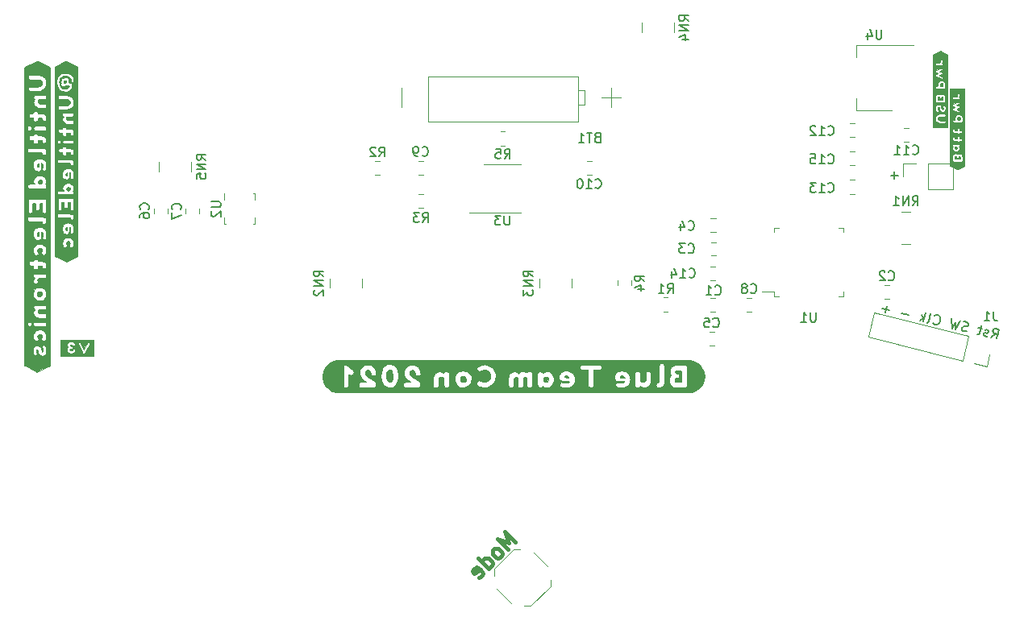
<source format=gbr>
G04 #@! TF.GenerationSoftware,KiCad,Pcbnew,(5.99.0-9526-g5c17ff0595)*
G04 #@! TF.CreationDate,2021-06-05T18:49:19-05:00*
G04 #@! TF.ProjectId,BlueTeamCon,426c7565-5465-4616-9d43-6f6e2e6b6963,rev?*
G04 #@! TF.SameCoordinates,Original*
G04 #@! TF.FileFunction,Legend,Bot*
G04 #@! TF.FilePolarity,Positive*
%FSLAX46Y46*%
G04 Gerber Fmt 4.6, Leading zero omitted, Abs format (unit mm)*
G04 Created by KiCad (PCBNEW (5.99.0-9526-g5c17ff0595)) date 2021-06-05 18:49:19*
%MOMM*%
%LPD*%
G01*
G04 APERTURE LIST*
%ADD10C,0.200000*%
%ADD11C,0.150000*%
%ADD12C,0.400000*%
%ADD13C,0.010000*%
%ADD14C,0.120000*%
G04 APERTURE END LIST*
D10*
X192579068Y-109306136D02*
X193027217Y-108920883D01*
X193163690Y-109441106D02*
X193388641Y-108466736D01*
X192998893Y-108376756D01*
X192890744Y-108400659D01*
X192831313Y-108435810D01*
X192761171Y-108517360D01*
X192729035Y-108656556D01*
X192756330Y-108760600D01*
X192794336Y-108818246D01*
X192881061Y-108887140D01*
X193270809Y-108977121D01*
X192200031Y-109169757D02*
X192091883Y-109193660D01*
X191897008Y-109148670D01*
X191810283Y-109079776D01*
X191782989Y-108975732D01*
X191793701Y-108929333D01*
X191863843Y-108847783D01*
X191971992Y-108823880D01*
X192118148Y-108857623D01*
X192226297Y-108833719D01*
X192296439Y-108752169D01*
X192307151Y-108705771D01*
X192279856Y-108601726D01*
X192193131Y-108532833D01*
X192046976Y-108499090D01*
X191938827Y-108522993D01*
X191608509Y-108397862D02*
X191218761Y-108307881D01*
X191537338Y-108039329D02*
X191344522Y-108874504D01*
X191274380Y-108956053D01*
X191166231Y-108979957D01*
X191068794Y-108957462D01*
X190007699Y-108663617D02*
X189850831Y-108676273D01*
X189607239Y-108620035D01*
X189520514Y-108551141D01*
X189482507Y-108493495D01*
X189455213Y-108389450D01*
X189476637Y-108296653D01*
X189546779Y-108215104D01*
X189606209Y-108179953D01*
X189714358Y-108156049D01*
X189919944Y-108154641D01*
X190028093Y-108130737D01*
X190087524Y-108095586D01*
X190157666Y-108014037D01*
X190179090Y-107921240D01*
X190151796Y-107817195D01*
X190113789Y-107759549D01*
X190027064Y-107690655D01*
X189783471Y-107634417D01*
X189626604Y-107647073D01*
X189296286Y-107521942D02*
X188827743Y-108440074D01*
X188793548Y-107699105D01*
X188437995Y-108350094D01*
X188419353Y-107319486D01*
X186461960Y-107796147D02*
X186499967Y-107853793D01*
X186635410Y-107933934D01*
X186732847Y-107956429D01*
X186889715Y-107943773D01*
X187008576Y-107873471D01*
X187078718Y-107791922D01*
X187170284Y-107617575D01*
X187202420Y-107478379D01*
X187196549Y-107281537D01*
X187169255Y-107177493D01*
X187093242Y-107062200D01*
X186957798Y-106982059D01*
X186860361Y-106959564D01*
X186703494Y-106972220D01*
X186644063Y-107007371D01*
X185855914Y-107753973D02*
X185964063Y-107730070D01*
X186034205Y-107648520D01*
X186227021Y-106813346D01*
X185466166Y-107663993D02*
X185691117Y-106689623D01*
X185454425Y-107270309D02*
X185076418Y-107574013D01*
X185226385Y-106924432D02*
X185530438Y-107385601D01*
X183944151Y-106921635D02*
X183164655Y-106741674D01*
X181897974Y-106449238D02*
X181118478Y-106269277D01*
X181422530Y-106730446D02*
X181593922Y-105988069D01*
D11*
X182780952Y-92271428D02*
X182019047Y-92271428D01*
X182400000Y-92652380D02*
X182400000Y-91890476D01*
D12*
X142597428Y-130826192D02*
X141466057Y-129694821D01*
X141897056Y-130880067D01*
X140711810Y-130449068D01*
X141843181Y-131580439D01*
X141142809Y-132280812D02*
X141196683Y-132119187D01*
X141196683Y-132011438D01*
X141142809Y-131849813D01*
X140819560Y-131526564D01*
X140657935Y-131472690D01*
X140550186Y-131472690D01*
X140388561Y-131526564D01*
X140226937Y-131688189D01*
X140173062Y-131849813D01*
X140173062Y-131957563D01*
X140226937Y-132119187D01*
X140550186Y-132442436D01*
X140711810Y-132496311D01*
X140819560Y-132496311D01*
X140981184Y-132442436D01*
X141142809Y-132280812D01*
X139795938Y-133627682D02*
X138664568Y-132496311D01*
X139742064Y-133573807D02*
X139903688Y-133519932D01*
X140119187Y-133304433D01*
X140173062Y-133142809D01*
X140173062Y-133035059D01*
X140119187Y-132873435D01*
X139795938Y-132550186D01*
X139634314Y-132496311D01*
X139526564Y-132496311D01*
X139364940Y-132550186D01*
X139149441Y-132765685D01*
X139095566Y-132927309D01*
X138772317Y-134543553D02*
X138933942Y-134489679D01*
X139149441Y-134274179D01*
X139203316Y-134112555D01*
X139149441Y-133950931D01*
X138718442Y-133519932D01*
X138556818Y-133466057D01*
X138395194Y-133519932D01*
X138179694Y-133735431D01*
X138125820Y-133897056D01*
X138179694Y-134058680D01*
X138287444Y-134166430D01*
X138933942Y-133735431D01*
D11*
X163566666Y-104757142D02*
X163614285Y-104804761D01*
X163757142Y-104852380D01*
X163852380Y-104852380D01*
X163995238Y-104804761D01*
X164090476Y-104709523D01*
X164138095Y-104614285D01*
X164185714Y-104423809D01*
X164185714Y-104280952D01*
X164138095Y-104090476D01*
X164090476Y-103995238D01*
X163995238Y-103900000D01*
X163852380Y-103852380D01*
X163757142Y-103852380D01*
X163614285Y-103900000D01*
X163566666Y-103947619D01*
X162614285Y-104852380D02*
X163185714Y-104852380D01*
X162900000Y-104852380D02*
X162900000Y-103852380D01*
X162995238Y-103995238D01*
X163090476Y-104090476D01*
X163185714Y-104138095D01*
X181779167Y-103232142D02*
X181826786Y-103279761D01*
X181969643Y-103327380D01*
X182064881Y-103327380D01*
X182207739Y-103279761D01*
X182302977Y-103184523D01*
X182350596Y-103089285D01*
X182398215Y-102898809D01*
X182398215Y-102755952D01*
X182350596Y-102565476D01*
X182302977Y-102470238D01*
X182207739Y-102375000D01*
X182064881Y-102327380D01*
X181969643Y-102327380D01*
X181826786Y-102375000D01*
X181779167Y-102422619D01*
X181398215Y-102422619D02*
X181350596Y-102375000D01*
X181255358Y-102327380D01*
X181017262Y-102327380D01*
X180922024Y-102375000D01*
X180874405Y-102422619D01*
X180826786Y-102517857D01*
X180826786Y-102613095D01*
X180874405Y-102755952D01*
X181445834Y-103327380D01*
X180826786Y-103327380D01*
X160766666Y-100357142D02*
X160814285Y-100404761D01*
X160957142Y-100452380D01*
X161052380Y-100452380D01*
X161195238Y-100404761D01*
X161290476Y-100309523D01*
X161338095Y-100214285D01*
X161385714Y-100023809D01*
X161385714Y-99880952D01*
X161338095Y-99690476D01*
X161290476Y-99595238D01*
X161195238Y-99500000D01*
X161052380Y-99452380D01*
X160957142Y-99452380D01*
X160814285Y-99500000D01*
X160766666Y-99547619D01*
X160433333Y-99452380D02*
X159814285Y-99452380D01*
X160147619Y-99833333D01*
X160004761Y-99833333D01*
X159909523Y-99880952D01*
X159861904Y-99928571D01*
X159814285Y-100023809D01*
X159814285Y-100261904D01*
X159861904Y-100357142D01*
X159909523Y-100404761D01*
X160004761Y-100452380D01*
X160290476Y-100452380D01*
X160385714Y-100404761D01*
X160433333Y-100357142D01*
X163366666Y-108157142D02*
X163414285Y-108204761D01*
X163557142Y-108252380D01*
X163652380Y-108252380D01*
X163795238Y-108204761D01*
X163890476Y-108109523D01*
X163938095Y-108014285D01*
X163985714Y-107823809D01*
X163985714Y-107680952D01*
X163938095Y-107490476D01*
X163890476Y-107395238D01*
X163795238Y-107300000D01*
X163652380Y-107252380D01*
X163557142Y-107252380D01*
X163414285Y-107300000D01*
X163366666Y-107347619D01*
X162461904Y-107252380D02*
X162938095Y-107252380D01*
X162985714Y-107728571D01*
X162938095Y-107680952D01*
X162842857Y-107633333D01*
X162604761Y-107633333D01*
X162509523Y-107680952D01*
X162461904Y-107728571D01*
X162414285Y-107823809D01*
X162414285Y-108061904D01*
X162461904Y-108157142D01*
X162509523Y-108204761D01*
X162604761Y-108252380D01*
X162842857Y-108252380D01*
X162938095Y-108204761D01*
X162985714Y-108157142D01*
X104057142Y-95833333D02*
X104104761Y-95785714D01*
X104152380Y-95642857D01*
X104152380Y-95547619D01*
X104104761Y-95404761D01*
X104009523Y-95309523D01*
X103914285Y-95261904D01*
X103723809Y-95214285D01*
X103580952Y-95214285D01*
X103390476Y-95261904D01*
X103295238Y-95309523D01*
X103200000Y-95404761D01*
X103152380Y-95547619D01*
X103152380Y-95642857D01*
X103200000Y-95785714D01*
X103247619Y-95833333D01*
X103152380Y-96690476D02*
X103152380Y-96500000D01*
X103200000Y-96404761D01*
X103247619Y-96357142D01*
X103390476Y-96261904D01*
X103580952Y-96214285D01*
X103961904Y-96214285D01*
X104057142Y-96261904D01*
X104104761Y-96309523D01*
X104152380Y-96404761D01*
X104152380Y-96595238D01*
X104104761Y-96690476D01*
X104057142Y-96738095D01*
X103961904Y-96785714D01*
X103723809Y-96785714D01*
X103628571Y-96738095D01*
X103580952Y-96690476D01*
X103533333Y-96595238D01*
X103533333Y-96404761D01*
X103580952Y-96309523D01*
X103628571Y-96261904D01*
X103723809Y-96214285D01*
X107407142Y-95845833D02*
X107454761Y-95798214D01*
X107502380Y-95655357D01*
X107502380Y-95560119D01*
X107454761Y-95417261D01*
X107359523Y-95322023D01*
X107264285Y-95274404D01*
X107073809Y-95226785D01*
X106930952Y-95226785D01*
X106740476Y-95274404D01*
X106645238Y-95322023D01*
X106550000Y-95417261D01*
X106502380Y-95560119D01*
X106502380Y-95655357D01*
X106550000Y-95798214D01*
X106597619Y-95845833D01*
X106502380Y-96179166D02*
X106502380Y-96845833D01*
X107502380Y-96417261D01*
X150992857Y-93557142D02*
X151040476Y-93604761D01*
X151183333Y-93652380D01*
X151278571Y-93652380D01*
X151421428Y-93604761D01*
X151516666Y-93509523D01*
X151564285Y-93414285D01*
X151611904Y-93223809D01*
X151611904Y-93080952D01*
X151564285Y-92890476D01*
X151516666Y-92795238D01*
X151421428Y-92700000D01*
X151278571Y-92652380D01*
X151183333Y-92652380D01*
X151040476Y-92700000D01*
X150992857Y-92747619D01*
X150040476Y-93652380D02*
X150611904Y-93652380D01*
X150326190Y-93652380D02*
X150326190Y-92652380D01*
X150421428Y-92795238D01*
X150516666Y-92890476D01*
X150611904Y-92938095D01*
X149421428Y-92652380D02*
X149326190Y-92652380D01*
X149230952Y-92700000D01*
X149183333Y-92747619D01*
X149135714Y-92842857D01*
X149088095Y-93033333D01*
X149088095Y-93271428D01*
X149135714Y-93461904D01*
X149183333Y-93557142D01*
X149230952Y-93604761D01*
X149326190Y-93652380D01*
X149421428Y-93652380D01*
X149516666Y-93604761D01*
X149564285Y-93557142D01*
X149611904Y-93461904D01*
X149659523Y-93271428D01*
X149659523Y-93033333D01*
X149611904Y-92842857D01*
X149564285Y-92747619D01*
X149516666Y-92700000D01*
X149421428Y-92652380D01*
X184305357Y-90007142D02*
X184352976Y-90054761D01*
X184495833Y-90102380D01*
X184591071Y-90102380D01*
X184733928Y-90054761D01*
X184829166Y-89959523D01*
X184876785Y-89864285D01*
X184924404Y-89673809D01*
X184924404Y-89530952D01*
X184876785Y-89340476D01*
X184829166Y-89245238D01*
X184733928Y-89150000D01*
X184591071Y-89102380D01*
X184495833Y-89102380D01*
X184352976Y-89150000D01*
X184305357Y-89197619D01*
X183352976Y-90102380D02*
X183924404Y-90102380D01*
X183638690Y-90102380D02*
X183638690Y-89102380D01*
X183733928Y-89245238D01*
X183829166Y-89340476D01*
X183924404Y-89388095D01*
X182400595Y-90102380D02*
X182972023Y-90102380D01*
X182686309Y-90102380D02*
X182686309Y-89102380D01*
X182781547Y-89245238D01*
X182876785Y-89340476D01*
X182972023Y-89388095D01*
X175442857Y-87957142D02*
X175490476Y-88004761D01*
X175633333Y-88052380D01*
X175728571Y-88052380D01*
X175871428Y-88004761D01*
X175966666Y-87909523D01*
X176014285Y-87814285D01*
X176061904Y-87623809D01*
X176061904Y-87480952D01*
X176014285Y-87290476D01*
X175966666Y-87195238D01*
X175871428Y-87100000D01*
X175728571Y-87052380D01*
X175633333Y-87052380D01*
X175490476Y-87100000D01*
X175442857Y-87147619D01*
X174490476Y-88052380D02*
X175061904Y-88052380D01*
X174776190Y-88052380D02*
X174776190Y-87052380D01*
X174871428Y-87195238D01*
X174966666Y-87290476D01*
X175061904Y-87338095D01*
X174109523Y-87147619D02*
X174061904Y-87100000D01*
X173966666Y-87052380D01*
X173728571Y-87052380D01*
X173633333Y-87100000D01*
X173585714Y-87147619D01*
X173538095Y-87242857D01*
X173538095Y-87338095D01*
X173585714Y-87480952D01*
X174157142Y-88052380D01*
X173538095Y-88052380D01*
X158566666Y-104652380D02*
X158900000Y-104176190D01*
X159138095Y-104652380D02*
X159138095Y-103652380D01*
X158757142Y-103652380D01*
X158661904Y-103700000D01*
X158614285Y-103747619D01*
X158566666Y-103842857D01*
X158566666Y-103985714D01*
X158614285Y-104080952D01*
X158661904Y-104128571D01*
X158757142Y-104176190D01*
X159138095Y-104176190D01*
X157614285Y-104652380D02*
X158185714Y-104652380D01*
X157900000Y-104652380D02*
X157900000Y-103652380D01*
X157995238Y-103795238D01*
X158090476Y-103890476D01*
X158185714Y-103938095D01*
X128304166Y-90302380D02*
X128637500Y-89826190D01*
X128875595Y-90302380D02*
X128875595Y-89302380D01*
X128494642Y-89302380D01*
X128399404Y-89350000D01*
X128351785Y-89397619D01*
X128304166Y-89492857D01*
X128304166Y-89635714D01*
X128351785Y-89730952D01*
X128399404Y-89778571D01*
X128494642Y-89826190D01*
X128875595Y-89826190D01*
X127923214Y-89397619D02*
X127875595Y-89350000D01*
X127780357Y-89302380D01*
X127542261Y-89302380D01*
X127447023Y-89350000D01*
X127399404Y-89397619D01*
X127351785Y-89492857D01*
X127351785Y-89588095D01*
X127399404Y-89730952D01*
X127970833Y-90302380D01*
X127351785Y-90302380D01*
X132854166Y-97202380D02*
X133187500Y-96726190D01*
X133425595Y-97202380D02*
X133425595Y-96202380D01*
X133044642Y-96202380D01*
X132949404Y-96250000D01*
X132901785Y-96297619D01*
X132854166Y-96392857D01*
X132854166Y-96535714D01*
X132901785Y-96630952D01*
X132949404Y-96678571D01*
X133044642Y-96726190D01*
X133425595Y-96726190D01*
X132520833Y-96202380D02*
X131901785Y-96202380D01*
X132235119Y-96583333D01*
X132092261Y-96583333D01*
X131997023Y-96630952D01*
X131949404Y-96678571D01*
X131901785Y-96773809D01*
X131901785Y-97011904D01*
X131949404Y-97107142D01*
X131997023Y-97154761D01*
X132092261Y-97202380D01*
X132377976Y-97202380D01*
X132473214Y-97154761D01*
X132520833Y-97107142D01*
X122452380Y-102909523D02*
X121976190Y-102576190D01*
X122452380Y-102338095D02*
X121452380Y-102338095D01*
X121452380Y-102719047D01*
X121500000Y-102814285D01*
X121547619Y-102861904D01*
X121642857Y-102909523D01*
X121785714Y-102909523D01*
X121880952Y-102861904D01*
X121928571Y-102814285D01*
X121976190Y-102719047D01*
X121976190Y-102338095D01*
X122452380Y-103338095D02*
X121452380Y-103338095D01*
X122452380Y-103909523D01*
X121452380Y-103909523D01*
X121547619Y-104338095D02*
X121500000Y-104385714D01*
X121452380Y-104480952D01*
X121452380Y-104719047D01*
X121500000Y-104814285D01*
X121547619Y-104861904D01*
X121642857Y-104909523D01*
X121738095Y-104909523D01*
X121880952Y-104861904D01*
X122452380Y-104290476D01*
X122452380Y-104909523D01*
X144452380Y-102909523D02*
X143976190Y-102576190D01*
X144452380Y-102338095D02*
X143452380Y-102338095D01*
X143452380Y-102719047D01*
X143500000Y-102814285D01*
X143547619Y-102861904D01*
X143642857Y-102909523D01*
X143785714Y-102909523D01*
X143880952Y-102861904D01*
X143928571Y-102814285D01*
X143976190Y-102719047D01*
X143976190Y-102338095D01*
X144452380Y-103338095D02*
X143452380Y-103338095D01*
X144452380Y-103909523D01*
X143452380Y-103909523D01*
X143452380Y-104290476D02*
X143452380Y-104909523D01*
X143833333Y-104576190D01*
X143833333Y-104719047D01*
X143880952Y-104814285D01*
X143928571Y-104861904D01*
X144023809Y-104909523D01*
X144261904Y-104909523D01*
X144357142Y-104861904D01*
X144404761Y-104814285D01*
X144452380Y-104719047D01*
X144452380Y-104433333D01*
X144404761Y-104338095D01*
X144357142Y-104290476D01*
X160802380Y-76059523D02*
X160326190Y-75726190D01*
X160802380Y-75488095D02*
X159802380Y-75488095D01*
X159802380Y-75869047D01*
X159850000Y-75964285D01*
X159897619Y-76011904D01*
X159992857Y-76059523D01*
X160135714Y-76059523D01*
X160230952Y-76011904D01*
X160278571Y-75964285D01*
X160326190Y-75869047D01*
X160326190Y-75488095D01*
X160802380Y-76488095D02*
X159802380Y-76488095D01*
X160802380Y-77059523D01*
X159802380Y-77059523D01*
X160135714Y-77964285D02*
X160802380Y-77964285D01*
X159754761Y-77726190D02*
X160469047Y-77488095D01*
X160469047Y-78107142D01*
X142011904Y-96502380D02*
X142011904Y-97311904D01*
X141964285Y-97407142D01*
X141916666Y-97454761D01*
X141821428Y-97502380D01*
X141630952Y-97502380D01*
X141535714Y-97454761D01*
X141488095Y-97407142D01*
X141440476Y-97311904D01*
X141440476Y-96502380D01*
X141059523Y-96502380D02*
X140440476Y-96502380D01*
X140773809Y-96883333D01*
X140630952Y-96883333D01*
X140535714Y-96930952D01*
X140488095Y-96978571D01*
X140440476Y-97073809D01*
X140440476Y-97311904D01*
X140488095Y-97407142D01*
X140535714Y-97454761D01*
X140630952Y-97502380D01*
X140916666Y-97502380D01*
X141011904Y-97454761D01*
X141059523Y-97407142D01*
X181061904Y-76952380D02*
X181061904Y-77761904D01*
X181014285Y-77857142D01*
X180966666Y-77904761D01*
X180871428Y-77952380D01*
X180680952Y-77952380D01*
X180585714Y-77904761D01*
X180538095Y-77857142D01*
X180490476Y-77761904D01*
X180490476Y-76952380D01*
X179585714Y-77285714D02*
X179585714Y-77952380D01*
X179823809Y-76904761D02*
X180061904Y-77619047D01*
X179442857Y-77619047D01*
X184290476Y-95452380D02*
X184623809Y-94976190D01*
X184861904Y-95452380D02*
X184861904Y-94452380D01*
X184480952Y-94452380D01*
X184385714Y-94500000D01*
X184338095Y-94547619D01*
X184290476Y-94642857D01*
X184290476Y-94785714D01*
X184338095Y-94880952D01*
X184385714Y-94928571D01*
X184480952Y-94976190D01*
X184861904Y-94976190D01*
X183861904Y-95452380D02*
X183861904Y-94452380D01*
X183290476Y-95452380D01*
X183290476Y-94452380D01*
X182290476Y-95452380D02*
X182861904Y-95452380D01*
X182576190Y-95452380D02*
X182576190Y-94452380D01*
X182671428Y-94595238D01*
X182766666Y-94690476D01*
X182861904Y-94738095D01*
X192833333Y-106577380D02*
X192833333Y-107291666D01*
X192880952Y-107434523D01*
X192976190Y-107529761D01*
X193119047Y-107577380D01*
X193214285Y-107577380D01*
X191833333Y-107577380D02*
X192404761Y-107577380D01*
X192119047Y-107577380D02*
X192119047Y-106577380D01*
X192214285Y-106720238D01*
X192309523Y-106815476D01*
X192404761Y-106863095D01*
X110652380Y-95038095D02*
X111461904Y-95038095D01*
X111557142Y-95085714D01*
X111604761Y-95133333D01*
X111652380Y-95228571D01*
X111652380Y-95419047D01*
X111604761Y-95514285D01*
X111557142Y-95561904D01*
X111461904Y-95609523D01*
X110652380Y-95609523D01*
X110747619Y-96038095D02*
X110700000Y-96085714D01*
X110652380Y-96180952D01*
X110652380Y-96419047D01*
X110700000Y-96514285D01*
X110747619Y-96561904D01*
X110842857Y-96609523D01*
X110938095Y-96609523D01*
X111080952Y-96561904D01*
X111652380Y-95990476D01*
X111652380Y-96609523D01*
X156152380Y-103420833D02*
X155676190Y-103087500D01*
X156152380Y-102849404D02*
X155152380Y-102849404D01*
X155152380Y-103230357D01*
X155200000Y-103325595D01*
X155247619Y-103373214D01*
X155342857Y-103420833D01*
X155485714Y-103420833D01*
X155580952Y-103373214D01*
X155628571Y-103325595D01*
X155676190Y-103230357D01*
X155676190Y-102849404D01*
X155485714Y-104277976D02*
X156152380Y-104277976D01*
X155104761Y-104039880D02*
X155819047Y-103801785D01*
X155819047Y-104420833D01*
X160766666Y-97957142D02*
X160814285Y-98004761D01*
X160957142Y-98052380D01*
X161052380Y-98052380D01*
X161195238Y-98004761D01*
X161290476Y-97909523D01*
X161338095Y-97814285D01*
X161385714Y-97623809D01*
X161385714Y-97480952D01*
X161338095Y-97290476D01*
X161290476Y-97195238D01*
X161195238Y-97100000D01*
X161052380Y-97052380D01*
X160957142Y-97052380D01*
X160814285Y-97100000D01*
X160766666Y-97147619D01*
X159909523Y-97385714D02*
X159909523Y-98052380D01*
X160147619Y-97004761D02*
X160385714Y-97719047D01*
X159766666Y-97719047D01*
X174161904Y-106677380D02*
X174161904Y-107486904D01*
X174114285Y-107582142D01*
X174066666Y-107629761D01*
X173971428Y-107677380D01*
X173780952Y-107677380D01*
X173685714Y-107629761D01*
X173638095Y-107582142D01*
X173590476Y-107486904D01*
X173590476Y-106677380D01*
X172590476Y-107677380D02*
X173161904Y-107677380D01*
X172876190Y-107677380D02*
X172876190Y-106677380D01*
X172971428Y-106820238D01*
X173066666Y-106915476D01*
X173161904Y-106963095D01*
X110102380Y-90659523D02*
X109626190Y-90326190D01*
X110102380Y-90088095D02*
X109102380Y-90088095D01*
X109102380Y-90469047D01*
X109150000Y-90564285D01*
X109197619Y-90611904D01*
X109292857Y-90659523D01*
X109435714Y-90659523D01*
X109530952Y-90611904D01*
X109578571Y-90564285D01*
X109626190Y-90469047D01*
X109626190Y-90088095D01*
X110102380Y-91088095D02*
X109102380Y-91088095D01*
X110102380Y-91659523D01*
X109102380Y-91659523D01*
X109102380Y-92611904D02*
X109102380Y-92135714D01*
X109578571Y-92088095D01*
X109530952Y-92135714D01*
X109483333Y-92230952D01*
X109483333Y-92469047D01*
X109530952Y-92564285D01*
X109578571Y-92611904D01*
X109673809Y-92659523D01*
X109911904Y-92659523D01*
X110007142Y-92611904D01*
X110054761Y-92564285D01*
X110102380Y-92469047D01*
X110102380Y-92230952D01*
X110054761Y-92135714D01*
X110007142Y-92088095D01*
X175442857Y-90957142D02*
X175490476Y-91004761D01*
X175633333Y-91052380D01*
X175728571Y-91052380D01*
X175871428Y-91004761D01*
X175966666Y-90909523D01*
X176014285Y-90814285D01*
X176061904Y-90623809D01*
X176061904Y-90480952D01*
X176014285Y-90290476D01*
X175966666Y-90195238D01*
X175871428Y-90100000D01*
X175728571Y-90052380D01*
X175633333Y-90052380D01*
X175490476Y-90100000D01*
X175442857Y-90147619D01*
X174490476Y-91052380D02*
X175061904Y-91052380D01*
X174776190Y-91052380D02*
X174776190Y-90052380D01*
X174871428Y-90195238D01*
X174966666Y-90290476D01*
X175061904Y-90338095D01*
X173585714Y-90052380D02*
X174061904Y-90052380D01*
X174109523Y-90528571D01*
X174061904Y-90480952D01*
X173966666Y-90433333D01*
X173728571Y-90433333D01*
X173633333Y-90480952D01*
X173585714Y-90528571D01*
X173538095Y-90623809D01*
X173538095Y-90861904D01*
X173585714Y-90957142D01*
X173633333Y-91004761D01*
X173728571Y-91052380D01*
X173966666Y-91052380D01*
X174061904Y-91004761D01*
X174109523Y-90957142D01*
X167316666Y-104577142D02*
X167364285Y-104624761D01*
X167507142Y-104672380D01*
X167602380Y-104672380D01*
X167745238Y-104624761D01*
X167840476Y-104529523D01*
X167888095Y-104434285D01*
X167935714Y-104243809D01*
X167935714Y-104100952D01*
X167888095Y-103910476D01*
X167840476Y-103815238D01*
X167745238Y-103720000D01*
X167602380Y-103672380D01*
X167507142Y-103672380D01*
X167364285Y-103720000D01*
X167316666Y-103767619D01*
X166745238Y-104100952D02*
X166840476Y-104053333D01*
X166888095Y-104005714D01*
X166935714Y-103910476D01*
X166935714Y-103862857D01*
X166888095Y-103767619D01*
X166840476Y-103720000D01*
X166745238Y-103672380D01*
X166554761Y-103672380D01*
X166459523Y-103720000D01*
X166411904Y-103767619D01*
X166364285Y-103862857D01*
X166364285Y-103910476D01*
X166411904Y-104005714D01*
X166459523Y-104053333D01*
X166554761Y-104100952D01*
X166745238Y-104100952D01*
X166840476Y-104148571D01*
X166888095Y-104196190D01*
X166935714Y-104291428D01*
X166935714Y-104481904D01*
X166888095Y-104577142D01*
X166840476Y-104624761D01*
X166745238Y-104672380D01*
X166554761Y-104672380D01*
X166459523Y-104624761D01*
X166411904Y-104577142D01*
X166364285Y-104481904D01*
X166364285Y-104291428D01*
X166411904Y-104196190D01*
X166459523Y-104148571D01*
X166554761Y-104100952D01*
X132816666Y-90177142D02*
X132864285Y-90224761D01*
X133007142Y-90272380D01*
X133102380Y-90272380D01*
X133245238Y-90224761D01*
X133340476Y-90129523D01*
X133388095Y-90034285D01*
X133435714Y-89843809D01*
X133435714Y-89700952D01*
X133388095Y-89510476D01*
X133340476Y-89415238D01*
X133245238Y-89320000D01*
X133102380Y-89272380D01*
X133007142Y-89272380D01*
X132864285Y-89320000D01*
X132816666Y-89367619D01*
X132340476Y-90272380D02*
X132150000Y-90272380D01*
X132054761Y-90224761D01*
X132007142Y-90177142D01*
X131911904Y-90034285D01*
X131864285Y-89843809D01*
X131864285Y-89462857D01*
X131911904Y-89367619D01*
X131959523Y-89320000D01*
X132054761Y-89272380D01*
X132245238Y-89272380D01*
X132340476Y-89320000D01*
X132388095Y-89367619D01*
X132435714Y-89462857D01*
X132435714Y-89700952D01*
X132388095Y-89796190D01*
X132340476Y-89843809D01*
X132245238Y-89891428D01*
X132054761Y-89891428D01*
X131959523Y-89843809D01*
X131911904Y-89796190D01*
X131864285Y-89700952D01*
X175442857Y-93957142D02*
X175490476Y-94004761D01*
X175633333Y-94052380D01*
X175728571Y-94052380D01*
X175871428Y-94004761D01*
X175966666Y-93909523D01*
X176014285Y-93814285D01*
X176061904Y-93623809D01*
X176061904Y-93480952D01*
X176014285Y-93290476D01*
X175966666Y-93195238D01*
X175871428Y-93100000D01*
X175728571Y-93052380D01*
X175633333Y-93052380D01*
X175490476Y-93100000D01*
X175442857Y-93147619D01*
X174490476Y-94052380D02*
X175061904Y-94052380D01*
X174776190Y-94052380D02*
X174776190Y-93052380D01*
X174871428Y-93195238D01*
X174966666Y-93290476D01*
X175061904Y-93338095D01*
X174157142Y-93052380D02*
X173538095Y-93052380D01*
X173871428Y-93433333D01*
X173728571Y-93433333D01*
X173633333Y-93480952D01*
X173585714Y-93528571D01*
X173538095Y-93623809D01*
X173538095Y-93861904D01*
X173585714Y-93957142D01*
X173633333Y-94004761D01*
X173728571Y-94052380D01*
X174014285Y-94052380D01*
X174109523Y-94004761D01*
X174157142Y-93957142D01*
X160842857Y-102957142D02*
X160890476Y-103004761D01*
X161033333Y-103052380D01*
X161128571Y-103052380D01*
X161271428Y-103004761D01*
X161366666Y-102909523D01*
X161414285Y-102814285D01*
X161461904Y-102623809D01*
X161461904Y-102480952D01*
X161414285Y-102290476D01*
X161366666Y-102195238D01*
X161271428Y-102100000D01*
X161128571Y-102052380D01*
X161033333Y-102052380D01*
X160890476Y-102100000D01*
X160842857Y-102147619D01*
X159890476Y-103052380D02*
X160461904Y-103052380D01*
X160176190Y-103052380D02*
X160176190Y-102052380D01*
X160271428Y-102195238D01*
X160366666Y-102290476D01*
X160461904Y-102338095D01*
X159033333Y-102385714D02*
X159033333Y-103052380D01*
X159271428Y-102004761D02*
X159509523Y-102719047D01*
X158890476Y-102719047D01*
X151185714Y-88278571D02*
X151042857Y-88326190D01*
X150995238Y-88373809D01*
X150947619Y-88469047D01*
X150947619Y-88611904D01*
X150995238Y-88707142D01*
X151042857Y-88754761D01*
X151138095Y-88802380D01*
X151519047Y-88802380D01*
X151519047Y-87802380D01*
X151185714Y-87802380D01*
X151090476Y-87850000D01*
X151042857Y-87897619D01*
X150995238Y-87992857D01*
X150995238Y-88088095D01*
X151042857Y-88183333D01*
X151090476Y-88230952D01*
X151185714Y-88278571D01*
X151519047Y-88278571D01*
X150661904Y-87802380D02*
X150090476Y-87802380D01*
X150376190Y-88802380D02*
X150376190Y-87802380D01*
X149233333Y-88802380D02*
X149804761Y-88802380D01*
X149519047Y-88802380D02*
X149519047Y-87802380D01*
X149614285Y-87945238D01*
X149709523Y-88040476D01*
X149804761Y-88088095D01*
X141454166Y-90502380D02*
X141787500Y-90026190D01*
X142025595Y-90502380D02*
X142025595Y-89502380D01*
X141644642Y-89502380D01*
X141549404Y-89550000D01*
X141501785Y-89597619D01*
X141454166Y-89692857D01*
X141454166Y-89835714D01*
X141501785Y-89930952D01*
X141549404Y-89978571D01*
X141644642Y-90026190D01*
X142025595Y-90026190D01*
X140549404Y-89502380D02*
X141025595Y-89502380D01*
X141073214Y-89978571D01*
X141025595Y-89930952D01*
X140930357Y-89883333D01*
X140692261Y-89883333D01*
X140597023Y-89930952D01*
X140549404Y-89978571D01*
X140501785Y-90073809D01*
X140501785Y-90311904D01*
X140549404Y-90407142D01*
X140597023Y-90454761D01*
X140692261Y-90502380D01*
X140930357Y-90502380D01*
X141025595Y-90454761D01*
X141073214Y-90407142D01*
D13*
X94210000Y-81430000D02*
X94210000Y-80950000D01*
X94210000Y-80950000D02*
X94240000Y-80850000D01*
X94240000Y-80850000D02*
X95300000Y-80320000D01*
X95300000Y-80320000D02*
X95410000Y-80270000D01*
X95410000Y-80270000D02*
X96570000Y-80850000D01*
X96570000Y-80850000D02*
X96590000Y-80960000D01*
X96590000Y-80960000D02*
X96590000Y-100630000D01*
X96590000Y-100630000D02*
X96570000Y-100750000D01*
X96570000Y-100750000D02*
X95410000Y-101330000D01*
X95410000Y-101330000D02*
X95300000Y-101280000D01*
X95300000Y-101280000D02*
X94240000Y-100750000D01*
X94240000Y-100750000D02*
X94210000Y-100650000D01*
X94210000Y-100650000D02*
X94210000Y-81450000D01*
X94210000Y-81450000D02*
X94650000Y-81780000D01*
X94650000Y-81780000D02*
X94580000Y-81870000D01*
X94580000Y-81870000D02*
X94520000Y-81970000D01*
X94520000Y-81970000D02*
X94480000Y-82090000D01*
X94480000Y-82090000D02*
X94440000Y-82200000D01*
X94440000Y-82200000D02*
X94420000Y-82310000D01*
X94420000Y-82310000D02*
X94420000Y-82430000D01*
X94420000Y-82430000D02*
X94420000Y-82560000D01*
X94420000Y-82560000D02*
X94430000Y-82680000D01*
X94430000Y-82680000D02*
X94460000Y-82790000D01*
X94460000Y-82790000D02*
X94490000Y-82900000D01*
X94490000Y-82900000D02*
X94540000Y-83010000D01*
X94540000Y-83010000D02*
X94600000Y-83110000D01*
X94600000Y-83110000D02*
X94740000Y-83300000D01*
X94740000Y-83300000D02*
X94780000Y-83320000D01*
X94780000Y-83320000D02*
X94890000Y-83370000D01*
X94890000Y-83370000D02*
X95000000Y-83420000D01*
X95000000Y-83420000D02*
X95110000Y-83450000D01*
X95110000Y-83450000D02*
X95230000Y-83470000D01*
X95230000Y-83470000D02*
X95350000Y-83470000D01*
X95350000Y-83470000D02*
X95410000Y-83860000D01*
X95410000Y-83860000D02*
X94700000Y-83860000D01*
X94700000Y-83860000D02*
X94590000Y-83880000D01*
X94590000Y-83880000D02*
X94540000Y-83980000D01*
X94540000Y-83980000D02*
X94540000Y-84110000D01*
X94540000Y-84110000D02*
X94570000Y-84210000D01*
X94570000Y-84210000D02*
X94670000Y-84260000D01*
X94670000Y-84260000D02*
X94790000Y-84260000D01*
X94790000Y-84260000D02*
X95380000Y-84260000D01*
X95380000Y-84260000D02*
X95500000Y-84270000D01*
X95500000Y-84270000D02*
X95620000Y-84300000D01*
X95620000Y-84300000D02*
X95720000Y-84350000D01*
X95720000Y-84350000D02*
X95800000Y-84440000D01*
X95800000Y-84440000D02*
X95820000Y-84550000D01*
X95820000Y-84550000D02*
X95820000Y-84680000D01*
X95820000Y-84680000D02*
X95770000Y-84780000D01*
X95770000Y-84780000D02*
X95680000Y-84860000D01*
X95680000Y-84860000D02*
X95570000Y-84900000D01*
X95570000Y-84900000D02*
X95460000Y-84930000D01*
X95460000Y-84930000D02*
X94750000Y-84930000D01*
X94750000Y-84930000D02*
X94620000Y-84940000D01*
X94620000Y-84940000D02*
X94540000Y-85040000D01*
X94540000Y-85040000D02*
X94540000Y-85170000D01*
X94540000Y-85170000D02*
X94570000Y-85270000D01*
X94570000Y-85270000D02*
X94660000Y-85330000D01*
X94660000Y-85330000D02*
X94790000Y-85330000D01*
X94790000Y-85330000D02*
X95380000Y-85330000D01*
X95380000Y-85330000D02*
X95170000Y-85690000D01*
X95170000Y-85690000D02*
X95070000Y-85720000D01*
X95070000Y-85720000D02*
X95040000Y-85820000D01*
X95040000Y-85820000D02*
X95040000Y-85980000D01*
X95040000Y-85980000D02*
X95090000Y-86060000D01*
X95090000Y-86060000D02*
X95160000Y-86100000D01*
X95160000Y-86100000D02*
X95080000Y-86190000D01*
X95080000Y-86190000D02*
X95040000Y-86300000D01*
X95040000Y-86300000D02*
X95040000Y-86450000D01*
X95040000Y-86450000D02*
X95080000Y-86560000D01*
X95080000Y-86560000D02*
X95140000Y-86660000D01*
X95140000Y-86660000D02*
X95220000Y-86740000D01*
X95220000Y-86740000D02*
X95320000Y-86810000D01*
X95320000Y-86810000D02*
X95420000Y-86850000D01*
X95420000Y-86850000D02*
X95330000Y-87190000D01*
X95330000Y-87190000D02*
X95190000Y-87180000D01*
X95190000Y-87180000D02*
X95090000Y-87210000D01*
X95090000Y-87210000D02*
X95030000Y-87300000D01*
X95030000Y-87300000D02*
X95020000Y-87390000D01*
X95020000Y-87390000D02*
X94770000Y-87390000D01*
X94770000Y-87390000D02*
X94670000Y-87420000D01*
X94670000Y-87420000D02*
X94620000Y-87510000D01*
X94620000Y-87510000D02*
X94620000Y-87660000D01*
X94620000Y-87660000D02*
X94670000Y-87760000D01*
X94670000Y-87760000D02*
X94770000Y-87780000D01*
X94770000Y-87780000D02*
X95020000Y-87780000D01*
X95020000Y-87780000D02*
X95030000Y-87880000D01*
X95030000Y-87880000D02*
X95040000Y-88000000D01*
X95040000Y-88000000D02*
X95070000Y-88090000D01*
X95070000Y-88090000D02*
X94820000Y-88570000D01*
X94820000Y-88570000D02*
X94720000Y-88540000D01*
X94720000Y-88540000D02*
X94590000Y-88540000D01*
X94590000Y-88540000D02*
X94510000Y-88590000D01*
X94510000Y-88590000D02*
X94480000Y-88710000D01*
X94480000Y-88710000D02*
X94490000Y-88860000D01*
X94490000Y-88860000D02*
X94560000Y-88920000D01*
X94560000Y-88920000D02*
X94670000Y-88930000D01*
X94670000Y-88930000D02*
X94790000Y-88920000D01*
X94790000Y-88920000D02*
X94860000Y-88800000D01*
X94860000Y-88800000D02*
X94860000Y-88670000D01*
X94860000Y-88670000D02*
X95030000Y-88710000D01*
X95030000Y-88710000D02*
X95050000Y-88850000D01*
X95050000Y-88850000D02*
X95110000Y-88920000D01*
X95110000Y-88920000D02*
X95230000Y-88930000D01*
X95230000Y-88930000D02*
X95200000Y-89230000D01*
X95200000Y-89230000D02*
X95090000Y-89250000D01*
X95090000Y-89250000D02*
X95030000Y-89340000D01*
X95030000Y-89340000D02*
X95030000Y-89440000D01*
X95030000Y-89440000D02*
X94780000Y-89440000D01*
X94780000Y-89440000D02*
X94680000Y-89470000D01*
X94680000Y-89470000D02*
X94620000Y-89550000D01*
X94620000Y-89550000D02*
X94620000Y-89700000D01*
X94620000Y-89700000D02*
X94670000Y-89800000D01*
X94670000Y-89800000D02*
X94760000Y-89830000D01*
X94760000Y-89830000D02*
X95010000Y-89830000D01*
X95010000Y-89830000D02*
X95030000Y-89930000D01*
X95030000Y-89930000D02*
X95040000Y-90040000D01*
X95040000Y-90040000D02*
X95070000Y-90140000D01*
X95070000Y-90140000D02*
X95170000Y-90170000D01*
X95170000Y-90170000D02*
X95320000Y-90170000D01*
X95320000Y-90170000D02*
X95410000Y-90120000D01*
X95410000Y-90120000D02*
X95430000Y-90020000D01*
X95430000Y-90020000D02*
X95430000Y-89930000D01*
X95430000Y-89930000D02*
X95450000Y-89830000D01*
X95450000Y-89830000D02*
X95690000Y-89830000D01*
X95690000Y-89830000D02*
X95810000Y-89840000D01*
X95810000Y-89840000D02*
X95850000Y-89940000D01*
X95850000Y-89940000D02*
X95870000Y-90060000D01*
X95870000Y-90060000D02*
X95950000Y-90110000D01*
X95950000Y-90110000D02*
X95940000Y-90610000D01*
X95940000Y-90610000D02*
X95810000Y-90590000D01*
X95810000Y-90590000D02*
X95680000Y-90590000D01*
X95680000Y-90590000D02*
X94730000Y-90590000D01*
X94730000Y-90590000D02*
X94620000Y-90590000D01*
X94620000Y-90590000D02*
X94520000Y-90620000D01*
X94520000Y-90620000D02*
X94470000Y-90700000D01*
X94470000Y-90700000D02*
X94460000Y-90860000D01*
X94460000Y-90860000D02*
X94510000Y-90950000D01*
X94510000Y-90950000D02*
X94610000Y-90980000D01*
X94610000Y-90980000D02*
X95680000Y-90980000D01*
X95680000Y-90980000D02*
X95810000Y-90990000D01*
X95810000Y-90990000D02*
X95850000Y-91090000D01*
X95850000Y-91090000D02*
X95890000Y-91180000D01*
X95890000Y-91180000D02*
X95750000Y-91540000D01*
X95750000Y-91540000D02*
X95640000Y-91530000D01*
X95640000Y-91530000D02*
X95510000Y-91540000D01*
X95510000Y-91540000D02*
X95400000Y-91560000D01*
X95400000Y-91560000D02*
X95290000Y-91610000D01*
X95290000Y-91610000D02*
X95200000Y-91670000D01*
X95200000Y-91670000D02*
X95120000Y-91760000D01*
X95120000Y-91760000D02*
X95060000Y-91850000D01*
X95060000Y-91850000D02*
X95020000Y-91960000D01*
X95020000Y-91960000D02*
X94990000Y-92080000D01*
X94990000Y-92080000D02*
X94990000Y-92210000D01*
X94990000Y-92210000D02*
X95000000Y-92330000D01*
X95000000Y-92330000D02*
X95040000Y-92440000D01*
X95040000Y-92440000D02*
X95100000Y-92540000D01*
X95100000Y-92540000D02*
X95180000Y-92620000D01*
X95180000Y-92620000D02*
X95280000Y-92680000D01*
X95280000Y-92680000D02*
X95390000Y-92710000D01*
X95390000Y-92710000D02*
X95510000Y-92710000D01*
X95510000Y-92710000D02*
X95540000Y-93090000D01*
X95540000Y-93090000D02*
X95420000Y-93120000D01*
X95420000Y-93120000D02*
X95320000Y-93170000D01*
X95320000Y-93170000D02*
X95220000Y-93240000D01*
X95220000Y-93240000D02*
X95130000Y-93330000D01*
X95130000Y-93330000D02*
X95070000Y-93430000D01*
X95070000Y-93430000D02*
X95040000Y-93540000D01*
X95040000Y-93540000D02*
X95030000Y-93660000D01*
X95030000Y-93660000D02*
X95060000Y-93770000D01*
X95060000Y-93770000D02*
X95130000Y-93870000D01*
X95130000Y-93870000D02*
X95070000Y-93890000D01*
X95070000Y-93890000D02*
X94590000Y-93890000D01*
X94590000Y-93890000D02*
X94480000Y-93980000D01*
X94480000Y-93980000D02*
X94480000Y-94100000D01*
X94480000Y-94100000D02*
X94490000Y-94220000D01*
X94490000Y-94220000D02*
X94590000Y-94280000D01*
X94590000Y-94280000D02*
X96010000Y-94280000D01*
X96010000Y-94280000D02*
X95970000Y-94660000D01*
X95970000Y-94660000D02*
X94790000Y-94660000D01*
X94790000Y-94660000D02*
X94660000Y-94670000D01*
X94660000Y-94670000D02*
X94580000Y-94720000D01*
X94580000Y-94720000D02*
X94560000Y-94840000D01*
X94560000Y-94840000D02*
X94560000Y-95680000D01*
X94560000Y-95680000D02*
X94560000Y-95800000D01*
X94560000Y-95800000D02*
X94590000Y-95910000D01*
X94590000Y-95910000D02*
X94670000Y-95950000D01*
X94670000Y-95950000D02*
X94710000Y-96320000D01*
X94710000Y-96320000D02*
X94600000Y-96320000D01*
X94600000Y-96320000D02*
X94500000Y-96350000D01*
X94500000Y-96350000D02*
X94460000Y-96450000D01*
X94460000Y-96450000D02*
X94470000Y-96600000D01*
X94470000Y-96600000D02*
X94520000Y-96690000D01*
X94520000Y-96690000D02*
X94630000Y-96710000D01*
X94630000Y-96710000D02*
X95700000Y-96710000D01*
X95700000Y-96710000D02*
X95820000Y-96720000D01*
X95820000Y-96720000D02*
X95850000Y-96840000D01*
X95850000Y-96840000D02*
X95900000Y-96910000D01*
X95900000Y-96910000D02*
X95850000Y-97300000D01*
X95850000Y-97300000D02*
X95740000Y-97270000D01*
X95740000Y-97270000D02*
X95620000Y-97250000D01*
X95620000Y-97250000D02*
X95490000Y-97260000D01*
X95490000Y-97260000D02*
X95380000Y-97290000D01*
X95380000Y-97290000D02*
X95270000Y-97340000D01*
X95270000Y-97340000D02*
X95180000Y-97410000D01*
X95180000Y-97410000D02*
X95110000Y-97500000D01*
X95110000Y-97500000D02*
X95050000Y-97600000D01*
X95050000Y-97600000D02*
X95010000Y-97700000D01*
X95010000Y-97700000D02*
X94990000Y-97820000D01*
X94990000Y-97820000D02*
X94990000Y-97950000D01*
X94990000Y-97950000D02*
X95010000Y-98080000D01*
X95010000Y-98080000D02*
X95050000Y-98190000D01*
X95050000Y-98190000D02*
X95110000Y-98280000D01*
X95110000Y-98280000D02*
X95190000Y-98360000D01*
X95190000Y-98360000D02*
X95300000Y-98410000D01*
X95300000Y-98410000D02*
X95410000Y-98440000D01*
X95410000Y-98440000D02*
X95530000Y-98440000D01*
X95530000Y-98440000D02*
X95590000Y-98800000D01*
X95590000Y-98800000D02*
X95480000Y-98810000D01*
X95480000Y-98810000D02*
X95360000Y-98850000D01*
X95360000Y-98850000D02*
X95260000Y-98910000D01*
X95260000Y-98910000D02*
X95170000Y-98980000D01*
X95170000Y-98980000D02*
X95100000Y-99080000D01*
X95100000Y-99080000D02*
X95050000Y-99190000D01*
X95050000Y-99190000D02*
X95020000Y-99300000D01*
X95020000Y-99300000D02*
X95010000Y-99420000D01*
X95010000Y-99420000D02*
X95020000Y-99530000D01*
X95020000Y-99530000D02*
X95060000Y-99660000D01*
X95060000Y-99660000D02*
X95120000Y-99760000D01*
X95120000Y-99760000D02*
X95200000Y-99840000D01*
X95200000Y-99840000D02*
X95300000Y-99840000D01*
X95300000Y-99840000D02*
X95420000Y-99780000D01*
X95420000Y-99780000D02*
X95500000Y-99690000D01*
X95500000Y-99690000D02*
X95490000Y-99600000D01*
X95490000Y-99600000D02*
X95430000Y-99490000D01*
X95430000Y-99490000D02*
X95410000Y-99370000D01*
X95410000Y-99370000D02*
X95470000Y-99260000D01*
X95470000Y-99260000D02*
X95560000Y-99200000D01*
X95560000Y-99200000D02*
X95680000Y-99200000D01*
X95680000Y-99200000D02*
X95720000Y-99200000D01*
X95720000Y-99200000D02*
X95800000Y-99290000D01*
X95800000Y-99290000D02*
X95830000Y-99400000D01*
X95830000Y-99400000D02*
X95790000Y-99510000D01*
X95790000Y-99510000D02*
X95730000Y-99620000D01*
X95730000Y-99620000D02*
X95760000Y-99710000D01*
X95760000Y-99710000D02*
X95860000Y-99800000D01*
X95860000Y-99800000D02*
X95970000Y-99850000D01*
X95970000Y-99850000D02*
X96060000Y-99820000D01*
X96060000Y-99820000D02*
X96150000Y-99710000D01*
X96150000Y-99710000D02*
X96200000Y-99610000D01*
X96200000Y-99610000D02*
X96220000Y-99500000D01*
X96220000Y-99500000D02*
X96230000Y-99370000D01*
X96230000Y-99370000D02*
X96210000Y-99260000D01*
X96210000Y-99260000D02*
X96170000Y-99150000D01*
X96170000Y-99150000D02*
X96110000Y-99050000D01*
X96110000Y-99050000D02*
X96030000Y-98960000D01*
X96030000Y-98960000D02*
X95940000Y-98890000D01*
X95940000Y-98890000D02*
X95830000Y-98830000D01*
X95830000Y-98830000D02*
X95710000Y-98800000D01*
X95710000Y-98800000D02*
X95600000Y-98800000D01*
X95600000Y-98800000D02*
X95530000Y-98440000D01*
X95530000Y-98440000D02*
X95660000Y-98380000D01*
X95660000Y-98380000D02*
X95720000Y-98280000D01*
X95720000Y-98280000D02*
X95730000Y-98170000D01*
X95730000Y-98170000D02*
X95730000Y-97690000D01*
X95730000Y-97690000D02*
X95820000Y-97720000D01*
X95820000Y-97720000D02*
X95880000Y-97840000D01*
X95880000Y-97840000D02*
X95880000Y-97960000D01*
X95880000Y-97960000D02*
X95870000Y-98080000D01*
X95870000Y-98080000D02*
X95830000Y-98190000D01*
X95830000Y-98190000D02*
X95840000Y-98280000D01*
X95840000Y-98280000D02*
X95950000Y-98360000D01*
X95950000Y-98360000D02*
X96050000Y-98380000D01*
X96050000Y-98380000D02*
X96120000Y-98350000D01*
X96120000Y-98350000D02*
X96170000Y-98270000D01*
X96170000Y-98270000D02*
X96210000Y-98160000D01*
X96210000Y-98160000D02*
X96230000Y-98000000D01*
X96230000Y-98000000D02*
X96230000Y-97840000D01*
X96230000Y-97840000D02*
X96210000Y-97720000D01*
X96210000Y-97720000D02*
X96180000Y-97610000D01*
X96180000Y-97610000D02*
X96130000Y-97500000D01*
X96130000Y-97500000D02*
X96050000Y-97420000D01*
X96050000Y-97420000D02*
X95950000Y-97350000D01*
X95950000Y-97350000D02*
X95850000Y-97300000D01*
X95850000Y-97300000D02*
X95900000Y-96910000D01*
X95900000Y-96910000D02*
X96040000Y-96930000D01*
X96040000Y-96930000D02*
X96170000Y-96910000D01*
X96170000Y-96910000D02*
X96220000Y-96860000D01*
X96220000Y-96860000D02*
X96230000Y-96760000D01*
X96230000Y-96760000D02*
X96210000Y-96600000D01*
X96210000Y-96600000D02*
X96180000Y-96470000D01*
X96180000Y-96470000D02*
X96110000Y-96390000D01*
X96110000Y-96390000D02*
X96030000Y-96350000D01*
X96030000Y-96350000D02*
X95930000Y-96330000D01*
X95930000Y-96330000D02*
X95790000Y-96320000D01*
X95790000Y-96320000D02*
X94710000Y-96320000D01*
X94710000Y-96320000D02*
X94680000Y-95960000D01*
X94680000Y-95960000D02*
X94830000Y-95960000D01*
X94830000Y-95960000D02*
X94930000Y-95910000D01*
X94930000Y-95910000D02*
X94960000Y-95820000D01*
X94960000Y-95820000D02*
X94960000Y-95690000D01*
X94960000Y-95690000D02*
X94960000Y-95100000D01*
X94960000Y-95100000D02*
X95040000Y-95060000D01*
X95040000Y-95060000D02*
X95160000Y-95060000D01*
X95160000Y-95060000D02*
X95200000Y-95140000D01*
X95200000Y-95140000D02*
X95200000Y-95490000D01*
X95200000Y-95490000D02*
X95200000Y-95610000D01*
X95200000Y-95610000D02*
X95260000Y-95690000D01*
X95260000Y-95690000D02*
X95400000Y-95710000D01*
X95400000Y-95710000D02*
X95530000Y-95690000D01*
X95530000Y-95690000D02*
X95580000Y-95610000D01*
X95580000Y-95610000D02*
X95600000Y-95490000D01*
X95600000Y-95490000D02*
X95600000Y-95130000D01*
X95600000Y-95130000D02*
X95650000Y-95060000D01*
X95650000Y-95060000D02*
X95770000Y-95060000D01*
X95770000Y-95060000D02*
X95830000Y-95130000D01*
X95830000Y-95130000D02*
X95830000Y-95720000D01*
X95830000Y-95720000D02*
X95830000Y-95840000D01*
X95830000Y-95840000D02*
X95880000Y-95930000D01*
X95880000Y-95930000D02*
X96000000Y-95960000D01*
X96000000Y-95960000D02*
X96150000Y-95950000D01*
X96150000Y-95950000D02*
X96220000Y-95880000D01*
X96220000Y-95880000D02*
X96230000Y-95770000D01*
X96230000Y-95770000D02*
X96230000Y-94940000D01*
X96230000Y-94940000D02*
X96230000Y-94800000D01*
X96230000Y-94800000D02*
X96190000Y-94690000D01*
X96190000Y-94690000D02*
X96100000Y-94660000D01*
X96100000Y-94660000D02*
X95970000Y-94660000D01*
X95970000Y-94660000D02*
X96010000Y-94280000D01*
X96010000Y-94280000D02*
X96120000Y-94280000D01*
X96120000Y-94280000D02*
X96200000Y-94220000D01*
X96200000Y-94220000D02*
X96230000Y-94090000D01*
X96230000Y-94090000D02*
X96210000Y-93950000D01*
X96210000Y-93950000D02*
X96130000Y-93890000D01*
X96130000Y-93890000D02*
X96170000Y-93820000D01*
X96170000Y-93820000D02*
X96220000Y-93710000D01*
X96220000Y-93710000D02*
X96230000Y-93590000D01*
X96230000Y-93590000D02*
X96210000Y-93480000D01*
X96210000Y-93480000D02*
X96160000Y-93380000D01*
X96160000Y-93380000D02*
X96080000Y-93280000D01*
X96080000Y-93280000D02*
X95980000Y-93200000D01*
X95980000Y-93200000D02*
X95880000Y-93140000D01*
X95880000Y-93140000D02*
X95770000Y-93100000D01*
X95770000Y-93100000D02*
X95660000Y-93080000D01*
X95660000Y-93080000D02*
X95540000Y-93090000D01*
X95540000Y-93090000D02*
X95510000Y-92710000D01*
X95510000Y-92710000D02*
X95640000Y-92670000D01*
X95640000Y-92670000D02*
X95720000Y-92580000D01*
X95720000Y-92580000D02*
X95730000Y-92460000D01*
X95730000Y-92460000D02*
X95730000Y-91990000D01*
X95730000Y-91990000D02*
X95810000Y-91980000D01*
X95810000Y-91980000D02*
X95870000Y-92090000D01*
X95870000Y-92090000D02*
X95890000Y-92210000D01*
X95890000Y-92210000D02*
X95870000Y-92340000D01*
X95870000Y-92340000D02*
X95840000Y-92440000D01*
X95840000Y-92440000D02*
X95840000Y-92540000D01*
X95840000Y-92540000D02*
X95930000Y-92630000D01*
X95930000Y-92630000D02*
X96040000Y-92650000D01*
X96040000Y-92650000D02*
X96110000Y-92630000D01*
X96110000Y-92630000D02*
X96170000Y-92560000D01*
X96170000Y-92560000D02*
X96200000Y-92460000D01*
X96200000Y-92460000D02*
X96220000Y-92310000D01*
X96220000Y-92310000D02*
X96230000Y-92140000D01*
X96230000Y-92140000D02*
X96220000Y-92020000D01*
X96220000Y-92020000D02*
X96190000Y-91900000D01*
X96190000Y-91900000D02*
X96140000Y-91790000D01*
X96140000Y-91790000D02*
X96070000Y-91700000D01*
X96070000Y-91700000D02*
X95970000Y-91630000D01*
X95970000Y-91630000D02*
X95870000Y-91580000D01*
X95870000Y-91580000D02*
X95760000Y-91540000D01*
X95760000Y-91540000D02*
X95890000Y-91180000D01*
X95890000Y-91180000D02*
X96010000Y-91210000D01*
X96010000Y-91210000D02*
X96150000Y-91190000D01*
X96150000Y-91190000D02*
X96210000Y-91150000D01*
X96210000Y-91150000D02*
X96230000Y-91050000D01*
X96230000Y-91050000D02*
X96220000Y-90910000D01*
X96220000Y-90910000D02*
X96190000Y-90760000D01*
X96190000Y-90760000D02*
X96130000Y-90670000D01*
X96130000Y-90670000D02*
X96050000Y-90630000D01*
X96050000Y-90630000D02*
X95950000Y-90610000D01*
X95950000Y-90610000D02*
X95950000Y-90110000D01*
X95950000Y-90110000D02*
X96100000Y-90110000D01*
X96100000Y-90110000D02*
X96200000Y-90070000D01*
X96200000Y-90070000D02*
X96230000Y-89970000D01*
X96230000Y-89970000D02*
X96230000Y-89830000D01*
X96230000Y-89830000D02*
X96200000Y-89710000D01*
X96200000Y-89710000D02*
X96160000Y-89610000D01*
X96160000Y-89610000D02*
X96100000Y-89540000D01*
X96100000Y-89540000D02*
X96010000Y-89480000D01*
X96010000Y-89480000D02*
X95890000Y-89450000D01*
X95890000Y-89450000D02*
X95750000Y-89440000D01*
X95750000Y-89440000D02*
X95510000Y-89440000D01*
X95510000Y-89440000D02*
X95430000Y-89420000D01*
X95430000Y-89420000D02*
X95430000Y-89300000D01*
X95430000Y-89300000D02*
X95340000Y-89240000D01*
X95340000Y-89240000D02*
X95200000Y-89230000D01*
X95200000Y-89230000D02*
X95240000Y-88930000D01*
X95240000Y-88930000D02*
X96070000Y-88930000D01*
X96070000Y-88930000D02*
X96170000Y-88910000D01*
X96170000Y-88910000D02*
X96220000Y-88830000D01*
X96220000Y-88830000D02*
X96230000Y-88670000D01*
X96230000Y-88670000D02*
X96180000Y-88570000D01*
X96180000Y-88570000D02*
X96090000Y-88540000D01*
X96090000Y-88540000D02*
X95250000Y-88540000D01*
X95250000Y-88540000D02*
X95150000Y-88540000D01*
X95150000Y-88540000D02*
X95060000Y-88590000D01*
X95060000Y-88590000D02*
X95030000Y-88710000D01*
X95030000Y-88710000D02*
X94860000Y-88670000D01*
X94860000Y-88670000D02*
X94820000Y-88570000D01*
X94820000Y-88570000D02*
X95080000Y-88090000D01*
X95080000Y-88090000D02*
X95180000Y-88120000D01*
X95180000Y-88120000D02*
X95330000Y-88120000D01*
X95330000Y-88120000D02*
X95410000Y-88060000D01*
X95410000Y-88060000D02*
X95440000Y-87950000D01*
X95440000Y-87950000D02*
X95430000Y-87870000D01*
X95430000Y-87870000D02*
X95460000Y-87780000D01*
X95460000Y-87780000D02*
X95700000Y-87780000D01*
X95700000Y-87780000D02*
X95820000Y-87800000D01*
X95820000Y-87800000D02*
X95850000Y-87900000D01*
X95850000Y-87900000D02*
X95870000Y-88010000D01*
X95870000Y-88010000D02*
X95960000Y-88060000D01*
X95960000Y-88060000D02*
X96110000Y-88060000D01*
X96110000Y-88060000D02*
X96200000Y-88020000D01*
X96200000Y-88020000D02*
X96230000Y-87910000D01*
X96230000Y-87910000D02*
X96220000Y-87770000D01*
X96220000Y-87770000D02*
X96200000Y-87650000D01*
X96200000Y-87650000D02*
X96160000Y-87550000D01*
X96160000Y-87550000D02*
X96090000Y-87480000D01*
X96090000Y-87480000D02*
X96000000Y-87430000D01*
X96000000Y-87430000D02*
X95880000Y-87400000D01*
X95880000Y-87400000D02*
X95740000Y-87390000D01*
X95740000Y-87390000D02*
X95500000Y-87390000D01*
X95500000Y-87390000D02*
X95430000Y-87360000D01*
X95430000Y-87360000D02*
X95420000Y-87240000D01*
X95420000Y-87240000D02*
X95340000Y-87190000D01*
X95340000Y-87190000D02*
X95420000Y-86850000D01*
X95420000Y-86850000D02*
X95540000Y-86880000D01*
X95540000Y-86880000D02*
X95660000Y-86880000D01*
X95660000Y-86880000D02*
X96020000Y-86880000D01*
X96020000Y-86880000D02*
X96130000Y-86870000D01*
X96130000Y-86870000D02*
X96210000Y-86810000D01*
X96210000Y-86810000D02*
X96230000Y-86670000D01*
X96230000Y-86670000D02*
X96200000Y-86540000D01*
X96200000Y-86540000D02*
X96130000Y-86490000D01*
X96130000Y-86490000D02*
X96010000Y-86480000D01*
X96010000Y-86480000D02*
X95650000Y-86480000D01*
X95650000Y-86480000D02*
X95530000Y-86460000D01*
X95530000Y-86460000D02*
X95450000Y-86390000D01*
X95450000Y-86390000D02*
X95420000Y-86270000D01*
X95420000Y-86270000D02*
X95460000Y-86160000D01*
X95460000Y-86160000D02*
X95550000Y-86090000D01*
X95550000Y-86090000D02*
X95670000Y-86080000D01*
X95670000Y-86080000D02*
X96020000Y-86080000D01*
X96020000Y-86080000D02*
X96140000Y-86070000D01*
X96140000Y-86070000D02*
X96210000Y-86010000D01*
X96210000Y-86010000D02*
X96230000Y-85870000D01*
X96230000Y-85870000D02*
X96200000Y-85740000D01*
X96200000Y-85740000D02*
X96120000Y-85690000D01*
X96120000Y-85690000D02*
X95170000Y-85690000D01*
X95170000Y-85690000D02*
X95380000Y-85330000D01*
X95380000Y-85330000D02*
X95500000Y-85330000D01*
X95500000Y-85330000D02*
X95620000Y-85310000D01*
X95620000Y-85310000D02*
X95730000Y-85280000D01*
X95730000Y-85280000D02*
X95840000Y-85230000D01*
X95840000Y-85230000D02*
X95940000Y-85170000D01*
X95940000Y-85170000D02*
X96030000Y-85090000D01*
X96030000Y-85090000D02*
X96100000Y-85000000D01*
X96100000Y-85000000D02*
X96160000Y-84900000D01*
X96160000Y-84900000D02*
X96200000Y-84790000D01*
X96200000Y-84790000D02*
X96230000Y-84670000D01*
X96230000Y-84670000D02*
X96230000Y-84550000D01*
X96230000Y-84550000D02*
X96210000Y-84430000D01*
X96210000Y-84430000D02*
X96180000Y-84320000D01*
X96180000Y-84320000D02*
X96120000Y-84210000D01*
X96120000Y-84210000D02*
X96050000Y-84120000D01*
X96050000Y-84120000D02*
X95970000Y-84040000D01*
X95970000Y-84040000D02*
X95870000Y-83970000D01*
X95870000Y-83970000D02*
X95760000Y-83920000D01*
X95760000Y-83920000D02*
X95650000Y-83890000D01*
X95650000Y-83890000D02*
X95540000Y-83870000D01*
X95540000Y-83870000D02*
X95420000Y-83860000D01*
X95420000Y-83860000D02*
X95360000Y-83470000D01*
X95360000Y-83470000D02*
X95480000Y-83460000D01*
X95480000Y-83460000D02*
X95590000Y-83430000D01*
X95590000Y-83430000D02*
X95700000Y-83380000D01*
X95700000Y-83380000D02*
X95800000Y-83320000D01*
X95800000Y-83320000D02*
X95880000Y-83240000D01*
X95880000Y-83240000D02*
X95950000Y-83140000D01*
X95950000Y-83140000D02*
X96000000Y-83040000D01*
X96000000Y-83040000D02*
X96020000Y-82930000D01*
X96020000Y-82930000D02*
X96020000Y-82810000D01*
X96020000Y-82810000D02*
X95990000Y-82690000D01*
X95990000Y-82690000D02*
X95920000Y-82600000D01*
X95920000Y-82600000D02*
X95830000Y-82540000D01*
X95830000Y-82540000D02*
X95700000Y-82520000D01*
X95700000Y-82520000D02*
X95670000Y-82480000D01*
X95670000Y-82480000D02*
X95720000Y-82380000D01*
X95720000Y-82380000D02*
X95710000Y-82260000D01*
X95710000Y-82260000D02*
X95670000Y-82150000D01*
X95670000Y-82150000D02*
X95580000Y-82060000D01*
X95580000Y-82060000D02*
X95480000Y-82000000D01*
X95480000Y-82000000D02*
X95370000Y-81980000D01*
X95370000Y-81980000D02*
X95250000Y-81980000D01*
X95250000Y-81980000D02*
X95140000Y-82020000D01*
X95140000Y-82020000D02*
X95040000Y-82080000D01*
X95040000Y-82080000D02*
X94950000Y-82170000D01*
X94950000Y-82170000D02*
X94880000Y-82280000D01*
X94880000Y-82280000D02*
X94850000Y-82380000D01*
X94850000Y-82380000D02*
X94850000Y-82500000D01*
X94850000Y-82500000D02*
X94910000Y-82590000D01*
X94910000Y-82590000D02*
X94870000Y-82660000D01*
X94870000Y-82660000D02*
X94840000Y-82770000D01*
X94840000Y-82770000D02*
X94880000Y-82880000D01*
X94880000Y-82880000D02*
X94990000Y-82900000D01*
X94990000Y-82900000D02*
X95110000Y-82880000D01*
X95110000Y-82880000D02*
X95570000Y-82820000D01*
X95570000Y-82820000D02*
X95690000Y-82800000D01*
X95690000Y-82800000D02*
X95740000Y-82890000D01*
X95740000Y-82890000D02*
X95700000Y-83000000D01*
X95700000Y-83000000D02*
X95630000Y-83100000D01*
X95630000Y-83100000D02*
X95530000Y-83150000D01*
X95530000Y-83150000D02*
X95420000Y-83180000D01*
X95420000Y-83180000D02*
X95290000Y-83180000D01*
X95290000Y-83180000D02*
X95170000Y-83170000D01*
X95170000Y-83170000D02*
X95060000Y-83140000D01*
X95060000Y-83140000D02*
X94950000Y-83080000D01*
X94950000Y-83080000D02*
X94870000Y-83010000D01*
X94870000Y-83010000D02*
X94800000Y-82910000D01*
X94800000Y-82910000D02*
X94760000Y-82810000D01*
X94760000Y-82810000D02*
X94730000Y-82700000D01*
X94730000Y-82700000D02*
X94710000Y-82580000D01*
X94710000Y-82580000D02*
X94700000Y-82450000D01*
X94700000Y-82450000D02*
X94710000Y-82320000D01*
X94710000Y-82320000D02*
X94740000Y-82210000D01*
X94740000Y-82210000D02*
X94780000Y-82100000D01*
X94780000Y-82100000D02*
X94840000Y-82010000D01*
X94840000Y-82010000D02*
X94920000Y-81930000D01*
X94920000Y-81930000D02*
X95020000Y-81860000D01*
X95020000Y-81860000D02*
X95130000Y-81820000D01*
X95130000Y-81820000D02*
X95250000Y-81800000D01*
X95250000Y-81800000D02*
X95380000Y-81800000D01*
X95380000Y-81800000D02*
X95510000Y-81820000D01*
X95510000Y-81820000D02*
X95620000Y-81850000D01*
X95620000Y-81850000D02*
X95720000Y-81900000D01*
X95720000Y-81900000D02*
X95800000Y-81960000D01*
X95800000Y-81960000D02*
X95870000Y-82050000D01*
X95870000Y-82050000D02*
X95910000Y-82150000D01*
X95910000Y-82150000D02*
X95940000Y-82270000D01*
X95940000Y-82270000D02*
X95950000Y-82410000D01*
X95950000Y-82410000D02*
X95980000Y-82510000D01*
X95980000Y-82510000D02*
X96110000Y-82520000D01*
X96110000Y-82520000D02*
X96210000Y-82470000D01*
X96210000Y-82470000D02*
X96230000Y-82350000D01*
X96230000Y-82350000D02*
X96220000Y-82230000D01*
X96220000Y-82230000D02*
X96200000Y-82110000D01*
X96200000Y-82110000D02*
X96160000Y-82000000D01*
X96160000Y-82000000D02*
X96110000Y-81900000D01*
X96110000Y-81900000D02*
X96040000Y-81810000D01*
X96040000Y-81810000D02*
X95960000Y-81730000D01*
X95960000Y-81730000D02*
X95870000Y-81660000D01*
X95870000Y-81660000D02*
X95770000Y-81600000D01*
X95770000Y-81600000D02*
X95670000Y-81560000D01*
X95670000Y-81560000D02*
X95550000Y-81530000D01*
X95550000Y-81530000D02*
X95430000Y-81520000D01*
X95430000Y-81520000D02*
X95300000Y-81510000D01*
X95300000Y-81510000D02*
X95170000Y-81520000D01*
X95170000Y-81520000D02*
X95060000Y-81550000D01*
X95060000Y-81550000D02*
X94950000Y-81580000D01*
X94950000Y-81580000D02*
X94840000Y-81640000D01*
X94840000Y-81640000D02*
X94740000Y-81700000D01*
X94740000Y-81700000D02*
X94660000Y-81780000D01*
X94660000Y-81780000D02*
X94210000Y-81450000D01*
X94210000Y-81450000D02*
X94210000Y-81430000D01*
X94210000Y-81430000D02*
X94210000Y-81430000D01*
G36*
X95620000Y-85310000D02*
G01*
X95730000Y-85280000D01*
X95840000Y-85230000D01*
X95940000Y-85170000D01*
X96030000Y-85090000D01*
X96100000Y-85000000D01*
X96160000Y-84900000D01*
X96200000Y-84790000D01*
X96230000Y-84670000D01*
X96230000Y-84550000D01*
X96210000Y-84430000D01*
X96180000Y-84320000D01*
X96120000Y-84210000D01*
X96050000Y-84120000D01*
X95970000Y-84040000D01*
X95870000Y-83970000D01*
X95760000Y-83920000D01*
X95650000Y-83890000D01*
X95540000Y-83870000D01*
X95420000Y-83860000D01*
X95360000Y-83470000D01*
X95480000Y-83460000D01*
X95590000Y-83430000D01*
X95700000Y-83380000D01*
X95800000Y-83320000D01*
X95880000Y-83240000D01*
X95950000Y-83140000D01*
X96000000Y-83040000D01*
X96020000Y-82930000D01*
X96020000Y-82810000D01*
X95990000Y-82690000D01*
X95920000Y-82600000D01*
X95830000Y-82540000D01*
X95700000Y-82520000D01*
X95670000Y-82480000D01*
X95720000Y-82380000D01*
X95710000Y-82260000D01*
X95670000Y-82150000D01*
X95580000Y-82060000D01*
X95480000Y-82000000D01*
X95370000Y-81980000D01*
X95250000Y-81980000D01*
X95140000Y-82020000D01*
X95040000Y-82080000D01*
X94950000Y-82170000D01*
X94880000Y-82280000D01*
X94850000Y-82380000D01*
X94850000Y-82500000D01*
X94910000Y-82590000D01*
X94870000Y-82660000D01*
X94840000Y-82770000D01*
X94880000Y-82880000D01*
X94990000Y-82900000D01*
X95110000Y-82880000D01*
X95570000Y-82820000D01*
X95690000Y-82800000D01*
X95740000Y-82890000D01*
X95700000Y-83000000D01*
X95630000Y-83100000D01*
X95530000Y-83150000D01*
X95420000Y-83180000D01*
X95290000Y-83180000D01*
X95170000Y-83170000D01*
X95060000Y-83140000D01*
X94950000Y-83080000D01*
X94870000Y-83010000D01*
X94800000Y-82910000D01*
X94760000Y-82810000D01*
X94730000Y-82700000D01*
X94710000Y-82580000D01*
X94700000Y-82450000D01*
X94710000Y-82320000D01*
X94740000Y-82210000D01*
X94780000Y-82100000D01*
X94840000Y-82010000D01*
X94920000Y-81930000D01*
X95020000Y-81860000D01*
X95130000Y-81820000D01*
X95250000Y-81800000D01*
X95380000Y-81800000D01*
X95510000Y-81820000D01*
X95620000Y-81850000D01*
X95720000Y-81900000D01*
X95800000Y-81960000D01*
X95870000Y-82050000D01*
X95910000Y-82150000D01*
X95940000Y-82270000D01*
X95950000Y-82410000D01*
X95980000Y-82510000D01*
X96110000Y-82520000D01*
X96210000Y-82470000D01*
X96230000Y-82350000D01*
X96220000Y-82230000D01*
X96200000Y-82110000D01*
X96160000Y-82000000D01*
X96110000Y-81900000D01*
X96040000Y-81810000D01*
X95960000Y-81730000D01*
X95870000Y-81660000D01*
X95770000Y-81600000D01*
X95670000Y-81560000D01*
X95550000Y-81530000D01*
X95430000Y-81520000D01*
X95300000Y-81510000D01*
X95170000Y-81520000D01*
X94950000Y-81580000D01*
X94840000Y-81640000D01*
X94740000Y-81700000D01*
X94660000Y-81780000D01*
X94210000Y-81450000D01*
X94210000Y-80950000D01*
X94240000Y-80850000D01*
X95300000Y-80320000D01*
X95410000Y-80270000D01*
X96570000Y-80850000D01*
X96590000Y-80960000D01*
X96590000Y-100630000D01*
X96570000Y-100750000D01*
X95410000Y-101330000D01*
X95300000Y-101280000D01*
X94240000Y-100750000D01*
X94210000Y-100650000D01*
X94210000Y-97820000D01*
X94990000Y-97820000D01*
X94990000Y-97950000D01*
X95010000Y-98080000D01*
X95050000Y-98190000D01*
X95110000Y-98280000D01*
X95190000Y-98360000D01*
X95300000Y-98410000D01*
X95410000Y-98440000D01*
X95530000Y-98440000D01*
X95590000Y-98800000D01*
X95480000Y-98810000D01*
X95360000Y-98850000D01*
X95260000Y-98910000D01*
X95170000Y-98980000D01*
X95100000Y-99080000D01*
X95050000Y-99190000D01*
X95020000Y-99300000D01*
X95010000Y-99420000D01*
X95020000Y-99530000D01*
X95060000Y-99660000D01*
X95120000Y-99760000D01*
X95200000Y-99840000D01*
X95300000Y-99840000D01*
X95420000Y-99780000D01*
X95500000Y-99690000D01*
X95490000Y-99600000D01*
X95430000Y-99490000D01*
X95410000Y-99370000D01*
X95470000Y-99260000D01*
X95560000Y-99200000D01*
X95720000Y-99200000D01*
X95800000Y-99290000D01*
X95830000Y-99400000D01*
X95790000Y-99510000D01*
X95730000Y-99620000D01*
X95760000Y-99710000D01*
X95860000Y-99800000D01*
X95970000Y-99850000D01*
X96060000Y-99820000D01*
X96150000Y-99710000D01*
X96200000Y-99610000D01*
X96220000Y-99500000D01*
X96230000Y-99370000D01*
X96210000Y-99260000D01*
X96170000Y-99150000D01*
X96110000Y-99050000D01*
X96030000Y-98960000D01*
X95940000Y-98890000D01*
X95830000Y-98830000D01*
X95710000Y-98800000D01*
X95600000Y-98800000D01*
X95530000Y-98440000D01*
X95660000Y-98380000D01*
X95720000Y-98280000D01*
X95730000Y-98170000D01*
X95730000Y-97690000D01*
X95820000Y-97720000D01*
X95880000Y-97840000D01*
X95880000Y-97960000D01*
X95870000Y-98080000D01*
X95830000Y-98190000D01*
X95840000Y-98280000D01*
X95950000Y-98360000D01*
X96050000Y-98380000D01*
X96120000Y-98350000D01*
X96170000Y-98270000D01*
X96210000Y-98160000D01*
X96230000Y-98000000D01*
X96230000Y-97840000D01*
X96210000Y-97720000D01*
X96180000Y-97610000D01*
X96130000Y-97500000D01*
X96050000Y-97420000D01*
X95950000Y-97350000D01*
X95850000Y-97300000D01*
X95740000Y-97270000D01*
X95620000Y-97250000D01*
X95490000Y-97260000D01*
X95380000Y-97290000D01*
X95270000Y-97340000D01*
X95180000Y-97410000D01*
X95110000Y-97500000D01*
X95050000Y-97600000D01*
X95010000Y-97700000D01*
X94990000Y-97820000D01*
X94210000Y-97820000D01*
X94210000Y-96450000D01*
X94460000Y-96450000D01*
X94470000Y-96600000D01*
X94520000Y-96690000D01*
X94630000Y-96710000D01*
X95700000Y-96710000D01*
X95820000Y-96720000D01*
X95850000Y-96840000D01*
X95900000Y-96910000D01*
X96040000Y-96930000D01*
X96170000Y-96910000D01*
X96220000Y-96860000D01*
X96230000Y-96760000D01*
X96210000Y-96600000D01*
X96180000Y-96470000D01*
X96110000Y-96390000D01*
X96030000Y-96350000D01*
X95930000Y-96330000D01*
X95790000Y-96320000D01*
X94710000Y-96320000D01*
X94680000Y-95960000D01*
X94830000Y-95960000D01*
X94930000Y-95910000D01*
X94960000Y-95820000D01*
X94960000Y-95100000D01*
X95040000Y-95060000D01*
X95160000Y-95060000D01*
X95200000Y-95140000D01*
X95200000Y-95610000D01*
X95260000Y-95690000D01*
X95400000Y-95710000D01*
X95530000Y-95690000D01*
X95580000Y-95610000D01*
X95600000Y-95490000D01*
X95600000Y-95130000D01*
X95650000Y-95060000D01*
X95770000Y-95060000D01*
X95830000Y-95130000D01*
X95830000Y-95840000D01*
X95880000Y-95930000D01*
X96000000Y-95960000D01*
X96150000Y-95950000D01*
X96220000Y-95880000D01*
X96230000Y-95770000D01*
X96230000Y-94800000D01*
X96190000Y-94690000D01*
X96100000Y-94660000D01*
X94790000Y-94660000D01*
X94660000Y-94670000D01*
X94580000Y-94720000D01*
X94560000Y-94840000D01*
X94560000Y-95800000D01*
X94590000Y-95910000D01*
X94670000Y-95950000D01*
X94710000Y-96320000D01*
X94600000Y-96320000D01*
X94500000Y-96350000D01*
X94460000Y-96450000D01*
X94210000Y-96450000D01*
X94210000Y-93980000D01*
X94480000Y-93980000D01*
X94480000Y-94100000D01*
X94490000Y-94220000D01*
X94590000Y-94280000D01*
X96120000Y-94280000D01*
X96200000Y-94220000D01*
X96230000Y-94090000D01*
X96210000Y-93950000D01*
X96130000Y-93890000D01*
X96170000Y-93820000D01*
X96220000Y-93710000D01*
X96230000Y-93590000D01*
X96210000Y-93480000D01*
X96160000Y-93380000D01*
X96080000Y-93280000D01*
X95980000Y-93200000D01*
X95880000Y-93140000D01*
X95770000Y-93100000D01*
X95660000Y-93080000D01*
X95540000Y-93090000D01*
X95420000Y-93120000D01*
X95320000Y-93170000D01*
X95220000Y-93240000D01*
X95130000Y-93330000D01*
X95070000Y-93430000D01*
X95040000Y-93540000D01*
X95030000Y-93660000D01*
X95060000Y-93770000D01*
X95130000Y-93870000D01*
X95070000Y-93890000D01*
X94590000Y-93890000D01*
X94480000Y-93980000D01*
X94210000Y-93980000D01*
X94210000Y-90860000D01*
X94460000Y-90860000D01*
X94510000Y-90950000D01*
X94610000Y-90980000D01*
X95680000Y-90980000D01*
X95810000Y-90990000D01*
X95850000Y-91090000D01*
X95890000Y-91180000D01*
X95750000Y-91540000D01*
X95640000Y-91530000D01*
X95510000Y-91540000D01*
X95400000Y-91560000D01*
X95290000Y-91610000D01*
X95200000Y-91670000D01*
X95120000Y-91760000D01*
X95060000Y-91850000D01*
X95020000Y-91960000D01*
X94990000Y-92080000D01*
X94990000Y-92210000D01*
X95000000Y-92330000D01*
X95040000Y-92440000D01*
X95100000Y-92540000D01*
X95180000Y-92620000D01*
X95280000Y-92680000D01*
X95390000Y-92710000D01*
X95510000Y-92710000D01*
X95640000Y-92670000D01*
X95720000Y-92580000D01*
X95730000Y-92460000D01*
X95730000Y-91990000D01*
X95810000Y-91980000D01*
X95870000Y-92090000D01*
X95890000Y-92210000D01*
X95870000Y-92340000D01*
X95840000Y-92440000D01*
X95840000Y-92540000D01*
X95930000Y-92630000D01*
X96040000Y-92650000D01*
X96110000Y-92630000D01*
X96170000Y-92560000D01*
X96200000Y-92460000D01*
X96220000Y-92310000D01*
X96230000Y-92140000D01*
X96220000Y-92020000D01*
X96190000Y-91900000D01*
X96140000Y-91790000D01*
X96070000Y-91700000D01*
X95970000Y-91630000D01*
X95870000Y-91580000D01*
X95760000Y-91540000D01*
X95890000Y-91180000D01*
X96010000Y-91210000D01*
X96150000Y-91190000D01*
X96210000Y-91150000D01*
X96230000Y-91050000D01*
X96220000Y-90910000D01*
X96190000Y-90760000D01*
X96130000Y-90670000D01*
X96050000Y-90630000D01*
X95950000Y-90610000D01*
X95950000Y-90110000D01*
X96100000Y-90110000D01*
X96200000Y-90070000D01*
X96230000Y-89970000D01*
X96230000Y-89830000D01*
X96200000Y-89710000D01*
X96160000Y-89610000D01*
X96100000Y-89540000D01*
X96010000Y-89480000D01*
X95890000Y-89450000D01*
X95750000Y-89440000D01*
X95510000Y-89440000D01*
X95430000Y-89420000D01*
X95430000Y-89300000D01*
X95340000Y-89240000D01*
X95200000Y-89230000D01*
X95240000Y-88930000D01*
X96070000Y-88930000D01*
X96170000Y-88910000D01*
X96220000Y-88830000D01*
X96230000Y-88670000D01*
X96180000Y-88570000D01*
X96090000Y-88540000D01*
X95150000Y-88540000D01*
X95060000Y-88590000D01*
X95030000Y-88710000D01*
X95050000Y-88850000D01*
X95110000Y-88920000D01*
X95230000Y-88930000D01*
X95200000Y-89230000D01*
X95090000Y-89250000D01*
X95030000Y-89340000D01*
X95030000Y-89440000D01*
X94780000Y-89440000D01*
X94680000Y-89470000D01*
X94620000Y-89550000D01*
X94620000Y-89700000D01*
X94670000Y-89800000D01*
X94760000Y-89830000D01*
X95010000Y-89830000D01*
X95030000Y-89930000D01*
X95040000Y-90040000D01*
X95070000Y-90140000D01*
X95170000Y-90170000D01*
X95320000Y-90170000D01*
X95410000Y-90120000D01*
X95430000Y-90020000D01*
X95430000Y-89930000D01*
X95450000Y-89830000D01*
X95690000Y-89830000D01*
X95810000Y-89840000D01*
X95850000Y-89940000D01*
X95870000Y-90060000D01*
X95950000Y-90110000D01*
X95940000Y-90610000D01*
X95810000Y-90590000D01*
X94620000Y-90590000D01*
X94520000Y-90620000D01*
X94470000Y-90700000D01*
X94460000Y-90860000D01*
X94210000Y-90860000D01*
X94210000Y-88710000D01*
X94480000Y-88710000D01*
X94490000Y-88860000D01*
X94560000Y-88920000D01*
X94670000Y-88930000D01*
X94790000Y-88920000D01*
X94860000Y-88800000D01*
X94860000Y-88670000D01*
X94820000Y-88570000D01*
X95080000Y-88090000D01*
X95180000Y-88120000D01*
X95330000Y-88120000D01*
X95410000Y-88060000D01*
X95440000Y-87950000D01*
X95430000Y-87870000D01*
X95460000Y-87780000D01*
X95700000Y-87780000D01*
X95820000Y-87800000D01*
X95850000Y-87900000D01*
X95870000Y-88010000D01*
X95960000Y-88060000D01*
X96110000Y-88060000D01*
X96200000Y-88020000D01*
X96230000Y-87910000D01*
X96220000Y-87770000D01*
X96200000Y-87650000D01*
X96160000Y-87550000D01*
X96090000Y-87480000D01*
X96000000Y-87430000D01*
X95880000Y-87400000D01*
X95740000Y-87390000D01*
X95500000Y-87390000D01*
X95430000Y-87360000D01*
X95420000Y-87240000D01*
X95340000Y-87190000D01*
X95420000Y-86850000D01*
X95540000Y-86880000D01*
X96020000Y-86880000D01*
X96130000Y-86870000D01*
X96210000Y-86810000D01*
X96230000Y-86670000D01*
X96200000Y-86540000D01*
X96130000Y-86490000D01*
X96010000Y-86480000D01*
X95650000Y-86480000D01*
X95530000Y-86460000D01*
X95450000Y-86390000D01*
X95420000Y-86270000D01*
X95460000Y-86160000D01*
X95550000Y-86090000D01*
X95670000Y-86080000D01*
X96020000Y-86080000D01*
X96140000Y-86070000D01*
X96210000Y-86010000D01*
X96230000Y-85870000D01*
X96200000Y-85740000D01*
X96120000Y-85690000D01*
X95170000Y-85690000D01*
X95070000Y-85720000D01*
X95040000Y-85820000D01*
X95040000Y-85980000D01*
X95090000Y-86060000D01*
X95160000Y-86100000D01*
X95080000Y-86190000D01*
X95040000Y-86300000D01*
X95040000Y-86450000D01*
X95080000Y-86560000D01*
X95140000Y-86660000D01*
X95220000Y-86740000D01*
X95320000Y-86810000D01*
X95420000Y-86850000D01*
X95330000Y-87190000D01*
X95190000Y-87180000D01*
X95090000Y-87210000D01*
X95030000Y-87300000D01*
X95020000Y-87390000D01*
X94770000Y-87390000D01*
X94670000Y-87420000D01*
X94620000Y-87510000D01*
X94620000Y-87660000D01*
X94670000Y-87760000D01*
X94770000Y-87780000D01*
X95020000Y-87780000D01*
X95030000Y-87880000D01*
X95040000Y-88000000D01*
X95070000Y-88090000D01*
X94820000Y-88570000D01*
X94720000Y-88540000D01*
X94590000Y-88540000D01*
X94510000Y-88590000D01*
X94480000Y-88710000D01*
X94210000Y-88710000D01*
X94210000Y-81450000D01*
X94650000Y-81780000D01*
X94580000Y-81870000D01*
X94520000Y-81970000D01*
X94480000Y-82090000D01*
X94440000Y-82200000D01*
X94420000Y-82310000D01*
X94420000Y-82560000D01*
X94430000Y-82680000D01*
X94490000Y-82900000D01*
X94540000Y-83010000D01*
X94600000Y-83110000D01*
X94740000Y-83300000D01*
X94780000Y-83320000D01*
X95000000Y-83420000D01*
X95110000Y-83450000D01*
X95230000Y-83470000D01*
X95350000Y-83470000D01*
X95410000Y-83860000D01*
X94700000Y-83860000D01*
X94590000Y-83880000D01*
X94540000Y-83980000D01*
X94540000Y-84110000D01*
X94570000Y-84210000D01*
X94670000Y-84260000D01*
X95380000Y-84260000D01*
X95500000Y-84270000D01*
X95620000Y-84300000D01*
X95720000Y-84350000D01*
X95800000Y-84440000D01*
X95820000Y-84550000D01*
X95820000Y-84680000D01*
X95770000Y-84780000D01*
X95680000Y-84860000D01*
X95570000Y-84900000D01*
X95460000Y-84930000D01*
X94750000Y-84930000D01*
X94620000Y-84940000D01*
X94540000Y-85040000D01*
X94540000Y-85170000D01*
X94570000Y-85270000D01*
X94660000Y-85330000D01*
X95500000Y-85330000D01*
X95620000Y-85310000D01*
G37*
X95620000Y-85310000D02*
X95730000Y-85280000D01*
X95840000Y-85230000D01*
X95940000Y-85170000D01*
X96030000Y-85090000D01*
X96100000Y-85000000D01*
X96160000Y-84900000D01*
X96200000Y-84790000D01*
X96230000Y-84670000D01*
X96230000Y-84550000D01*
X96210000Y-84430000D01*
X96180000Y-84320000D01*
X96120000Y-84210000D01*
X96050000Y-84120000D01*
X95970000Y-84040000D01*
X95870000Y-83970000D01*
X95760000Y-83920000D01*
X95650000Y-83890000D01*
X95540000Y-83870000D01*
X95420000Y-83860000D01*
X95360000Y-83470000D01*
X95480000Y-83460000D01*
X95590000Y-83430000D01*
X95700000Y-83380000D01*
X95800000Y-83320000D01*
X95880000Y-83240000D01*
X95950000Y-83140000D01*
X96000000Y-83040000D01*
X96020000Y-82930000D01*
X96020000Y-82810000D01*
X95990000Y-82690000D01*
X95920000Y-82600000D01*
X95830000Y-82540000D01*
X95700000Y-82520000D01*
X95670000Y-82480000D01*
X95720000Y-82380000D01*
X95710000Y-82260000D01*
X95670000Y-82150000D01*
X95580000Y-82060000D01*
X95480000Y-82000000D01*
X95370000Y-81980000D01*
X95250000Y-81980000D01*
X95140000Y-82020000D01*
X95040000Y-82080000D01*
X94950000Y-82170000D01*
X94880000Y-82280000D01*
X94850000Y-82380000D01*
X94850000Y-82500000D01*
X94910000Y-82590000D01*
X94870000Y-82660000D01*
X94840000Y-82770000D01*
X94880000Y-82880000D01*
X94990000Y-82900000D01*
X95110000Y-82880000D01*
X95570000Y-82820000D01*
X95690000Y-82800000D01*
X95740000Y-82890000D01*
X95700000Y-83000000D01*
X95630000Y-83100000D01*
X95530000Y-83150000D01*
X95420000Y-83180000D01*
X95290000Y-83180000D01*
X95170000Y-83170000D01*
X95060000Y-83140000D01*
X94950000Y-83080000D01*
X94870000Y-83010000D01*
X94800000Y-82910000D01*
X94760000Y-82810000D01*
X94730000Y-82700000D01*
X94710000Y-82580000D01*
X94700000Y-82450000D01*
X94710000Y-82320000D01*
X94740000Y-82210000D01*
X94780000Y-82100000D01*
X94840000Y-82010000D01*
X94920000Y-81930000D01*
X95020000Y-81860000D01*
X95130000Y-81820000D01*
X95250000Y-81800000D01*
X95380000Y-81800000D01*
X95510000Y-81820000D01*
X95620000Y-81850000D01*
X95720000Y-81900000D01*
X95800000Y-81960000D01*
X95870000Y-82050000D01*
X95910000Y-82150000D01*
X95940000Y-82270000D01*
X95950000Y-82410000D01*
X95980000Y-82510000D01*
X96110000Y-82520000D01*
X96210000Y-82470000D01*
X96230000Y-82350000D01*
X96220000Y-82230000D01*
X96200000Y-82110000D01*
X96160000Y-82000000D01*
X96110000Y-81900000D01*
X96040000Y-81810000D01*
X95960000Y-81730000D01*
X95870000Y-81660000D01*
X95770000Y-81600000D01*
X95670000Y-81560000D01*
X95550000Y-81530000D01*
X95430000Y-81520000D01*
X95300000Y-81510000D01*
X95170000Y-81520000D01*
X94950000Y-81580000D01*
X94840000Y-81640000D01*
X94740000Y-81700000D01*
X94660000Y-81780000D01*
X94210000Y-81450000D01*
X94210000Y-80950000D01*
X94240000Y-80850000D01*
X95300000Y-80320000D01*
X95410000Y-80270000D01*
X96570000Y-80850000D01*
X96590000Y-80960000D01*
X96590000Y-100630000D01*
X96570000Y-100750000D01*
X95410000Y-101330000D01*
X95300000Y-101280000D01*
X94240000Y-100750000D01*
X94210000Y-100650000D01*
X94210000Y-97820000D01*
X94990000Y-97820000D01*
X94990000Y-97950000D01*
X95010000Y-98080000D01*
X95050000Y-98190000D01*
X95110000Y-98280000D01*
X95190000Y-98360000D01*
X95300000Y-98410000D01*
X95410000Y-98440000D01*
X95530000Y-98440000D01*
X95590000Y-98800000D01*
X95480000Y-98810000D01*
X95360000Y-98850000D01*
X95260000Y-98910000D01*
X95170000Y-98980000D01*
X95100000Y-99080000D01*
X95050000Y-99190000D01*
X95020000Y-99300000D01*
X95010000Y-99420000D01*
X95020000Y-99530000D01*
X95060000Y-99660000D01*
X95120000Y-99760000D01*
X95200000Y-99840000D01*
X95300000Y-99840000D01*
X95420000Y-99780000D01*
X95500000Y-99690000D01*
X95490000Y-99600000D01*
X95430000Y-99490000D01*
X95410000Y-99370000D01*
X95470000Y-99260000D01*
X95560000Y-99200000D01*
X95720000Y-99200000D01*
X95800000Y-99290000D01*
X95830000Y-99400000D01*
X95790000Y-99510000D01*
X95730000Y-99620000D01*
X95760000Y-99710000D01*
X95860000Y-99800000D01*
X95970000Y-99850000D01*
X96060000Y-99820000D01*
X96150000Y-99710000D01*
X96200000Y-99610000D01*
X96220000Y-99500000D01*
X96230000Y-99370000D01*
X96210000Y-99260000D01*
X96170000Y-99150000D01*
X96110000Y-99050000D01*
X96030000Y-98960000D01*
X95940000Y-98890000D01*
X95830000Y-98830000D01*
X95710000Y-98800000D01*
X95600000Y-98800000D01*
X95530000Y-98440000D01*
X95660000Y-98380000D01*
X95720000Y-98280000D01*
X95730000Y-98170000D01*
X95730000Y-97690000D01*
X95820000Y-97720000D01*
X95880000Y-97840000D01*
X95880000Y-97960000D01*
X95870000Y-98080000D01*
X95830000Y-98190000D01*
X95840000Y-98280000D01*
X95950000Y-98360000D01*
X96050000Y-98380000D01*
X96120000Y-98350000D01*
X96170000Y-98270000D01*
X96210000Y-98160000D01*
X96230000Y-98000000D01*
X96230000Y-97840000D01*
X96210000Y-97720000D01*
X96180000Y-97610000D01*
X96130000Y-97500000D01*
X96050000Y-97420000D01*
X95950000Y-97350000D01*
X95850000Y-97300000D01*
X95740000Y-97270000D01*
X95620000Y-97250000D01*
X95490000Y-97260000D01*
X95380000Y-97290000D01*
X95270000Y-97340000D01*
X95180000Y-97410000D01*
X95110000Y-97500000D01*
X95050000Y-97600000D01*
X95010000Y-97700000D01*
X94990000Y-97820000D01*
X94210000Y-97820000D01*
X94210000Y-96450000D01*
X94460000Y-96450000D01*
X94470000Y-96600000D01*
X94520000Y-96690000D01*
X94630000Y-96710000D01*
X95700000Y-96710000D01*
X95820000Y-96720000D01*
X95850000Y-96840000D01*
X95900000Y-96910000D01*
X96040000Y-96930000D01*
X96170000Y-96910000D01*
X96220000Y-96860000D01*
X96230000Y-96760000D01*
X96210000Y-96600000D01*
X96180000Y-96470000D01*
X96110000Y-96390000D01*
X96030000Y-96350000D01*
X95930000Y-96330000D01*
X95790000Y-96320000D01*
X94710000Y-96320000D01*
X94680000Y-95960000D01*
X94830000Y-95960000D01*
X94930000Y-95910000D01*
X94960000Y-95820000D01*
X94960000Y-95100000D01*
X95040000Y-95060000D01*
X95160000Y-95060000D01*
X95200000Y-95140000D01*
X95200000Y-95610000D01*
X95260000Y-95690000D01*
X95400000Y-95710000D01*
X95530000Y-95690000D01*
X95580000Y-95610000D01*
X95600000Y-95490000D01*
X95600000Y-95130000D01*
X95650000Y-95060000D01*
X95770000Y-95060000D01*
X95830000Y-95130000D01*
X95830000Y-95840000D01*
X95880000Y-95930000D01*
X96000000Y-95960000D01*
X96150000Y-95950000D01*
X96220000Y-95880000D01*
X96230000Y-95770000D01*
X96230000Y-94800000D01*
X96190000Y-94690000D01*
X96100000Y-94660000D01*
X94790000Y-94660000D01*
X94660000Y-94670000D01*
X94580000Y-94720000D01*
X94560000Y-94840000D01*
X94560000Y-95800000D01*
X94590000Y-95910000D01*
X94670000Y-95950000D01*
X94710000Y-96320000D01*
X94600000Y-96320000D01*
X94500000Y-96350000D01*
X94460000Y-96450000D01*
X94210000Y-96450000D01*
X94210000Y-93980000D01*
X94480000Y-93980000D01*
X94480000Y-94100000D01*
X94490000Y-94220000D01*
X94590000Y-94280000D01*
X96120000Y-94280000D01*
X96200000Y-94220000D01*
X96230000Y-94090000D01*
X96210000Y-93950000D01*
X96130000Y-93890000D01*
X96170000Y-93820000D01*
X96220000Y-93710000D01*
X96230000Y-93590000D01*
X96210000Y-93480000D01*
X96160000Y-93380000D01*
X96080000Y-93280000D01*
X95980000Y-93200000D01*
X95880000Y-93140000D01*
X95770000Y-93100000D01*
X95660000Y-93080000D01*
X95540000Y-93090000D01*
X95420000Y-93120000D01*
X95320000Y-93170000D01*
X95220000Y-93240000D01*
X95130000Y-93330000D01*
X95070000Y-93430000D01*
X95040000Y-93540000D01*
X95030000Y-93660000D01*
X95060000Y-93770000D01*
X95130000Y-93870000D01*
X95070000Y-93890000D01*
X94590000Y-93890000D01*
X94480000Y-93980000D01*
X94210000Y-93980000D01*
X94210000Y-90860000D01*
X94460000Y-90860000D01*
X94510000Y-90950000D01*
X94610000Y-90980000D01*
X95680000Y-90980000D01*
X95810000Y-90990000D01*
X95850000Y-91090000D01*
X95890000Y-91180000D01*
X95750000Y-91540000D01*
X95640000Y-91530000D01*
X95510000Y-91540000D01*
X95400000Y-91560000D01*
X95290000Y-91610000D01*
X95200000Y-91670000D01*
X95120000Y-91760000D01*
X95060000Y-91850000D01*
X95020000Y-91960000D01*
X94990000Y-92080000D01*
X94990000Y-92210000D01*
X95000000Y-92330000D01*
X95040000Y-92440000D01*
X95100000Y-92540000D01*
X95180000Y-92620000D01*
X95280000Y-92680000D01*
X95390000Y-92710000D01*
X95510000Y-92710000D01*
X95640000Y-92670000D01*
X95720000Y-92580000D01*
X95730000Y-92460000D01*
X95730000Y-91990000D01*
X95810000Y-91980000D01*
X95870000Y-92090000D01*
X95890000Y-92210000D01*
X95870000Y-92340000D01*
X95840000Y-92440000D01*
X95840000Y-92540000D01*
X95930000Y-92630000D01*
X96040000Y-92650000D01*
X96110000Y-92630000D01*
X96170000Y-92560000D01*
X96200000Y-92460000D01*
X96220000Y-92310000D01*
X96230000Y-92140000D01*
X96220000Y-92020000D01*
X96190000Y-91900000D01*
X96140000Y-91790000D01*
X96070000Y-91700000D01*
X95970000Y-91630000D01*
X95870000Y-91580000D01*
X95760000Y-91540000D01*
X95890000Y-91180000D01*
X96010000Y-91210000D01*
X96150000Y-91190000D01*
X96210000Y-91150000D01*
X96230000Y-91050000D01*
X96220000Y-90910000D01*
X96190000Y-90760000D01*
X96130000Y-90670000D01*
X96050000Y-90630000D01*
X95950000Y-90610000D01*
X95950000Y-90110000D01*
X96100000Y-90110000D01*
X96200000Y-90070000D01*
X96230000Y-89970000D01*
X96230000Y-89830000D01*
X96200000Y-89710000D01*
X96160000Y-89610000D01*
X96100000Y-89540000D01*
X96010000Y-89480000D01*
X95890000Y-89450000D01*
X95750000Y-89440000D01*
X95510000Y-89440000D01*
X95430000Y-89420000D01*
X95430000Y-89300000D01*
X95340000Y-89240000D01*
X95200000Y-89230000D01*
X95240000Y-88930000D01*
X96070000Y-88930000D01*
X96170000Y-88910000D01*
X96220000Y-88830000D01*
X96230000Y-88670000D01*
X96180000Y-88570000D01*
X96090000Y-88540000D01*
X95150000Y-88540000D01*
X95060000Y-88590000D01*
X95030000Y-88710000D01*
X95050000Y-88850000D01*
X95110000Y-88920000D01*
X95230000Y-88930000D01*
X95200000Y-89230000D01*
X95090000Y-89250000D01*
X95030000Y-89340000D01*
X95030000Y-89440000D01*
X94780000Y-89440000D01*
X94680000Y-89470000D01*
X94620000Y-89550000D01*
X94620000Y-89700000D01*
X94670000Y-89800000D01*
X94760000Y-89830000D01*
X95010000Y-89830000D01*
X95030000Y-89930000D01*
X95040000Y-90040000D01*
X95070000Y-90140000D01*
X95170000Y-90170000D01*
X95320000Y-90170000D01*
X95410000Y-90120000D01*
X95430000Y-90020000D01*
X95430000Y-89930000D01*
X95450000Y-89830000D01*
X95690000Y-89830000D01*
X95810000Y-89840000D01*
X95850000Y-89940000D01*
X95870000Y-90060000D01*
X95950000Y-90110000D01*
X95940000Y-90610000D01*
X95810000Y-90590000D01*
X94620000Y-90590000D01*
X94520000Y-90620000D01*
X94470000Y-90700000D01*
X94460000Y-90860000D01*
X94210000Y-90860000D01*
X94210000Y-88710000D01*
X94480000Y-88710000D01*
X94490000Y-88860000D01*
X94560000Y-88920000D01*
X94670000Y-88930000D01*
X94790000Y-88920000D01*
X94860000Y-88800000D01*
X94860000Y-88670000D01*
X94820000Y-88570000D01*
X95080000Y-88090000D01*
X95180000Y-88120000D01*
X95330000Y-88120000D01*
X95410000Y-88060000D01*
X95440000Y-87950000D01*
X95430000Y-87870000D01*
X95460000Y-87780000D01*
X95700000Y-87780000D01*
X95820000Y-87800000D01*
X95850000Y-87900000D01*
X95870000Y-88010000D01*
X95960000Y-88060000D01*
X96110000Y-88060000D01*
X96200000Y-88020000D01*
X96230000Y-87910000D01*
X96220000Y-87770000D01*
X96200000Y-87650000D01*
X96160000Y-87550000D01*
X96090000Y-87480000D01*
X96000000Y-87430000D01*
X95880000Y-87400000D01*
X95740000Y-87390000D01*
X95500000Y-87390000D01*
X95430000Y-87360000D01*
X95420000Y-87240000D01*
X95340000Y-87190000D01*
X95420000Y-86850000D01*
X95540000Y-86880000D01*
X96020000Y-86880000D01*
X96130000Y-86870000D01*
X96210000Y-86810000D01*
X96230000Y-86670000D01*
X96200000Y-86540000D01*
X96130000Y-86490000D01*
X96010000Y-86480000D01*
X95650000Y-86480000D01*
X95530000Y-86460000D01*
X95450000Y-86390000D01*
X95420000Y-86270000D01*
X95460000Y-86160000D01*
X95550000Y-86090000D01*
X95670000Y-86080000D01*
X96020000Y-86080000D01*
X96140000Y-86070000D01*
X96210000Y-86010000D01*
X96230000Y-85870000D01*
X96200000Y-85740000D01*
X96120000Y-85690000D01*
X95170000Y-85690000D01*
X95070000Y-85720000D01*
X95040000Y-85820000D01*
X95040000Y-85980000D01*
X95090000Y-86060000D01*
X95160000Y-86100000D01*
X95080000Y-86190000D01*
X95040000Y-86300000D01*
X95040000Y-86450000D01*
X95080000Y-86560000D01*
X95140000Y-86660000D01*
X95220000Y-86740000D01*
X95320000Y-86810000D01*
X95420000Y-86850000D01*
X95330000Y-87190000D01*
X95190000Y-87180000D01*
X95090000Y-87210000D01*
X95030000Y-87300000D01*
X95020000Y-87390000D01*
X94770000Y-87390000D01*
X94670000Y-87420000D01*
X94620000Y-87510000D01*
X94620000Y-87660000D01*
X94670000Y-87760000D01*
X94770000Y-87780000D01*
X95020000Y-87780000D01*
X95030000Y-87880000D01*
X95040000Y-88000000D01*
X95070000Y-88090000D01*
X94820000Y-88570000D01*
X94720000Y-88540000D01*
X94590000Y-88540000D01*
X94510000Y-88590000D01*
X94480000Y-88710000D01*
X94210000Y-88710000D01*
X94210000Y-81450000D01*
X94650000Y-81780000D01*
X94580000Y-81870000D01*
X94520000Y-81970000D01*
X94480000Y-82090000D01*
X94440000Y-82200000D01*
X94420000Y-82310000D01*
X94420000Y-82560000D01*
X94430000Y-82680000D01*
X94490000Y-82900000D01*
X94540000Y-83010000D01*
X94600000Y-83110000D01*
X94740000Y-83300000D01*
X94780000Y-83320000D01*
X95000000Y-83420000D01*
X95110000Y-83450000D01*
X95230000Y-83470000D01*
X95350000Y-83470000D01*
X95410000Y-83860000D01*
X94700000Y-83860000D01*
X94590000Y-83880000D01*
X94540000Y-83980000D01*
X94540000Y-84110000D01*
X94570000Y-84210000D01*
X94670000Y-84260000D01*
X95380000Y-84260000D01*
X95500000Y-84270000D01*
X95620000Y-84300000D01*
X95720000Y-84350000D01*
X95800000Y-84440000D01*
X95820000Y-84550000D01*
X95820000Y-84680000D01*
X95770000Y-84780000D01*
X95680000Y-84860000D01*
X95570000Y-84900000D01*
X95460000Y-84930000D01*
X94750000Y-84930000D01*
X94620000Y-84940000D01*
X94540000Y-85040000D01*
X94540000Y-85170000D01*
X94570000Y-85270000D01*
X94660000Y-85330000D01*
X95500000Y-85330000D01*
X95620000Y-85310000D01*
X95420000Y-82350000D02*
X95410000Y-82470000D01*
X95410000Y-82470000D02*
X95320000Y-82550000D01*
X95320000Y-82550000D02*
X95210000Y-82540000D01*
X95210000Y-82540000D02*
X95140000Y-82450000D01*
X95140000Y-82450000D02*
X95170000Y-82340000D01*
X95170000Y-82340000D02*
X95260000Y-82270000D01*
X95260000Y-82270000D02*
X95420000Y-82350000D01*
X95420000Y-82350000D02*
X95420000Y-82350000D01*
G36*
X95420000Y-82350000D02*
G01*
X95410000Y-82470000D01*
X95320000Y-82550000D01*
X95210000Y-82540000D01*
X95140000Y-82450000D01*
X95170000Y-82340000D01*
X95260000Y-82270000D01*
X95420000Y-82350000D01*
G37*
X95420000Y-82350000D02*
X95410000Y-82470000D01*
X95320000Y-82550000D01*
X95210000Y-82540000D01*
X95140000Y-82450000D01*
X95170000Y-82340000D01*
X95260000Y-82270000D01*
X95420000Y-82350000D01*
X95530000Y-92270000D02*
X95430000Y-92320000D01*
X95430000Y-92320000D02*
X95350000Y-92250000D01*
X95350000Y-92250000D02*
X95340000Y-92130000D01*
X95340000Y-92130000D02*
X95400000Y-92030000D01*
X95400000Y-92030000D02*
X95500000Y-91960000D01*
X95500000Y-91960000D02*
X95530000Y-92040000D01*
X95530000Y-92040000D02*
X95530000Y-92160000D01*
X95530000Y-92160000D02*
X95530000Y-92270000D01*
X95530000Y-92270000D02*
X95530000Y-92270000D01*
G36*
X95530000Y-92040000D02*
G01*
X95530000Y-92270000D01*
X95430000Y-92320000D01*
X95350000Y-92250000D01*
X95340000Y-92130000D01*
X95400000Y-92030000D01*
X95500000Y-91960000D01*
X95530000Y-92040000D01*
G37*
X95530000Y-92040000D02*
X95530000Y-92270000D01*
X95430000Y-92320000D01*
X95350000Y-92250000D01*
X95340000Y-92130000D01*
X95400000Y-92030000D01*
X95500000Y-91960000D01*
X95530000Y-92040000D01*
X95830000Y-93610000D02*
X95820000Y-93730000D01*
X95820000Y-93730000D02*
X95760000Y-93830000D01*
X95760000Y-93830000D02*
X95660000Y-93870000D01*
X95660000Y-93870000D02*
X95540000Y-93850000D01*
X95540000Y-93850000D02*
X95460000Y-93770000D01*
X95460000Y-93770000D02*
X95440000Y-93660000D01*
X95440000Y-93660000D02*
X95480000Y-93550000D01*
X95480000Y-93550000D02*
X95580000Y-93480000D01*
X95580000Y-93480000D02*
X95690000Y-93480000D01*
X95690000Y-93480000D02*
X95790000Y-93550000D01*
X95790000Y-93550000D02*
X95830000Y-93610000D01*
X95830000Y-93610000D02*
X95830000Y-93610000D01*
G36*
X95790000Y-93550000D02*
G01*
X95830000Y-93610000D01*
X95820000Y-93730000D01*
X95760000Y-93830000D01*
X95660000Y-93870000D01*
X95540000Y-93850000D01*
X95460000Y-93770000D01*
X95440000Y-93660000D01*
X95480000Y-93550000D01*
X95580000Y-93480000D01*
X95690000Y-93480000D01*
X95790000Y-93550000D01*
G37*
X95790000Y-93550000D02*
X95830000Y-93610000D01*
X95820000Y-93730000D01*
X95760000Y-93830000D01*
X95660000Y-93870000D01*
X95540000Y-93850000D01*
X95460000Y-93770000D01*
X95440000Y-93660000D01*
X95480000Y-93550000D01*
X95580000Y-93480000D01*
X95690000Y-93480000D01*
X95790000Y-93550000D01*
X95520000Y-98020000D02*
X95410000Y-98040000D01*
X95410000Y-98040000D02*
X95350000Y-97960000D01*
X95350000Y-97960000D02*
X95350000Y-97840000D01*
X95350000Y-97840000D02*
X95420000Y-97730000D01*
X95420000Y-97730000D02*
X95520000Y-97680000D01*
X95520000Y-97680000D02*
X95530000Y-97780000D01*
X95530000Y-97780000D02*
X95530000Y-97900000D01*
X95530000Y-97900000D02*
X95520000Y-98020000D01*
X95520000Y-98020000D02*
X95520000Y-98020000D01*
G36*
X95530000Y-97780000D02*
G01*
X95530000Y-97900000D01*
X95520000Y-98020000D01*
X95410000Y-98040000D01*
X95350000Y-97960000D01*
X95350000Y-97840000D01*
X95420000Y-97730000D01*
X95520000Y-97680000D01*
X95530000Y-97780000D01*
G37*
X95530000Y-97780000D02*
X95530000Y-97900000D01*
X95520000Y-98020000D01*
X95410000Y-98040000D01*
X95350000Y-97960000D01*
X95350000Y-97840000D01*
X95420000Y-97730000D01*
X95520000Y-97680000D01*
X95530000Y-97780000D01*
X91050000Y-81520000D02*
X91050000Y-80980000D01*
X91050000Y-80980000D02*
X91140000Y-80900000D01*
X91140000Y-80900000D02*
X92350000Y-80290000D01*
X92350000Y-80290000D02*
X92470000Y-80310000D01*
X92470000Y-80310000D02*
X93690000Y-80910000D01*
X93690000Y-80910000D02*
X93750000Y-81010000D01*
X93750000Y-81010000D02*
X93750000Y-112170000D01*
X93750000Y-112170000D02*
X93710000Y-112280000D01*
X93710000Y-112280000D02*
X92490000Y-112880000D01*
X92490000Y-112880000D02*
X92370000Y-112920000D01*
X92370000Y-112920000D02*
X91160000Y-112310000D01*
X91160000Y-112310000D02*
X91050000Y-112250000D01*
X91050000Y-112250000D02*
X91050000Y-81630000D01*
X91050000Y-81630000D02*
X91440000Y-81800000D01*
X91440000Y-81800000D02*
X91410000Y-81930000D01*
X91410000Y-81930000D02*
X91420000Y-82070000D01*
X91420000Y-82070000D02*
X91490000Y-82170000D01*
X91490000Y-82170000D02*
X91630000Y-82190000D01*
X91630000Y-82190000D02*
X92440000Y-82190000D01*
X92440000Y-82190000D02*
X92580000Y-82210000D01*
X92580000Y-82210000D02*
X92700000Y-82260000D01*
X92700000Y-82260000D02*
X92810000Y-82330000D01*
X92810000Y-82330000D02*
X92870000Y-82450000D01*
X92870000Y-82450000D02*
X92890000Y-82590000D01*
X92890000Y-82590000D02*
X92860000Y-82720000D01*
X92860000Y-82720000D02*
X92780000Y-82830000D01*
X92780000Y-82830000D02*
X92670000Y-82900000D01*
X92670000Y-82900000D02*
X92540000Y-82940000D01*
X92540000Y-82940000D02*
X92400000Y-82950000D01*
X92400000Y-82950000D02*
X91730000Y-82950000D01*
X91730000Y-82950000D02*
X91580000Y-82950000D01*
X91580000Y-82950000D02*
X91460000Y-82990000D01*
X91460000Y-82990000D02*
X91440000Y-83010000D01*
X91440000Y-83010000D02*
X91410000Y-83130000D01*
X91410000Y-83130000D02*
X91420000Y-83280000D01*
X91420000Y-83280000D02*
X91490000Y-83390000D01*
X91490000Y-83390000D02*
X91620000Y-83410000D01*
X91620000Y-83410000D02*
X92430000Y-83410000D01*
X92430000Y-83410000D02*
X92220000Y-83820000D01*
X92220000Y-83820000D02*
X92080000Y-83820000D01*
X92080000Y-83820000D02*
X92000000Y-83890000D01*
X92000000Y-83890000D02*
X91980000Y-84050000D01*
X91980000Y-84050000D02*
X92010000Y-84200000D01*
X92010000Y-84200000D02*
X92100000Y-84260000D01*
X92100000Y-84260000D02*
X92080000Y-84330000D01*
X92080000Y-84330000D02*
X92000000Y-84440000D01*
X92000000Y-84440000D02*
X91980000Y-84610000D01*
X91980000Y-84610000D02*
X92000000Y-84740000D01*
X92000000Y-84740000D02*
X92050000Y-84860000D01*
X92050000Y-84860000D02*
X92130000Y-84970000D01*
X92130000Y-84970000D02*
X92240000Y-85060000D01*
X92240000Y-85060000D02*
X92350000Y-85130000D01*
X92350000Y-85130000D02*
X92480000Y-85170000D01*
X92480000Y-85170000D02*
X92390000Y-85560000D01*
X92390000Y-85560000D02*
X92270000Y-85530000D01*
X92270000Y-85530000D02*
X92110000Y-85530000D01*
X92110000Y-85530000D02*
X92010000Y-85590000D01*
X92010000Y-85590000D02*
X91990000Y-85720000D01*
X91990000Y-85720000D02*
X91910000Y-85770000D01*
X91910000Y-85770000D02*
X91640000Y-85770000D01*
X91640000Y-85770000D02*
X91540000Y-85830000D01*
X91540000Y-85830000D02*
X91510000Y-85970000D01*
X91510000Y-85970000D02*
X91530000Y-86130000D01*
X91530000Y-86130000D02*
X91610000Y-86200000D01*
X91610000Y-86200000D02*
X91740000Y-86220000D01*
X91740000Y-86220000D02*
X91880000Y-86220000D01*
X91880000Y-86220000D02*
X91990000Y-86240000D01*
X91990000Y-86240000D02*
X91980000Y-86380000D01*
X91980000Y-86380000D02*
X91990000Y-86500000D01*
X91990000Y-86500000D02*
X92070000Y-86590000D01*
X92070000Y-86590000D02*
X91690000Y-87090000D01*
X91690000Y-87090000D02*
X91560000Y-87080000D01*
X91560000Y-87080000D02*
X91430000Y-87090000D01*
X91430000Y-87090000D02*
X91360000Y-87170000D01*
X91360000Y-87170000D02*
X91340000Y-87340000D01*
X91340000Y-87340000D02*
X91380000Y-87480000D01*
X91380000Y-87480000D02*
X91480000Y-87530000D01*
X91480000Y-87530000D02*
X91630000Y-87530000D01*
X91630000Y-87530000D02*
X91750000Y-87500000D01*
X91750000Y-87500000D02*
X91770000Y-87460000D01*
X91770000Y-87460000D02*
X91790000Y-87330000D01*
X91790000Y-87330000D02*
X91980000Y-87340000D01*
X91980000Y-87340000D02*
X92010000Y-87470000D01*
X92010000Y-87470000D02*
X92120000Y-87530000D01*
X92120000Y-87530000D02*
X92130000Y-87870000D01*
X92130000Y-87870000D02*
X92020000Y-87920000D01*
X92020000Y-87920000D02*
X91980000Y-88050000D01*
X91980000Y-88050000D02*
X91930000Y-88110000D01*
X91930000Y-88110000D02*
X91650000Y-88110000D01*
X91650000Y-88110000D02*
X91550000Y-88160000D01*
X91550000Y-88160000D02*
X91510000Y-88290000D01*
X91510000Y-88290000D02*
X91520000Y-88450000D01*
X91520000Y-88450000D02*
X91590000Y-88540000D01*
X91590000Y-88540000D02*
X91720000Y-88560000D01*
X91720000Y-88560000D02*
X91860000Y-88560000D01*
X91860000Y-88560000D02*
X91990000Y-88560000D01*
X91990000Y-88560000D02*
X91980000Y-88710000D01*
X91980000Y-88710000D02*
X91990000Y-88830000D01*
X91990000Y-88830000D02*
X92050000Y-88930000D01*
X92050000Y-88930000D02*
X92200000Y-88950000D01*
X92200000Y-88950000D02*
X92360000Y-88930000D01*
X92360000Y-88930000D02*
X92430000Y-88840000D01*
X92430000Y-88840000D02*
X92430000Y-88620000D01*
X92430000Y-88620000D02*
X92500000Y-88560000D01*
X92500000Y-88560000D02*
X92770000Y-88560000D01*
X92770000Y-88560000D02*
X92900000Y-88590000D01*
X92900000Y-88590000D02*
X92920000Y-88730000D01*
X92920000Y-88730000D02*
X92950000Y-88840000D01*
X92950000Y-88840000D02*
X93080000Y-88880000D01*
X93080000Y-88880000D02*
X92980000Y-89440000D01*
X92980000Y-89440000D02*
X92820000Y-89430000D01*
X92820000Y-89430000D02*
X91590000Y-89430000D01*
X91590000Y-89430000D02*
X91470000Y-89430000D01*
X91470000Y-89430000D02*
X91370000Y-89470000D01*
X91370000Y-89470000D02*
X91330000Y-89600000D01*
X91330000Y-89600000D02*
X91340000Y-89770000D01*
X91340000Y-89770000D02*
X91410000Y-89860000D01*
X91410000Y-89860000D02*
X91540000Y-89870000D01*
X91540000Y-89870000D02*
X92760000Y-89870000D01*
X92760000Y-89870000D02*
X92890000Y-89900000D01*
X92890000Y-89900000D02*
X92910000Y-90030000D01*
X92910000Y-90030000D02*
X92980000Y-90110000D01*
X92980000Y-90110000D02*
X92900000Y-90540000D01*
X92900000Y-90540000D02*
X92770000Y-90510000D01*
X92770000Y-90510000D02*
X92630000Y-90500000D01*
X92630000Y-90500000D02*
X92490000Y-90510000D01*
X92490000Y-90510000D02*
X92360000Y-90550000D01*
X92360000Y-90550000D02*
X92240000Y-90610000D01*
X92240000Y-90610000D02*
X92140000Y-90690000D01*
X92140000Y-90690000D02*
X92060000Y-90790000D01*
X92060000Y-90790000D02*
X91990000Y-90900000D01*
X91990000Y-90900000D02*
X91950000Y-91030000D01*
X91950000Y-91030000D02*
X91930000Y-91170000D01*
X91930000Y-91170000D02*
X91930000Y-91310000D01*
X91930000Y-91310000D02*
X91950000Y-91450000D01*
X91950000Y-91450000D02*
X92000000Y-91580000D01*
X92000000Y-91580000D02*
X92080000Y-91680000D01*
X92080000Y-91680000D02*
X92180000Y-91770000D01*
X92180000Y-91770000D02*
X92300000Y-91820000D01*
X92300000Y-91820000D02*
X92430000Y-91850000D01*
X92430000Y-91850000D02*
X92570000Y-91850000D01*
X92570000Y-91850000D02*
X92660000Y-92270000D01*
X92660000Y-92270000D02*
X92520000Y-92280000D01*
X92520000Y-92280000D02*
X92400000Y-92320000D01*
X92400000Y-92320000D02*
X92280000Y-92390000D01*
X92280000Y-92390000D02*
X92170000Y-92470000D01*
X92170000Y-92470000D02*
X92070000Y-92590000D01*
X92070000Y-92590000D02*
X92010000Y-92700000D01*
X92010000Y-92700000D02*
X91980000Y-92830000D01*
X91980000Y-92830000D02*
X91990000Y-92970000D01*
X91990000Y-92970000D02*
X92030000Y-93090000D01*
X92030000Y-93090000D02*
X92110000Y-93190000D01*
X92110000Y-93190000D02*
X91980000Y-93190000D01*
X91980000Y-93190000D02*
X91580000Y-93190000D01*
X91580000Y-93190000D02*
X91440000Y-93200000D01*
X91440000Y-93200000D02*
X91350000Y-93320000D01*
X91350000Y-93320000D02*
X91350000Y-93470000D01*
X91350000Y-93470000D02*
X91380000Y-93600000D01*
X91380000Y-93600000D02*
X91500000Y-93640000D01*
X91500000Y-93640000D02*
X93130000Y-93640000D01*
X93130000Y-93640000D02*
X93170000Y-94750000D01*
X93170000Y-94750000D02*
X93030000Y-94750000D01*
X93030000Y-94750000D02*
X91670000Y-94750000D01*
X91670000Y-94750000D02*
X91520000Y-94770000D01*
X91520000Y-94770000D02*
X91460000Y-94850000D01*
X91460000Y-94850000D02*
X91440000Y-95000000D01*
X91440000Y-95000000D02*
X91440000Y-95950000D01*
X91440000Y-95950000D02*
X91440000Y-96080000D01*
X91440000Y-96080000D02*
X91480000Y-96200000D01*
X91480000Y-96200000D02*
X91600000Y-96240000D01*
X91600000Y-96240000D02*
X91580000Y-96650000D01*
X91580000Y-96650000D02*
X91470000Y-96650000D01*
X91470000Y-96650000D02*
X91360000Y-96700000D01*
X91360000Y-96700000D02*
X91330000Y-96830000D01*
X91330000Y-96830000D02*
X91340000Y-97000000D01*
X91340000Y-97000000D02*
X91420000Y-97080000D01*
X91420000Y-97080000D02*
X91550000Y-97090000D01*
X91550000Y-97090000D02*
X92770000Y-97090000D01*
X92770000Y-97090000D02*
X92890000Y-97130000D01*
X92890000Y-97130000D02*
X92910000Y-97260000D01*
X92910000Y-97260000D02*
X92990000Y-97340000D01*
X92990000Y-97340000D02*
X92890000Y-97760000D01*
X92890000Y-97760000D02*
X92760000Y-97730000D01*
X92760000Y-97730000D02*
X92630000Y-97720000D01*
X92630000Y-97720000D02*
X92480000Y-97730000D01*
X92480000Y-97730000D02*
X92350000Y-97770000D01*
X92350000Y-97770000D02*
X92240000Y-97830000D01*
X92240000Y-97830000D02*
X92140000Y-97910000D01*
X92140000Y-97910000D02*
X92050000Y-98010000D01*
X92050000Y-98010000D02*
X91990000Y-98130000D01*
X91990000Y-98130000D02*
X91950000Y-98250000D01*
X91950000Y-98250000D02*
X91930000Y-98390000D01*
X91930000Y-98390000D02*
X91930000Y-98540000D01*
X91930000Y-98540000D02*
X91950000Y-98680000D01*
X91950000Y-98680000D02*
X92010000Y-98800000D01*
X92010000Y-98800000D02*
X92080000Y-98900000D01*
X92080000Y-98900000D02*
X92180000Y-98990000D01*
X92180000Y-98990000D02*
X92310000Y-99050000D01*
X92310000Y-99050000D02*
X92440000Y-99070000D01*
X92440000Y-99070000D02*
X92570000Y-99070000D01*
X92570000Y-99070000D02*
X92600000Y-99480000D01*
X92600000Y-99480000D02*
X92470000Y-99500000D01*
X92470000Y-99500000D02*
X92340000Y-99540000D01*
X92340000Y-99540000D02*
X92220000Y-99620000D01*
X92220000Y-99620000D02*
X92130000Y-99710000D01*
X92130000Y-99710000D02*
X92050000Y-99820000D01*
X92050000Y-99820000D02*
X91990000Y-99950000D01*
X91990000Y-99950000D02*
X91960000Y-100070000D01*
X91960000Y-100070000D02*
X91950000Y-100210000D01*
X91950000Y-100210000D02*
X91970000Y-100340000D01*
X91970000Y-100340000D02*
X92020000Y-100480000D01*
X92020000Y-100480000D02*
X92090000Y-100590000D01*
X92090000Y-100590000D02*
X92180000Y-100680000D01*
X92180000Y-100680000D02*
X92120000Y-101070000D01*
X92120000Y-101070000D02*
X92020000Y-101120000D01*
X92020000Y-101120000D02*
X91980000Y-101240000D01*
X91980000Y-101240000D02*
X91920000Y-101310000D01*
X91920000Y-101310000D02*
X91650000Y-101310000D01*
X91650000Y-101310000D02*
X91540000Y-101360000D01*
X91540000Y-101360000D02*
X91510000Y-101490000D01*
X91510000Y-101490000D02*
X91520000Y-101650000D01*
X91520000Y-101650000D02*
X91600000Y-101740000D01*
X91600000Y-101740000D02*
X91730000Y-101750000D01*
X91730000Y-101750000D02*
X91870000Y-101750000D01*
X91870000Y-101750000D02*
X91990000Y-101760000D01*
X91990000Y-101760000D02*
X91980000Y-101900000D01*
X91980000Y-101900000D02*
X91990000Y-102030000D01*
X91990000Y-102030000D02*
X92060000Y-102120000D01*
X92060000Y-102120000D02*
X92210000Y-102150000D01*
X92210000Y-102150000D02*
X92160000Y-102620000D01*
X92160000Y-102620000D02*
X92050000Y-102650000D01*
X92050000Y-102650000D02*
X91990000Y-102740000D01*
X91990000Y-102740000D02*
X91980000Y-102920000D01*
X91980000Y-102920000D02*
X92020000Y-103030000D01*
X92020000Y-103030000D02*
X92120000Y-103080000D01*
X92120000Y-103080000D02*
X92030000Y-103170000D01*
X92030000Y-103170000D02*
X91970000Y-103310000D01*
X91970000Y-103310000D02*
X91970000Y-103440000D01*
X91970000Y-103440000D02*
X92000000Y-103570000D01*
X92000000Y-103570000D02*
X92060000Y-103640000D01*
X92060000Y-103640000D02*
X92200000Y-103660000D01*
X92200000Y-103660000D02*
X92330000Y-103630000D01*
X92330000Y-103630000D02*
X92390000Y-104030000D01*
X92390000Y-104030000D02*
X92250000Y-104110000D01*
X92250000Y-104110000D02*
X92160000Y-104210000D01*
X92160000Y-104210000D02*
X92070000Y-104310000D01*
X92070000Y-104310000D02*
X92000000Y-104430000D01*
X92000000Y-104430000D02*
X91950000Y-104550000D01*
X91950000Y-104550000D02*
X91930000Y-104690000D01*
X91930000Y-104690000D02*
X91930000Y-104820000D01*
X91930000Y-104820000D02*
X91960000Y-104960000D01*
X91960000Y-104960000D02*
X92000000Y-105080000D01*
X92000000Y-105080000D02*
X92080000Y-105190000D01*
X92080000Y-105190000D02*
X92170000Y-105290000D01*
X92170000Y-105290000D02*
X92280000Y-105370000D01*
X92280000Y-105370000D02*
X92110000Y-105900000D01*
X92110000Y-105900000D02*
X92020000Y-105950000D01*
X92020000Y-105950000D02*
X91980000Y-106090000D01*
X91980000Y-106090000D02*
X92000000Y-106260000D01*
X92000000Y-106260000D02*
X92070000Y-106340000D01*
X92070000Y-106340000D02*
X92100000Y-106390000D01*
X92100000Y-106390000D02*
X92020000Y-106500000D01*
X92020000Y-106500000D02*
X91980000Y-106630000D01*
X91980000Y-106630000D02*
X91990000Y-106790000D01*
X91990000Y-106790000D02*
X92040000Y-106910000D01*
X92040000Y-106910000D02*
X92110000Y-107030000D01*
X92110000Y-107030000D02*
X92210000Y-107120000D01*
X92210000Y-107120000D02*
X91680000Y-107680000D01*
X91680000Y-107680000D02*
X91550000Y-107670000D01*
X91550000Y-107670000D02*
X91420000Y-107690000D01*
X91420000Y-107690000D02*
X91360000Y-107780000D01*
X91360000Y-107780000D02*
X91350000Y-107950000D01*
X91350000Y-107950000D02*
X91390000Y-108080000D01*
X91390000Y-108080000D02*
X91490000Y-108120000D01*
X91490000Y-108120000D02*
X91640000Y-108120000D01*
X91640000Y-108120000D02*
X91760000Y-108080000D01*
X91760000Y-108080000D02*
X91780000Y-108040000D01*
X91780000Y-108040000D02*
X91790000Y-107910000D01*
X91790000Y-107910000D02*
X91980000Y-107950000D01*
X91980000Y-107950000D02*
X92020000Y-108070000D01*
X92020000Y-108070000D02*
X92130000Y-108120000D01*
X92130000Y-108120000D02*
X92300000Y-108580000D01*
X92300000Y-108580000D02*
X92190000Y-108650000D01*
X92190000Y-108650000D02*
X92100000Y-108750000D01*
X92100000Y-108750000D02*
X92030000Y-108870000D01*
X92030000Y-108870000D02*
X91980000Y-109000000D01*
X91980000Y-109000000D02*
X91960000Y-109130000D01*
X91960000Y-109130000D02*
X91960000Y-109260000D01*
X91960000Y-109260000D02*
X91990000Y-109400000D01*
X91990000Y-109400000D02*
X92040000Y-109520000D01*
X92040000Y-109520000D02*
X92110000Y-109630000D01*
X92110000Y-109630000D02*
X92230000Y-109690000D01*
X92230000Y-109690000D02*
X92350000Y-109650000D01*
X92350000Y-109650000D02*
X92480000Y-109560000D01*
X92480000Y-109560000D02*
X92520000Y-109460000D01*
X92520000Y-109460000D02*
X92460000Y-109340000D01*
X92460000Y-109340000D02*
X92410000Y-109220000D01*
X92410000Y-109220000D02*
X92440000Y-109080000D01*
X92440000Y-109080000D02*
X92520000Y-108980000D01*
X92520000Y-108980000D02*
X92650000Y-108950000D01*
X92650000Y-108950000D02*
X92810000Y-109000000D01*
X92810000Y-109000000D02*
X92880000Y-109110000D01*
X92880000Y-109110000D02*
X92880000Y-109240000D01*
X92880000Y-109240000D02*
X92810000Y-109370000D01*
X92810000Y-109370000D02*
X92780000Y-109480000D01*
X92780000Y-109480000D02*
X92860000Y-109580000D01*
X92860000Y-109580000D02*
X92990000Y-109680000D01*
X92990000Y-109680000D02*
X93100000Y-109690000D01*
X93100000Y-109690000D02*
X93090000Y-110100000D01*
X93090000Y-110100000D02*
X92970000Y-110150000D01*
X92970000Y-110150000D02*
X92850000Y-110240000D01*
X92850000Y-110240000D02*
X92860000Y-110360000D01*
X92860000Y-110360000D02*
X92940000Y-110500000D01*
X92940000Y-110500000D02*
X92980000Y-110630000D01*
X92980000Y-110630000D02*
X92960000Y-110780000D01*
X92960000Y-110780000D02*
X92890000Y-110810000D01*
X92890000Y-110810000D02*
X92850000Y-110670000D01*
X92850000Y-110670000D02*
X92820000Y-110530000D01*
X92820000Y-110530000D02*
X92770000Y-110410000D01*
X92770000Y-110410000D02*
X92700000Y-110290000D01*
X92700000Y-110290000D02*
X92600000Y-110210000D01*
X92600000Y-110210000D02*
X92470000Y-110160000D01*
X92470000Y-110160000D02*
X92330000Y-110140000D01*
X92330000Y-110140000D02*
X92210000Y-110160000D01*
X92210000Y-110160000D02*
X92100000Y-110210000D01*
X92100000Y-110210000D02*
X92020000Y-110290000D01*
X92020000Y-110290000D02*
X91970000Y-110400000D01*
X91970000Y-110400000D02*
X91930000Y-110550000D01*
X91930000Y-110550000D02*
X91930000Y-110720000D01*
X91930000Y-110720000D02*
X91940000Y-110860000D01*
X91940000Y-110860000D02*
X91970000Y-110990000D01*
X91970000Y-110990000D02*
X92030000Y-111120000D01*
X92030000Y-111120000D02*
X92130000Y-111180000D01*
X92130000Y-111180000D02*
X92250000Y-111140000D01*
X92250000Y-111140000D02*
X92350000Y-111030000D01*
X92350000Y-111030000D02*
X92330000Y-110920000D01*
X92330000Y-110920000D02*
X92280000Y-110780000D01*
X92280000Y-110780000D02*
X92280000Y-110620000D01*
X92280000Y-110620000D02*
X92350000Y-110550000D01*
X92350000Y-110550000D02*
X92420000Y-110620000D01*
X92420000Y-110620000D02*
X92450000Y-110780000D01*
X92450000Y-110780000D02*
X92480000Y-110910000D01*
X92480000Y-110910000D02*
X92530000Y-111040000D01*
X92530000Y-111040000D02*
X92600000Y-111150000D01*
X92600000Y-111150000D02*
X92720000Y-111210000D01*
X92720000Y-111210000D02*
X92850000Y-111240000D01*
X92850000Y-111240000D02*
X93000000Y-111230000D01*
X93000000Y-111230000D02*
X93120000Y-111190000D01*
X93120000Y-111190000D02*
X93220000Y-111110000D01*
X93220000Y-111110000D02*
X93290000Y-111000000D01*
X93290000Y-111000000D02*
X93330000Y-110880000D01*
X93330000Y-110880000D02*
X93340000Y-110740000D01*
X93340000Y-110740000D02*
X93350000Y-110590000D01*
X93350000Y-110590000D02*
X93330000Y-110460000D01*
X93330000Y-110460000D02*
X93290000Y-110330000D01*
X93290000Y-110330000D02*
X93240000Y-110210000D01*
X93240000Y-110210000D02*
X93200000Y-110140000D01*
X93200000Y-110140000D02*
X93090000Y-110100000D01*
X93090000Y-110100000D02*
X93110000Y-109690000D01*
X93110000Y-109690000D02*
X93210000Y-109610000D01*
X93210000Y-109610000D02*
X93280000Y-109490000D01*
X93280000Y-109490000D02*
X93330000Y-109360000D01*
X93330000Y-109360000D02*
X93350000Y-109220000D01*
X93350000Y-109220000D02*
X93340000Y-109090000D01*
X93340000Y-109090000D02*
X93310000Y-108960000D01*
X93310000Y-108960000D02*
X93250000Y-108840000D01*
X93250000Y-108840000D02*
X93170000Y-108720000D01*
X93170000Y-108720000D02*
X93070000Y-108630000D01*
X93070000Y-108630000D02*
X92950000Y-108560000D01*
X92950000Y-108560000D02*
X92830000Y-108510000D01*
X92830000Y-108510000D02*
X92690000Y-108490000D01*
X92690000Y-108490000D02*
X92560000Y-108490000D01*
X92560000Y-108490000D02*
X92420000Y-108520000D01*
X92420000Y-108520000D02*
X92300000Y-108580000D01*
X92300000Y-108580000D02*
X92130000Y-108120000D01*
X92130000Y-108120000D02*
X93220000Y-108120000D01*
X93220000Y-108120000D02*
X93320000Y-108060000D01*
X93320000Y-108060000D02*
X93350000Y-107920000D01*
X93350000Y-107920000D02*
X93330000Y-107760000D01*
X93330000Y-107760000D02*
X93240000Y-107680000D01*
X93240000Y-107680000D02*
X93110000Y-107670000D01*
X93110000Y-107670000D02*
X92300000Y-107670000D01*
X92300000Y-107670000D02*
X92180000Y-107670000D01*
X92180000Y-107670000D02*
X92060000Y-107700000D01*
X92060000Y-107700000D02*
X91990000Y-107780000D01*
X91990000Y-107780000D02*
X91980000Y-107950000D01*
X91980000Y-107950000D02*
X91790000Y-107900000D01*
X91790000Y-107900000D02*
X91780000Y-107770000D01*
X91780000Y-107770000D02*
X91680000Y-107680000D01*
X91680000Y-107680000D02*
X92210000Y-107120000D01*
X92210000Y-107120000D02*
X92320000Y-107190000D01*
X92320000Y-107190000D02*
X92450000Y-107240000D01*
X92450000Y-107240000D02*
X92580000Y-107260000D01*
X92580000Y-107260000D02*
X92720000Y-107270000D01*
X92720000Y-107270000D02*
X93130000Y-107270000D01*
X93130000Y-107270000D02*
X93260000Y-107250000D01*
X93260000Y-107250000D02*
X93330000Y-107170000D01*
X93330000Y-107170000D02*
X93350000Y-107000000D01*
X93350000Y-107000000D02*
X93310000Y-106860000D01*
X93310000Y-106860000D02*
X93210000Y-106810000D01*
X93210000Y-106810000D02*
X93070000Y-106810000D01*
X93070000Y-106810000D02*
X92670000Y-106810000D01*
X92670000Y-106810000D02*
X92530000Y-106780000D01*
X92530000Y-106780000D02*
X92450000Y-106690000D01*
X92450000Y-106690000D02*
X92430000Y-106550000D01*
X92430000Y-106550000D02*
X92480000Y-106430000D01*
X92480000Y-106430000D02*
X92590000Y-106360000D01*
X92590000Y-106360000D02*
X92730000Y-106350000D01*
X92730000Y-106350000D02*
X93140000Y-106350000D01*
X93140000Y-106350000D02*
X93260000Y-106330000D01*
X93260000Y-106330000D02*
X93330000Y-106250000D01*
X93330000Y-106250000D02*
X93350000Y-106070000D01*
X93350000Y-106070000D02*
X93310000Y-105950000D01*
X93310000Y-105950000D02*
X93200000Y-105900000D01*
X93200000Y-105900000D02*
X92110000Y-105900000D01*
X92110000Y-105900000D02*
X92280000Y-105370000D01*
X92280000Y-105370000D02*
X92400000Y-105420000D01*
X92400000Y-105420000D02*
X92540000Y-105450000D01*
X92540000Y-105450000D02*
X92680000Y-105450000D01*
X92680000Y-105450000D02*
X92820000Y-105430000D01*
X92820000Y-105430000D02*
X92940000Y-105390000D01*
X92940000Y-105390000D02*
X93060000Y-105320000D01*
X93060000Y-105320000D02*
X93160000Y-105230000D01*
X93160000Y-105230000D02*
X93240000Y-105120000D01*
X93240000Y-105120000D02*
X93300000Y-105000000D01*
X93300000Y-105000000D02*
X93340000Y-104870000D01*
X93340000Y-104870000D02*
X93350000Y-104740000D01*
X93350000Y-104740000D02*
X93330000Y-104600000D01*
X93330000Y-104600000D02*
X93290000Y-104480000D01*
X93290000Y-104480000D02*
X93230000Y-104350000D01*
X93230000Y-104350000D02*
X93140000Y-104250000D01*
X93140000Y-104250000D02*
X93040000Y-104160000D01*
X93040000Y-104160000D02*
X92920000Y-104090000D01*
X92920000Y-104090000D02*
X92800000Y-104050000D01*
X92800000Y-104050000D02*
X92660000Y-104030000D01*
X92660000Y-104030000D02*
X92390000Y-104030000D01*
X92390000Y-104030000D02*
X92330000Y-103630000D01*
X92330000Y-103630000D02*
X92440000Y-103540000D01*
X92440000Y-103540000D02*
X92440000Y-103410000D01*
X92440000Y-103410000D02*
X92400000Y-103290000D01*
X92400000Y-103290000D02*
X92430000Y-103160000D01*
X92430000Y-103160000D02*
X92540000Y-103070000D01*
X92540000Y-103070000D02*
X92670000Y-103070000D01*
X92670000Y-103070000D02*
X93210000Y-103070000D01*
X93210000Y-103070000D02*
X93310000Y-103010000D01*
X93310000Y-103010000D02*
X93350000Y-102880000D01*
X93350000Y-102880000D02*
X93330000Y-102720000D01*
X93330000Y-102720000D02*
X93260000Y-102630000D01*
X93260000Y-102630000D02*
X93130000Y-102620000D01*
X93130000Y-102620000D02*
X92170000Y-102620000D01*
X92170000Y-102620000D02*
X92210000Y-102150000D01*
X92210000Y-102150000D02*
X92360000Y-102120000D01*
X92360000Y-102120000D02*
X92430000Y-102030000D01*
X92430000Y-102030000D02*
X92430000Y-101810000D01*
X92430000Y-101810000D02*
X92510000Y-101750000D01*
X92510000Y-101750000D02*
X92780000Y-101750000D01*
X92780000Y-101750000D02*
X92900000Y-101790000D01*
X92900000Y-101790000D02*
X92920000Y-101930000D01*
X92920000Y-101930000D02*
X92960000Y-102040000D01*
X92960000Y-102040000D02*
X93090000Y-102080000D01*
X93090000Y-102080000D02*
X93250000Y-102060000D01*
X93250000Y-102060000D02*
X93330000Y-101990000D01*
X93330000Y-101990000D02*
X93350000Y-101860000D01*
X93350000Y-101860000D02*
X93340000Y-101700000D01*
X93340000Y-101700000D02*
X93300000Y-101570000D01*
X93300000Y-101570000D02*
X93240000Y-101460000D01*
X93240000Y-101460000D02*
X93160000Y-101390000D01*
X93160000Y-101390000D02*
X93050000Y-101340000D01*
X93050000Y-101340000D02*
X92910000Y-101310000D01*
X92910000Y-101310000D02*
X92750000Y-101310000D01*
X92750000Y-101310000D02*
X92480000Y-101310000D01*
X92480000Y-101310000D02*
X92440000Y-101230000D01*
X92440000Y-101230000D02*
X92400000Y-101100000D01*
X92400000Y-101100000D02*
X92280000Y-101070000D01*
X92280000Y-101070000D02*
X92130000Y-101070000D01*
X92130000Y-101070000D02*
X92180000Y-100680000D01*
X92180000Y-100680000D02*
X92300000Y-100670000D01*
X92300000Y-100670000D02*
X92440000Y-100590000D01*
X92440000Y-100590000D02*
X92520000Y-100490000D01*
X92520000Y-100490000D02*
X92500000Y-100380000D01*
X92500000Y-100380000D02*
X92420000Y-100260000D01*
X92420000Y-100260000D02*
X92420000Y-100120000D01*
X92420000Y-100120000D02*
X92490000Y-100000000D01*
X92490000Y-100000000D02*
X92600000Y-99940000D01*
X92600000Y-99940000D02*
X92740000Y-99940000D01*
X92740000Y-99940000D02*
X92780000Y-99950000D01*
X92780000Y-99950000D02*
X92860000Y-100060000D01*
X92860000Y-100060000D02*
X92890000Y-100190000D01*
X92890000Y-100190000D02*
X92840000Y-100310000D01*
X92840000Y-100310000D02*
X92780000Y-100440000D01*
X92780000Y-100440000D02*
X92820000Y-100530000D01*
X92820000Y-100530000D02*
X92940000Y-100640000D01*
X92940000Y-100640000D02*
X93070000Y-100680000D01*
X93070000Y-100680000D02*
X93170000Y-100640000D01*
X93170000Y-100640000D02*
X93260000Y-100520000D01*
X93260000Y-100520000D02*
X93320000Y-100400000D01*
X93320000Y-100400000D02*
X93340000Y-100270000D01*
X93340000Y-100270000D02*
X93350000Y-100130000D01*
X93350000Y-100130000D02*
X93320000Y-100000000D01*
X93320000Y-100000000D02*
X93270000Y-99870000D01*
X93270000Y-99870000D02*
X93200000Y-99750000D01*
X93200000Y-99750000D02*
X93110000Y-99650000D01*
X93110000Y-99650000D02*
X93000000Y-99570000D01*
X93000000Y-99570000D02*
X92870000Y-99520000D01*
X92870000Y-99520000D02*
X92740000Y-99490000D01*
X92740000Y-99490000D02*
X92610000Y-99480000D01*
X92610000Y-99480000D02*
X92570000Y-99070000D01*
X92570000Y-99070000D02*
X92710000Y-98990000D01*
X92710000Y-98990000D02*
X92770000Y-98880000D01*
X92770000Y-98880000D02*
X92780000Y-98740000D01*
X92780000Y-98740000D02*
X92780000Y-98330000D01*
X92780000Y-98330000D02*
X92790000Y-98210000D01*
X92790000Y-98210000D02*
X92890000Y-98270000D01*
X92890000Y-98270000D02*
X92950000Y-98400000D01*
X92950000Y-98400000D02*
X92950000Y-98550000D01*
X92950000Y-98550000D02*
X92930000Y-98670000D01*
X92930000Y-98670000D02*
X92890000Y-98800000D01*
X92890000Y-98800000D02*
X92920000Y-98910000D01*
X92920000Y-98910000D02*
X93050000Y-98990000D01*
X93050000Y-98990000D02*
X93160000Y-99000000D01*
X93160000Y-99000000D02*
X93230000Y-98960000D01*
X93230000Y-98960000D02*
X93290000Y-98870000D01*
X93290000Y-98870000D02*
X93330000Y-98730000D01*
X93330000Y-98730000D02*
X93350000Y-98540000D01*
X93350000Y-98540000D02*
X93350000Y-98370000D01*
X93350000Y-98370000D02*
X93330000Y-98230000D01*
X93330000Y-98230000D02*
X93290000Y-98110000D01*
X93290000Y-98110000D02*
X93220000Y-97980000D01*
X93220000Y-97980000D02*
X93130000Y-97890000D01*
X93130000Y-97890000D02*
X93010000Y-97810000D01*
X93010000Y-97810000D02*
X92890000Y-97760000D01*
X92890000Y-97760000D02*
X92990000Y-97340000D01*
X92990000Y-97340000D02*
X93160000Y-97350000D01*
X93160000Y-97350000D02*
X93290000Y-97320000D01*
X93290000Y-97320000D02*
X93340000Y-97250000D01*
X93340000Y-97250000D02*
X93350000Y-97120000D01*
X93350000Y-97120000D02*
X93330000Y-96940000D01*
X93330000Y-96940000D02*
X93280000Y-96800000D01*
X93280000Y-96800000D02*
X93200000Y-96720000D01*
X93200000Y-96720000D02*
X93100000Y-96680000D01*
X93100000Y-96680000D02*
X92970000Y-96660000D01*
X92970000Y-96660000D02*
X92810000Y-96650000D01*
X92810000Y-96650000D02*
X91590000Y-96650000D01*
X91590000Y-96650000D02*
X91610000Y-96240000D01*
X91610000Y-96240000D02*
X91780000Y-96230000D01*
X91780000Y-96230000D02*
X91880000Y-96170000D01*
X91880000Y-96170000D02*
X91900000Y-96050000D01*
X91900000Y-96050000D02*
X91900000Y-95230000D01*
X91900000Y-95230000D02*
X92020000Y-95210000D01*
X92020000Y-95210000D02*
X92150000Y-95210000D01*
X92150000Y-95210000D02*
X92170000Y-95330000D01*
X92170000Y-95330000D02*
X92170000Y-95740000D01*
X92170000Y-95740000D02*
X92190000Y-95870000D01*
X92190000Y-95870000D02*
X92270000Y-95940000D01*
X92270000Y-95940000D02*
X92440000Y-95960000D01*
X92440000Y-95960000D02*
X92570000Y-95910000D01*
X92570000Y-95910000D02*
X92620000Y-95810000D01*
X92620000Y-95810000D02*
X92630000Y-95670000D01*
X92630000Y-95670000D02*
X92630000Y-95260000D01*
X92630000Y-95260000D02*
X92720000Y-95210000D01*
X92720000Y-95210000D02*
X92850000Y-95210000D01*
X92850000Y-95210000D02*
X92890000Y-95320000D01*
X92890000Y-95320000D02*
X92890000Y-96000000D01*
X92890000Y-96000000D02*
X92900000Y-96130000D01*
X92900000Y-96130000D02*
X92970000Y-96220000D01*
X92970000Y-96220000D02*
X93120000Y-96240000D01*
X93120000Y-96240000D02*
X93280000Y-96210000D01*
X93280000Y-96210000D02*
X93340000Y-96130000D01*
X93340000Y-96130000D02*
X93350000Y-95990000D01*
X93350000Y-95990000D02*
X93350000Y-95040000D01*
X93350000Y-95040000D02*
X93340000Y-94880000D01*
X93340000Y-94880000D02*
X93280000Y-94780000D01*
X93280000Y-94780000D02*
X93180000Y-94750000D01*
X93180000Y-94750000D02*
X93130000Y-93640000D01*
X93130000Y-93640000D02*
X93260000Y-93630000D01*
X93260000Y-93630000D02*
X93330000Y-93550000D01*
X93330000Y-93550000D02*
X93350000Y-93380000D01*
X93350000Y-93380000D02*
X93310000Y-93240000D01*
X93310000Y-93240000D02*
X93220000Y-93190000D01*
X93220000Y-93190000D02*
X93300000Y-93090000D01*
X93300000Y-93090000D02*
X93340000Y-92960000D01*
X93340000Y-92960000D02*
X93340000Y-92820000D01*
X93340000Y-92820000D02*
X93310000Y-92700000D01*
X93310000Y-92700000D02*
X93250000Y-92580000D01*
X93250000Y-92580000D02*
X93150000Y-92470000D01*
X93150000Y-92470000D02*
X93040000Y-92380000D01*
X93040000Y-92380000D02*
X92920000Y-92320000D01*
X92920000Y-92320000D02*
X92790000Y-92280000D01*
X92790000Y-92280000D02*
X92660000Y-92270000D01*
X92660000Y-92270000D02*
X92570000Y-91850000D01*
X92570000Y-91850000D02*
X92710000Y-91780000D01*
X92710000Y-91780000D02*
X92770000Y-91660000D01*
X92770000Y-91660000D02*
X92780000Y-91530000D01*
X92780000Y-91530000D02*
X92780000Y-90980000D01*
X92780000Y-90980000D02*
X92890000Y-91050000D01*
X92890000Y-91050000D02*
X92950000Y-91180000D01*
X92950000Y-91180000D02*
X92950000Y-91320000D01*
X92950000Y-91320000D02*
X92940000Y-91450000D01*
X92940000Y-91450000D02*
X92890000Y-91580000D01*
X92890000Y-91580000D02*
X92920000Y-91680000D01*
X92920000Y-91680000D02*
X93040000Y-91770000D01*
X93040000Y-91770000D02*
X93150000Y-91780000D01*
X93150000Y-91780000D02*
X93230000Y-91740000D01*
X93230000Y-91740000D02*
X93290000Y-91650000D01*
X93290000Y-91650000D02*
X93330000Y-91510000D01*
X93330000Y-91510000D02*
X93350000Y-91330000D01*
X93350000Y-91330000D02*
X93350000Y-91150000D01*
X93350000Y-91150000D02*
X93330000Y-91020000D01*
X93330000Y-91020000D02*
X93290000Y-90890000D01*
X93290000Y-90890000D02*
X93220000Y-90770000D01*
X93220000Y-90770000D02*
X93130000Y-90670000D01*
X93130000Y-90670000D02*
X93020000Y-90600000D01*
X93020000Y-90600000D02*
X92900000Y-90540000D01*
X92900000Y-90540000D02*
X92990000Y-90110000D01*
X92990000Y-90110000D02*
X93150000Y-90130000D01*
X93150000Y-90130000D02*
X93290000Y-90100000D01*
X93290000Y-90100000D02*
X93340000Y-90030000D01*
X93340000Y-90030000D02*
X93350000Y-89910000D01*
X93350000Y-89910000D02*
X93330000Y-89730000D01*
X93330000Y-89730000D02*
X93280000Y-89580000D01*
X93280000Y-89580000D02*
X93200000Y-89500000D01*
X93200000Y-89500000D02*
X93110000Y-89460000D01*
X93110000Y-89460000D02*
X92980000Y-89440000D01*
X92980000Y-89440000D02*
X93080000Y-88880000D01*
X93080000Y-88880000D02*
X93250000Y-88870000D01*
X93250000Y-88870000D02*
X93330000Y-88800000D01*
X93330000Y-88800000D02*
X93350000Y-88670000D01*
X93350000Y-88670000D02*
X93340000Y-88510000D01*
X93340000Y-88510000D02*
X93300000Y-88380000D01*
X93300000Y-88380000D02*
X93250000Y-88270000D01*
X93250000Y-88270000D02*
X93170000Y-88200000D01*
X93170000Y-88200000D02*
X93060000Y-88150000D01*
X93060000Y-88150000D02*
X92910000Y-88120000D01*
X92910000Y-88120000D02*
X92760000Y-88110000D01*
X92760000Y-88110000D02*
X92490000Y-88110000D01*
X92490000Y-88110000D02*
X92440000Y-88040000D01*
X92440000Y-88040000D02*
X92410000Y-87910000D01*
X92410000Y-87910000D02*
X92290000Y-87870000D01*
X92290000Y-87870000D02*
X92130000Y-87870000D01*
X92130000Y-87870000D02*
X92120000Y-87530000D01*
X92120000Y-87530000D02*
X93210000Y-87530000D01*
X93210000Y-87530000D02*
X93310000Y-87480000D01*
X93310000Y-87480000D02*
X93350000Y-87350000D01*
X93350000Y-87350000D02*
X93330000Y-87180000D01*
X93330000Y-87180000D02*
X93260000Y-87100000D01*
X93260000Y-87100000D02*
X93130000Y-87080000D01*
X93130000Y-87080000D02*
X92320000Y-87080000D01*
X92320000Y-87080000D02*
X92200000Y-87080000D01*
X92200000Y-87080000D02*
X92070000Y-87100000D01*
X92070000Y-87100000D02*
X92000000Y-87180000D01*
X92000000Y-87180000D02*
X91980000Y-87340000D01*
X91980000Y-87340000D02*
X91790000Y-87330000D01*
X91790000Y-87330000D02*
X91780000Y-87190000D01*
X91780000Y-87190000D02*
X91700000Y-87090000D01*
X91700000Y-87090000D02*
X92070000Y-86590000D01*
X92070000Y-86590000D02*
X92220000Y-86610000D01*
X92220000Y-86610000D02*
X92370000Y-86580000D01*
X92370000Y-86580000D02*
X92430000Y-86480000D01*
X92430000Y-86480000D02*
X92430000Y-86260000D01*
X92430000Y-86260000D02*
X92520000Y-86220000D01*
X92520000Y-86220000D02*
X92790000Y-86220000D01*
X92790000Y-86220000D02*
X92900000Y-86260000D01*
X92900000Y-86260000D02*
X92920000Y-86400000D01*
X92920000Y-86400000D02*
X92960000Y-86510000D01*
X92960000Y-86510000D02*
X93100000Y-86540000D01*
X93100000Y-86540000D02*
X93260000Y-86520000D01*
X93260000Y-86520000D02*
X93330000Y-86440000D01*
X93330000Y-86440000D02*
X93350000Y-86300000D01*
X93350000Y-86300000D02*
X93340000Y-86150000D01*
X93340000Y-86150000D02*
X93300000Y-86020000D01*
X93300000Y-86020000D02*
X93240000Y-85920000D01*
X93240000Y-85920000D02*
X93150000Y-85850000D01*
X93150000Y-85850000D02*
X93040000Y-85800000D01*
X93040000Y-85800000D02*
X92890000Y-85770000D01*
X92890000Y-85770000D02*
X92740000Y-85770000D01*
X92740000Y-85770000D02*
X92470000Y-85770000D01*
X92470000Y-85770000D02*
X92440000Y-85680000D01*
X92440000Y-85680000D02*
X92390000Y-85560000D01*
X92390000Y-85560000D02*
X92480000Y-85170000D01*
X92480000Y-85170000D02*
X92610000Y-85190000D01*
X92610000Y-85190000D02*
X93020000Y-85190000D01*
X93020000Y-85190000D02*
X93170000Y-85190000D01*
X93170000Y-85190000D02*
X93290000Y-85160000D01*
X93290000Y-85160000D02*
X93340000Y-85050000D01*
X93340000Y-85050000D02*
X93340000Y-84880000D01*
X93340000Y-84880000D02*
X93290000Y-84760000D01*
X93290000Y-84760000D02*
X93180000Y-84730000D01*
X93180000Y-84730000D02*
X93040000Y-84730000D01*
X93040000Y-84730000D02*
X92630000Y-84730000D01*
X92630000Y-84730000D02*
X92510000Y-84680000D01*
X92510000Y-84680000D02*
X92440000Y-84580000D01*
X92440000Y-84580000D02*
X92440000Y-84440000D01*
X92440000Y-84440000D02*
X92500000Y-84320000D01*
X92500000Y-84320000D02*
X92620000Y-84270000D01*
X92620000Y-84270000D02*
X92760000Y-84270000D01*
X92760000Y-84270000D02*
X93180000Y-84270000D01*
X93180000Y-84270000D02*
X93290000Y-84230000D01*
X93290000Y-84230000D02*
X93340000Y-84140000D01*
X93340000Y-84140000D02*
X93340000Y-83950000D01*
X93340000Y-83950000D02*
X93290000Y-83850000D01*
X93290000Y-83850000D02*
X93170000Y-83820000D01*
X93170000Y-83820000D02*
X92220000Y-83820000D01*
X92220000Y-83820000D02*
X92430000Y-83410000D01*
X92430000Y-83410000D02*
X92570000Y-83400000D01*
X92570000Y-83400000D02*
X92700000Y-83380000D01*
X92700000Y-83380000D02*
X92830000Y-83330000D01*
X92830000Y-83330000D02*
X92950000Y-83270000D01*
X92950000Y-83270000D02*
X93060000Y-83190000D01*
X93060000Y-83190000D02*
X93150000Y-83100000D01*
X93150000Y-83100000D02*
X93230000Y-82990000D01*
X93230000Y-82990000D02*
X93290000Y-82860000D01*
X93290000Y-82860000D02*
X93330000Y-82740000D01*
X93330000Y-82740000D02*
X93350000Y-82600000D01*
X93350000Y-82600000D02*
X93340000Y-82460000D01*
X93340000Y-82460000D02*
X93310000Y-82330000D01*
X93310000Y-82330000D02*
X93270000Y-82200000D01*
X93270000Y-82200000D02*
X93190000Y-82090000D01*
X93190000Y-82090000D02*
X93110000Y-81990000D01*
X93110000Y-81990000D02*
X93000000Y-81900000D01*
X93000000Y-81900000D02*
X92890000Y-81830000D01*
X92890000Y-81830000D02*
X92760000Y-81780000D01*
X92760000Y-81780000D02*
X92630000Y-81750000D01*
X92630000Y-81750000D02*
X92500000Y-81730000D01*
X92500000Y-81730000D02*
X92360000Y-81730000D01*
X92360000Y-81730000D02*
X91550000Y-81730000D01*
X91550000Y-81730000D02*
X91440000Y-81800000D01*
X91440000Y-81800000D02*
X91050000Y-81620000D01*
X91050000Y-81620000D02*
X91050000Y-81520000D01*
X91050000Y-81520000D02*
X91050000Y-81520000D01*
G36*
X92470000Y-80310000D02*
G01*
X93690000Y-80910000D01*
X93750000Y-81010000D01*
X93750000Y-112170000D01*
X93710000Y-112280000D01*
X92490000Y-112880000D01*
X92370000Y-112920000D01*
X91160000Y-112310000D01*
X91050000Y-112250000D01*
X91050000Y-110550000D01*
X91930000Y-110550000D01*
X91930000Y-110720000D01*
X91940000Y-110860000D01*
X91970000Y-110990000D01*
X92030000Y-111120000D01*
X92130000Y-111180000D01*
X92250000Y-111140000D01*
X92350000Y-111030000D01*
X92330000Y-110920000D01*
X92280000Y-110780000D01*
X92280000Y-110620000D01*
X92350000Y-110550000D01*
X92420000Y-110620000D01*
X92450000Y-110780000D01*
X92480000Y-110910000D01*
X92530000Y-111040000D01*
X92600000Y-111150000D01*
X92720000Y-111210000D01*
X92850000Y-111240000D01*
X93000000Y-111230000D01*
X93120000Y-111190000D01*
X93220000Y-111110000D01*
X93290000Y-111000000D01*
X93330000Y-110880000D01*
X93340000Y-110740000D01*
X93350000Y-110590000D01*
X93330000Y-110460000D01*
X93290000Y-110330000D01*
X93240000Y-110210000D01*
X93200000Y-110140000D01*
X93090000Y-110100000D01*
X93110000Y-109690000D01*
X93210000Y-109610000D01*
X93280000Y-109490000D01*
X93330000Y-109360000D01*
X93350000Y-109220000D01*
X93340000Y-109090000D01*
X93310000Y-108960000D01*
X93250000Y-108840000D01*
X93170000Y-108720000D01*
X93070000Y-108630000D01*
X92950000Y-108560000D01*
X92830000Y-108510000D01*
X92690000Y-108490000D01*
X92560000Y-108490000D01*
X92420000Y-108520000D01*
X92300000Y-108580000D01*
X92190000Y-108650000D01*
X92100000Y-108750000D01*
X92030000Y-108870000D01*
X91980000Y-109000000D01*
X91960000Y-109130000D01*
X91960000Y-109260000D01*
X91990000Y-109400000D01*
X92040000Y-109520000D01*
X92110000Y-109630000D01*
X92230000Y-109690000D01*
X92350000Y-109650000D01*
X92480000Y-109560000D01*
X92520000Y-109460000D01*
X92460000Y-109340000D01*
X92410000Y-109220000D01*
X92440000Y-109080000D01*
X92520000Y-108980000D01*
X92650000Y-108950000D01*
X92810000Y-109000000D01*
X92880000Y-109110000D01*
X92880000Y-109240000D01*
X92810000Y-109370000D01*
X92780000Y-109480000D01*
X92860000Y-109580000D01*
X92990000Y-109680000D01*
X93100000Y-109690000D01*
X93090000Y-110100000D01*
X92970000Y-110150000D01*
X92850000Y-110240000D01*
X92860000Y-110360000D01*
X92940000Y-110500000D01*
X92980000Y-110630000D01*
X92960000Y-110780000D01*
X92890000Y-110810000D01*
X92850000Y-110670000D01*
X92820000Y-110530000D01*
X92770000Y-110410000D01*
X92700000Y-110290000D01*
X92600000Y-110210000D01*
X92470000Y-110160000D01*
X92330000Y-110140000D01*
X92210000Y-110160000D01*
X92100000Y-110210000D01*
X92020000Y-110290000D01*
X91970000Y-110400000D01*
X91930000Y-110550000D01*
X91050000Y-110550000D01*
X91050000Y-107950000D01*
X91350000Y-107950000D01*
X91390000Y-108080000D01*
X91490000Y-108120000D01*
X91640000Y-108120000D01*
X91760000Y-108080000D01*
X91780000Y-108040000D01*
X91790000Y-107910000D01*
X91980000Y-107950000D01*
X92020000Y-108070000D01*
X92130000Y-108120000D01*
X93220000Y-108120000D01*
X93320000Y-108060000D01*
X93350000Y-107920000D01*
X93330000Y-107760000D01*
X93240000Y-107680000D01*
X93110000Y-107670000D01*
X92180000Y-107670000D01*
X92060000Y-107700000D01*
X91990000Y-107780000D01*
X91980000Y-107950000D01*
X91790000Y-107900000D01*
X91780000Y-107770000D01*
X91680000Y-107680000D01*
X91550000Y-107670000D01*
X91420000Y-107690000D01*
X91360000Y-107780000D01*
X91350000Y-107950000D01*
X91050000Y-107950000D01*
X91050000Y-106090000D01*
X91980000Y-106090000D01*
X92000000Y-106260000D01*
X92070000Y-106340000D01*
X92100000Y-106390000D01*
X92020000Y-106500000D01*
X91980000Y-106630000D01*
X91990000Y-106790000D01*
X92040000Y-106910000D01*
X92110000Y-107030000D01*
X92210000Y-107120000D01*
X92320000Y-107190000D01*
X92450000Y-107240000D01*
X92580000Y-107260000D01*
X92720000Y-107270000D01*
X93130000Y-107270000D01*
X93260000Y-107250000D01*
X93330000Y-107170000D01*
X93350000Y-107000000D01*
X93310000Y-106860000D01*
X93210000Y-106810000D01*
X92670000Y-106810000D01*
X92530000Y-106780000D01*
X92450000Y-106690000D01*
X92430000Y-106550000D01*
X92480000Y-106430000D01*
X92590000Y-106360000D01*
X92730000Y-106350000D01*
X93140000Y-106350000D01*
X93260000Y-106330000D01*
X93330000Y-106250000D01*
X93350000Y-106070000D01*
X93310000Y-105950000D01*
X93200000Y-105900000D01*
X92110000Y-105900000D01*
X92020000Y-105950000D01*
X91980000Y-106090000D01*
X91050000Y-106090000D01*
X91050000Y-104690000D01*
X91930000Y-104690000D01*
X91930000Y-104820000D01*
X91960000Y-104960000D01*
X92000000Y-105080000D01*
X92080000Y-105190000D01*
X92170000Y-105290000D01*
X92280000Y-105370000D01*
X92400000Y-105420000D01*
X92540000Y-105450000D01*
X92680000Y-105450000D01*
X92820000Y-105430000D01*
X92940000Y-105390000D01*
X93060000Y-105320000D01*
X93160000Y-105230000D01*
X93240000Y-105120000D01*
X93300000Y-105000000D01*
X93340000Y-104870000D01*
X93350000Y-104740000D01*
X93330000Y-104600000D01*
X93290000Y-104480000D01*
X93230000Y-104350000D01*
X93140000Y-104250000D01*
X93040000Y-104160000D01*
X92920000Y-104090000D01*
X92800000Y-104050000D01*
X92660000Y-104030000D01*
X92390000Y-104030000D01*
X92250000Y-104110000D01*
X92070000Y-104310000D01*
X92000000Y-104430000D01*
X91950000Y-104550000D01*
X91930000Y-104690000D01*
X91050000Y-104690000D01*
X91050000Y-101490000D01*
X91510000Y-101490000D01*
X91520000Y-101650000D01*
X91600000Y-101740000D01*
X91730000Y-101750000D01*
X91870000Y-101750000D01*
X91990000Y-101760000D01*
X91980000Y-101900000D01*
X91990000Y-102030000D01*
X92060000Y-102120000D01*
X92210000Y-102150000D01*
X92160000Y-102620000D01*
X92050000Y-102650000D01*
X91990000Y-102740000D01*
X91980000Y-102920000D01*
X92020000Y-103030000D01*
X92120000Y-103080000D01*
X92030000Y-103170000D01*
X91970000Y-103310000D01*
X91970000Y-103440000D01*
X92000000Y-103570000D01*
X92060000Y-103640000D01*
X92200000Y-103660000D01*
X92330000Y-103630000D01*
X92440000Y-103540000D01*
X92440000Y-103410000D01*
X92400000Y-103290000D01*
X92430000Y-103160000D01*
X92540000Y-103070000D01*
X93210000Y-103070000D01*
X93310000Y-103010000D01*
X93350000Y-102880000D01*
X93330000Y-102720000D01*
X93260000Y-102630000D01*
X93130000Y-102620000D01*
X92170000Y-102620000D01*
X92210000Y-102150000D01*
X92360000Y-102120000D01*
X92430000Y-102030000D01*
X92430000Y-101810000D01*
X92510000Y-101750000D01*
X92780000Y-101750000D01*
X92900000Y-101790000D01*
X92920000Y-101930000D01*
X92960000Y-102040000D01*
X93090000Y-102080000D01*
X93250000Y-102060000D01*
X93330000Y-101990000D01*
X93350000Y-101860000D01*
X93340000Y-101700000D01*
X93300000Y-101570000D01*
X93240000Y-101460000D01*
X93160000Y-101390000D01*
X93050000Y-101340000D01*
X92910000Y-101310000D01*
X92480000Y-101310000D01*
X92440000Y-101230000D01*
X92400000Y-101100000D01*
X92280000Y-101070000D01*
X92130000Y-101070000D01*
X92180000Y-100680000D01*
X92300000Y-100670000D01*
X92440000Y-100590000D01*
X92520000Y-100490000D01*
X92500000Y-100380000D01*
X92420000Y-100260000D01*
X92420000Y-100120000D01*
X92490000Y-100000000D01*
X92600000Y-99940000D01*
X92740000Y-99940000D01*
X92780000Y-99950000D01*
X92860000Y-100060000D01*
X92890000Y-100190000D01*
X92840000Y-100310000D01*
X92780000Y-100440000D01*
X92820000Y-100530000D01*
X92940000Y-100640000D01*
X93070000Y-100680000D01*
X93170000Y-100640000D01*
X93260000Y-100520000D01*
X93320000Y-100400000D01*
X93340000Y-100270000D01*
X93350000Y-100130000D01*
X93320000Y-100000000D01*
X93270000Y-99870000D01*
X93200000Y-99750000D01*
X93110000Y-99650000D01*
X93000000Y-99570000D01*
X92870000Y-99520000D01*
X92740000Y-99490000D01*
X92610000Y-99480000D01*
X92570000Y-99070000D01*
X92710000Y-98990000D01*
X92770000Y-98880000D01*
X92780000Y-98740000D01*
X92780000Y-98330000D01*
X92790000Y-98210000D01*
X92890000Y-98270000D01*
X92950000Y-98400000D01*
X92950000Y-98550000D01*
X92930000Y-98670000D01*
X92890000Y-98800000D01*
X92920000Y-98910000D01*
X93050000Y-98990000D01*
X93160000Y-99000000D01*
X93230000Y-98960000D01*
X93290000Y-98870000D01*
X93330000Y-98730000D01*
X93350000Y-98540000D01*
X93350000Y-98370000D01*
X93330000Y-98230000D01*
X93290000Y-98110000D01*
X93220000Y-97980000D01*
X93130000Y-97890000D01*
X93010000Y-97810000D01*
X92890000Y-97760000D01*
X92760000Y-97730000D01*
X92630000Y-97720000D01*
X92480000Y-97730000D01*
X92350000Y-97770000D01*
X92240000Y-97830000D01*
X92140000Y-97910000D01*
X92050000Y-98010000D01*
X91990000Y-98130000D01*
X91950000Y-98250000D01*
X91930000Y-98390000D01*
X91930000Y-98540000D01*
X91950000Y-98680000D01*
X92010000Y-98800000D01*
X92080000Y-98900000D01*
X92180000Y-98990000D01*
X92310000Y-99050000D01*
X92440000Y-99070000D01*
X92570000Y-99070000D01*
X92600000Y-99480000D01*
X92470000Y-99500000D01*
X92340000Y-99540000D01*
X92220000Y-99620000D01*
X92130000Y-99710000D01*
X92050000Y-99820000D01*
X91990000Y-99950000D01*
X91960000Y-100070000D01*
X91950000Y-100210000D01*
X91970000Y-100340000D01*
X92020000Y-100480000D01*
X92090000Y-100590000D01*
X92180000Y-100680000D01*
X92120000Y-101070000D01*
X92020000Y-101120000D01*
X91980000Y-101240000D01*
X91920000Y-101310000D01*
X91650000Y-101310000D01*
X91540000Y-101360000D01*
X91510000Y-101490000D01*
X91050000Y-101490000D01*
X91050000Y-96830000D01*
X91330000Y-96830000D01*
X91340000Y-97000000D01*
X91420000Y-97080000D01*
X91550000Y-97090000D01*
X92770000Y-97090000D01*
X92890000Y-97130000D01*
X92910000Y-97260000D01*
X92990000Y-97340000D01*
X93160000Y-97350000D01*
X93290000Y-97320000D01*
X93340000Y-97250000D01*
X93350000Y-97120000D01*
X93330000Y-96940000D01*
X93280000Y-96800000D01*
X93200000Y-96720000D01*
X93100000Y-96680000D01*
X92970000Y-96660000D01*
X92810000Y-96650000D01*
X91590000Y-96650000D01*
X91610000Y-96240000D01*
X91780000Y-96230000D01*
X91880000Y-96170000D01*
X91900000Y-96050000D01*
X91900000Y-95230000D01*
X92020000Y-95210000D01*
X92150000Y-95210000D01*
X92170000Y-95330000D01*
X92170000Y-95740000D01*
X92190000Y-95870000D01*
X92270000Y-95940000D01*
X92440000Y-95960000D01*
X92570000Y-95910000D01*
X92620000Y-95810000D01*
X92630000Y-95670000D01*
X92630000Y-95260000D01*
X92720000Y-95210000D01*
X92850000Y-95210000D01*
X92890000Y-95320000D01*
X92890000Y-96000000D01*
X92900000Y-96130000D01*
X92970000Y-96220000D01*
X93120000Y-96240000D01*
X93280000Y-96210000D01*
X93340000Y-96130000D01*
X93350000Y-95990000D01*
X93350000Y-95040000D01*
X93340000Y-94880000D01*
X93280000Y-94780000D01*
X93180000Y-94750000D01*
X93130000Y-93640000D01*
X93260000Y-93630000D01*
X93330000Y-93550000D01*
X93350000Y-93380000D01*
X93310000Y-93240000D01*
X93220000Y-93190000D01*
X93300000Y-93090000D01*
X93340000Y-92960000D01*
X93340000Y-92820000D01*
X93310000Y-92700000D01*
X93250000Y-92580000D01*
X93150000Y-92470000D01*
X93040000Y-92380000D01*
X92920000Y-92320000D01*
X92790000Y-92280000D01*
X92660000Y-92270000D01*
X92520000Y-92280000D01*
X92400000Y-92320000D01*
X92280000Y-92390000D01*
X92170000Y-92470000D01*
X92070000Y-92590000D01*
X92010000Y-92700000D01*
X91980000Y-92830000D01*
X91990000Y-92970000D01*
X92030000Y-93090000D01*
X92110000Y-93190000D01*
X91580000Y-93190000D01*
X91440000Y-93200000D01*
X91350000Y-93320000D01*
X91350000Y-93470000D01*
X91380000Y-93600000D01*
X91500000Y-93640000D01*
X93130000Y-93640000D01*
X93170000Y-94750000D01*
X91670000Y-94750000D01*
X91520000Y-94770000D01*
X91460000Y-94850000D01*
X91440000Y-95000000D01*
X91440000Y-96080000D01*
X91480000Y-96200000D01*
X91600000Y-96240000D01*
X91580000Y-96650000D01*
X91470000Y-96650000D01*
X91360000Y-96700000D01*
X91330000Y-96830000D01*
X91050000Y-96830000D01*
X91050000Y-89600000D01*
X91330000Y-89600000D01*
X91340000Y-89770000D01*
X91410000Y-89860000D01*
X91540000Y-89870000D01*
X92760000Y-89870000D01*
X92890000Y-89900000D01*
X92910000Y-90030000D01*
X92980000Y-90110000D01*
X92900000Y-90540000D01*
X92770000Y-90510000D01*
X92630000Y-90500000D01*
X92490000Y-90510000D01*
X92360000Y-90550000D01*
X92240000Y-90610000D01*
X92140000Y-90690000D01*
X92060000Y-90790000D01*
X91990000Y-90900000D01*
X91950000Y-91030000D01*
X91930000Y-91170000D01*
X91930000Y-91310000D01*
X91950000Y-91450000D01*
X92000000Y-91580000D01*
X92080000Y-91680000D01*
X92180000Y-91770000D01*
X92300000Y-91820000D01*
X92430000Y-91850000D01*
X92570000Y-91850000D01*
X92710000Y-91780000D01*
X92770000Y-91660000D01*
X92780000Y-91530000D01*
X92780000Y-90980000D01*
X92890000Y-91050000D01*
X92950000Y-91180000D01*
X92950000Y-91320000D01*
X92940000Y-91450000D01*
X92890000Y-91580000D01*
X92920000Y-91680000D01*
X93040000Y-91770000D01*
X93150000Y-91780000D01*
X93230000Y-91740000D01*
X93290000Y-91650000D01*
X93330000Y-91510000D01*
X93350000Y-91330000D01*
X93350000Y-91150000D01*
X93330000Y-91020000D01*
X93290000Y-90890000D01*
X93220000Y-90770000D01*
X93130000Y-90670000D01*
X93020000Y-90600000D01*
X92900000Y-90540000D01*
X92990000Y-90110000D01*
X93150000Y-90130000D01*
X93290000Y-90100000D01*
X93340000Y-90030000D01*
X93350000Y-89910000D01*
X93330000Y-89730000D01*
X93280000Y-89580000D01*
X93200000Y-89500000D01*
X93110000Y-89460000D01*
X92980000Y-89440000D01*
X92820000Y-89430000D01*
X91470000Y-89430000D01*
X91370000Y-89470000D01*
X91330000Y-89600000D01*
X91050000Y-89600000D01*
X91050000Y-88290000D01*
X91510000Y-88290000D01*
X91520000Y-88450000D01*
X91590000Y-88540000D01*
X91720000Y-88560000D01*
X91990000Y-88560000D01*
X91980000Y-88710000D01*
X91990000Y-88830000D01*
X92050000Y-88930000D01*
X92200000Y-88950000D01*
X92360000Y-88930000D01*
X92430000Y-88840000D01*
X92430000Y-88620000D01*
X92500000Y-88560000D01*
X92770000Y-88560000D01*
X92900000Y-88590000D01*
X92920000Y-88730000D01*
X92950000Y-88840000D01*
X93080000Y-88880000D01*
X93250000Y-88870000D01*
X93330000Y-88800000D01*
X93350000Y-88670000D01*
X93340000Y-88510000D01*
X93300000Y-88380000D01*
X93250000Y-88270000D01*
X93170000Y-88200000D01*
X93060000Y-88150000D01*
X92910000Y-88120000D01*
X92760000Y-88110000D01*
X92490000Y-88110000D01*
X92440000Y-88040000D01*
X92410000Y-87910000D01*
X92290000Y-87870000D01*
X92130000Y-87870000D01*
X92020000Y-87920000D01*
X91980000Y-88050000D01*
X91930000Y-88110000D01*
X91650000Y-88110000D01*
X91550000Y-88160000D01*
X91510000Y-88290000D01*
X91050000Y-88290000D01*
X91050000Y-87340000D01*
X91340000Y-87340000D01*
X91380000Y-87480000D01*
X91480000Y-87530000D01*
X91630000Y-87530000D01*
X91750000Y-87500000D01*
X91770000Y-87460000D01*
X91788462Y-87340000D01*
X91980000Y-87340000D01*
X92010000Y-87470000D01*
X92120000Y-87530000D01*
X93210000Y-87530000D01*
X93310000Y-87480000D01*
X93350000Y-87350000D01*
X93330000Y-87180000D01*
X93260000Y-87100000D01*
X93130000Y-87080000D01*
X92200000Y-87080000D01*
X92070000Y-87100000D01*
X92000000Y-87180000D01*
X91980000Y-87340000D01*
X91788462Y-87340000D01*
X91790000Y-87330000D01*
X91780000Y-87190000D01*
X91700000Y-87090000D01*
X92070000Y-86590000D01*
X92220000Y-86610000D01*
X92370000Y-86580000D01*
X92430000Y-86480000D01*
X92430000Y-86260000D01*
X92520000Y-86220000D01*
X92790000Y-86220000D01*
X92900000Y-86260000D01*
X92920000Y-86400000D01*
X92960000Y-86510000D01*
X93100000Y-86540000D01*
X93260000Y-86520000D01*
X93330000Y-86440000D01*
X93350000Y-86300000D01*
X93340000Y-86150000D01*
X93300000Y-86020000D01*
X93240000Y-85920000D01*
X93150000Y-85850000D01*
X93040000Y-85800000D01*
X92890000Y-85770000D01*
X92470000Y-85770000D01*
X92440000Y-85680000D01*
X92390000Y-85560000D01*
X92270000Y-85530000D01*
X92110000Y-85530000D01*
X92010000Y-85590000D01*
X91990000Y-85720000D01*
X91910000Y-85770000D01*
X91640000Y-85770000D01*
X91540000Y-85830000D01*
X91510000Y-85970000D01*
X91530000Y-86130000D01*
X91610000Y-86200000D01*
X91740000Y-86220000D01*
X91880000Y-86220000D01*
X91990000Y-86240000D01*
X91980000Y-86380000D01*
X91990000Y-86500000D01*
X92070000Y-86590000D01*
X91690000Y-87090000D01*
X91560000Y-87080000D01*
X91430000Y-87090000D01*
X91360000Y-87170000D01*
X91340000Y-87340000D01*
X91050000Y-87340000D01*
X91050000Y-84050000D01*
X91980000Y-84050000D01*
X92010000Y-84200000D01*
X92100000Y-84260000D01*
X92080000Y-84330000D01*
X92000000Y-84440000D01*
X91980000Y-84610000D01*
X92000000Y-84740000D01*
X92050000Y-84860000D01*
X92130000Y-84970000D01*
X92240000Y-85060000D01*
X92350000Y-85130000D01*
X92480000Y-85170000D01*
X92610000Y-85190000D01*
X93170000Y-85190000D01*
X93290000Y-85160000D01*
X93340000Y-85050000D01*
X93340000Y-84880000D01*
X93290000Y-84760000D01*
X93180000Y-84730000D01*
X92630000Y-84730000D01*
X92510000Y-84680000D01*
X92440000Y-84580000D01*
X92440000Y-84440000D01*
X92500000Y-84320000D01*
X92620000Y-84270000D01*
X93180000Y-84270000D01*
X93290000Y-84230000D01*
X93340000Y-84140000D01*
X93340000Y-83950000D01*
X93290000Y-83850000D01*
X93170000Y-83820000D01*
X92080000Y-83820000D01*
X92000000Y-83890000D01*
X91980000Y-84050000D01*
X91050000Y-84050000D01*
X91050000Y-81630000D01*
X91440000Y-81800000D01*
X91410000Y-81930000D01*
X91420000Y-82070000D01*
X91490000Y-82170000D01*
X91630000Y-82190000D01*
X92440000Y-82190000D01*
X92580000Y-82210000D01*
X92700000Y-82260000D01*
X92810000Y-82330000D01*
X92870000Y-82450000D01*
X92890000Y-82590000D01*
X92860000Y-82720000D01*
X92780000Y-82830000D01*
X92670000Y-82900000D01*
X92540000Y-82940000D01*
X92400000Y-82950000D01*
X91580000Y-82950000D01*
X91460000Y-82990000D01*
X91440000Y-83010000D01*
X91410000Y-83130000D01*
X91420000Y-83280000D01*
X91490000Y-83390000D01*
X91620000Y-83410000D01*
X92430000Y-83410000D01*
X92570000Y-83400000D01*
X92700000Y-83380000D01*
X92830000Y-83330000D01*
X92950000Y-83270000D01*
X93060000Y-83190000D01*
X93150000Y-83100000D01*
X93230000Y-82990000D01*
X93290000Y-82860000D01*
X93330000Y-82740000D01*
X93350000Y-82600000D01*
X93340000Y-82460000D01*
X93310000Y-82330000D01*
X93270000Y-82200000D01*
X93190000Y-82090000D01*
X93110000Y-81990000D01*
X93000000Y-81900000D01*
X92890000Y-81830000D01*
X92760000Y-81780000D01*
X92630000Y-81750000D01*
X92500000Y-81730000D01*
X91550000Y-81730000D01*
X91440000Y-81800000D01*
X91050000Y-81620000D01*
X91050000Y-80980000D01*
X91140000Y-80900000D01*
X92350000Y-80290000D01*
X92470000Y-80310000D01*
G37*
X92470000Y-80310000D02*
X93690000Y-80910000D01*
X93750000Y-81010000D01*
X93750000Y-112170000D01*
X93710000Y-112280000D01*
X92490000Y-112880000D01*
X92370000Y-112920000D01*
X91160000Y-112310000D01*
X91050000Y-112250000D01*
X91050000Y-110550000D01*
X91930000Y-110550000D01*
X91930000Y-110720000D01*
X91940000Y-110860000D01*
X91970000Y-110990000D01*
X92030000Y-111120000D01*
X92130000Y-111180000D01*
X92250000Y-111140000D01*
X92350000Y-111030000D01*
X92330000Y-110920000D01*
X92280000Y-110780000D01*
X92280000Y-110620000D01*
X92350000Y-110550000D01*
X92420000Y-110620000D01*
X92450000Y-110780000D01*
X92480000Y-110910000D01*
X92530000Y-111040000D01*
X92600000Y-111150000D01*
X92720000Y-111210000D01*
X92850000Y-111240000D01*
X93000000Y-111230000D01*
X93120000Y-111190000D01*
X93220000Y-111110000D01*
X93290000Y-111000000D01*
X93330000Y-110880000D01*
X93340000Y-110740000D01*
X93350000Y-110590000D01*
X93330000Y-110460000D01*
X93290000Y-110330000D01*
X93240000Y-110210000D01*
X93200000Y-110140000D01*
X93090000Y-110100000D01*
X93110000Y-109690000D01*
X93210000Y-109610000D01*
X93280000Y-109490000D01*
X93330000Y-109360000D01*
X93350000Y-109220000D01*
X93340000Y-109090000D01*
X93310000Y-108960000D01*
X93250000Y-108840000D01*
X93170000Y-108720000D01*
X93070000Y-108630000D01*
X92950000Y-108560000D01*
X92830000Y-108510000D01*
X92690000Y-108490000D01*
X92560000Y-108490000D01*
X92420000Y-108520000D01*
X92300000Y-108580000D01*
X92190000Y-108650000D01*
X92100000Y-108750000D01*
X92030000Y-108870000D01*
X91980000Y-109000000D01*
X91960000Y-109130000D01*
X91960000Y-109260000D01*
X91990000Y-109400000D01*
X92040000Y-109520000D01*
X92110000Y-109630000D01*
X92230000Y-109690000D01*
X92350000Y-109650000D01*
X92480000Y-109560000D01*
X92520000Y-109460000D01*
X92460000Y-109340000D01*
X92410000Y-109220000D01*
X92440000Y-109080000D01*
X92520000Y-108980000D01*
X92650000Y-108950000D01*
X92810000Y-109000000D01*
X92880000Y-109110000D01*
X92880000Y-109240000D01*
X92810000Y-109370000D01*
X92780000Y-109480000D01*
X92860000Y-109580000D01*
X92990000Y-109680000D01*
X93100000Y-109690000D01*
X93090000Y-110100000D01*
X92970000Y-110150000D01*
X92850000Y-110240000D01*
X92860000Y-110360000D01*
X92940000Y-110500000D01*
X92980000Y-110630000D01*
X92960000Y-110780000D01*
X92890000Y-110810000D01*
X92850000Y-110670000D01*
X92820000Y-110530000D01*
X92770000Y-110410000D01*
X92700000Y-110290000D01*
X92600000Y-110210000D01*
X92470000Y-110160000D01*
X92330000Y-110140000D01*
X92210000Y-110160000D01*
X92100000Y-110210000D01*
X92020000Y-110290000D01*
X91970000Y-110400000D01*
X91930000Y-110550000D01*
X91050000Y-110550000D01*
X91050000Y-107950000D01*
X91350000Y-107950000D01*
X91390000Y-108080000D01*
X91490000Y-108120000D01*
X91640000Y-108120000D01*
X91760000Y-108080000D01*
X91780000Y-108040000D01*
X91790000Y-107910000D01*
X91980000Y-107950000D01*
X92020000Y-108070000D01*
X92130000Y-108120000D01*
X93220000Y-108120000D01*
X93320000Y-108060000D01*
X93350000Y-107920000D01*
X93330000Y-107760000D01*
X93240000Y-107680000D01*
X93110000Y-107670000D01*
X92180000Y-107670000D01*
X92060000Y-107700000D01*
X91990000Y-107780000D01*
X91980000Y-107950000D01*
X91790000Y-107900000D01*
X91780000Y-107770000D01*
X91680000Y-107680000D01*
X91550000Y-107670000D01*
X91420000Y-107690000D01*
X91360000Y-107780000D01*
X91350000Y-107950000D01*
X91050000Y-107950000D01*
X91050000Y-106090000D01*
X91980000Y-106090000D01*
X92000000Y-106260000D01*
X92070000Y-106340000D01*
X92100000Y-106390000D01*
X92020000Y-106500000D01*
X91980000Y-106630000D01*
X91990000Y-106790000D01*
X92040000Y-106910000D01*
X92110000Y-107030000D01*
X92210000Y-107120000D01*
X92320000Y-107190000D01*
X92450000Y-107240000D01*
X92580000Y-107260000D01*
X92720000Y-107270000D01*
X93130000Y-107270000D01*
X93260000Y-107250000D01*
X93330000Y-107170000D01*
X93350000Y-107000000D01*
X93310000Y-106860000D01*
X93210000Y-106810000D01*
X92670000Y-106810000D01*
X92530000Y-106780000D01*
X92450000Y-106690000D01*
X92430000Y-106550000D01*
X92480000Y-106430000D01*
X92590000Y-106360000D01*
X92730000Y-106350000D01*
X93140000Y-106350000D01*
X93260000Y-106330000D01*
X93330000Y-106250000D01*
X93350000Y-106070000D01*
X93310000Y-105950000D01*
X93200000Y-105900000D01*
X92110000Y-105900000D01*
X92020000Y-105950000D01*
X91980000Y-106090000D01*
X91050000Y-106090000D01*
X91050000Y-104690000D01*
X91930000Y-104690000D01*
X91930000Y-104820000D01*
X91960000Y-104960000D01*
X92000000Y-105080000D01*
X92080000Y-105190000D01*
X92170000Y-105290000D01*
X92280000Y-105370000D01*
X92400000Y-105420000D01*
X92540000Y-105450000D01*
X92680000Y-105450000D01*
X92820000Y-105430000D01*
X92940000Y-105390000D01*
X93060000Y-105320000D01*
X93160000Y-105230000D01*
X93240000Y-105120000D01*
X93300000Y-105000000D01*
X93340000Y-104870000D01*
X93350000Y-104740000D01*
X93330000Y-104600000D01*
X93290000Y-104480000D01*
X93230000Y-104350000D01*
X93140000Y-104250000D01*
X93040000Y-104160000D01*
X92920000Y-104090000D01*
X92800000Y-104050000D01*
X92660000Y-104030000D01*
X92390000Y-104030000D01*
X92250000Y-104110000D01*
X92070000Y-104310000D01*
X92000000Y-104430000D01*
X91950000Y-104550000D01*
X91930000Y-104690000D01*
X91050000Y-104690000D01*
X91050000Y-101490000D01*
X91510000Y-101490000D01*
X91520000Y-101650000D01*
X91600000Y-101740000D01*
X91730000Y-101750000D01*
X91870000Y-101750000D01*
X91990000Y-101760000D01*
X91980000Y-101900000D01*
X91990000Y-102030000D01*
X92060000Y-102120000D01*
X92210000Y-102150000D01*
X92160000Y-102620000D01*
X92050000Y-102650000D01*
X91990000Y-102740000D01*
X91980000Y-102920000D01*
X92020000Y-103030000D01*
X92120000Y-103080000D01*
X92030000Y-103170000D01*
X91970000Y-103310000D01*
X91970000Y-103440000D01*
X92000000Y-103570000D01*
X92060000Y-103640000D01*
X92200000Y-103660000D01*
X92330000Y-103630000D01*
X92440000Y-103540000D01*
X92440000Y-103410000D01*
X92400000Y-103290000D01*
X92430000Y-103160000D01*
X92540000Y-103070000D01*
X93210000Y-103070000D01*
X93310000Y-103010000D01*
X93350000Y-102880000D01*
X93330000Y-102720000D01*
X93260000Y-102630000D01*
X93130000Y-102620000D01*
X92170000Y-102620000D01*
X92210000Y-102150000D01*
X92360000Y-102120000D01*
X92430000Y-102030000D01*
X92430000Y-101810000D01*
X92510000Y-101750000D01*
X92780000Y-101750000D01*
X92900000Y-101790000D01*
X92920000Y-101930000D01*
X92960000Y-102040000D01*
X93090000Y-102080000D01*
X93250000Y-102060000D01*
X93330000Y-101990000D01*
X93350000Y-101860000D01*
X93340000Y-101700000D01*
X93300000Y-101570000D01*
X93240000Y-101460000D01*
X93160000Y-101390000D01*
X93050000Y-101340000D01*
X92910000Y-101310000D01*
X92480000Y-101310000D01*
X92440000Y-101230000D01*
X92400000Y-101100000D01*
X92280000Y-101070000D01*
X92130000Y-101070000D01*
X92180000Y-100680000D01*
X92300000Y-100670000D01*
X92440000Y-100590000D01*
X92520000Y-100490000D01*
X92500000Y-100380000D01*
X92420000Y-100260000D01*
X92420000Y-100120000D01*
X92490000Y-100000000D01*
X92600000Y-99940000D01*
X92740000Y-99940000D01*
X92780000Y-99950000D01*
X92860000Y-100060000D01*
X92890000Y-100190000D01*
X92840000Y-100310000D01*
X92780000Y-100440000D01*
X92820000Y-100530000D01*
X92940000Y-100640000D01*
X93070000Y-100680000D01*
X93170000Y-100640000D01*
X93260000Y-100520000D01*
X93320000Y-100400000D01*
X93340000Y-100270000D01*
X93350000Y-100130000D01*
X93320000Y-100000000D01*
X93270000Y-99870000D01*
X93200000Y-99750000D01*
X93110000Y-99650000D01*
X93000000Y-99570000D01*
X92870000Y-99520000D01*
X92740000Y-99490000D01*
X92610000Y-99480000D01*
X92570000Y-99070000D01*
X92710000Y-98990000D01*
X92770000Y-98880000D01*
X92780000Y-98740000D01*
X92780000Y-98330000D01*
X92790000Y-98210000D01*
X92890000Y-98270000D01*
X92950000Y-98400000D01*
X92950000Y-98550000D01*
X92930000Y-98670000D01*
X92890000Y-98800000D01*
X92920000Y-98910000D01*
X93050000Y-98990000D01*
X93160000Y-99000000D01*
X93230000Y-98960000D01*
X93290000Y-98870000D01*
X93330000Y-98730000D01*
X93350000Y-98540000D01*
X93350000Y-98370000D01*
X93330000Y-98230000D01*
X93290000Y-98110000D01*
X93220000Y-97980000D01*
X93130000Y-97890000D01*
X93010000Y-97810000D01*
X92890000Y-97760000D01*
X92760000Y-97730000D01*
X92630000Y-97720000D01*
X92480000Y-97730000D01*
X92350000Y-97770000D01*
X92240000Y-97830000D01*
X92140000Y-97910000D01*
X92050000Y-98010000D01*
X91990000Y-98130000D01*
X91950000Y-98250000D01*
X91930000Y-98390000D01*
X91930000Y-98540000D01*
X91950000Y-98680000D01*
X92010000Y-98800000D01*
X92080000Y-98900000D01*
X92180000Y-98990000D01*
X92310000Y-99050000D01*
X92440000Y-99070000D01*
X92570000Y-99070000D01*
X92600000Y-99480000D01*
X92470000Y-99500000D01*
X92340000Y-99540000D01*
X92220000Y-99620000D01*
X92130000Y-99710000D01*
X92050000Y-99820000D01*
X91990000Y-99950000D01*
X91960000Y-100070000D01*
X91950000Y-100210000D01*
X91970000Y-100340000D01*
X92020000Y-100480000D01*
X92090000Y-100590000D01*
X92180000Y-100680000D01*
X92120000Y-101070000D01*
X92020000Y-101120000D01*
X91980000Y-101240000D01*
X91920000Y-101310000D01*
X91650000Y-101310000D01*
X91540000Y-101360000D01*
X91510000Y-101490000D01*
X91050000Y-101490000D01*
X91050000Y-96830000D01*
X91330000Y-96830000D01*
X91340000Y-97000000D01*
X91420000Y-97080000D01*
X91550000Y-97090000D01*
X92770000Y-97090000D01*
X92890000Y-97130000D01*
X92910000Y-97260000D01*
X92990000Y-97340000D01*
X93160000Y-97350000D01*
X93290000Y-97320000D01*
X93340000Y-97250000D01*
X93350000Y-97120000D01*
X93330000Y-96940000D01*
X93280000Y-96800000D01*
X93200000Y-96720000D01*
X93100000Y-96680000D01*
X92970000Y-96660000D01*
X92810000Y-96650000D01*
X91590000Y-96650000D01*
X91610000Y-96240000D01*
X91780000Y-96230000D01*
X91880000Y-96170000D01*
X91900000Y-96050000D01*
X91900000Y-95230000D01*
X92020000Y-95210000D01*
X92150000Y-95210000D01*
X92170000Y-95330000D01*
X92170000Y-95740000D01*
X92190000Y-95870000D01*
X92270000Y-95940000D01*
X92440000Y-95960000D01*
X92570000Y-95910000D01*
X92620000Y-95810000D01*
X92630000Y-95670000D01*
X92630000Y-95260000D01*
X92720000Y-95210000D01*
X92850000Y-95210000D01*
X92890000Y-95320000D01*
X92890000Y-96000000D01*
X92900000Y-96130000D01*
X92970000Y-96220000D01*
X93120000Y-96240000D01*
X93280000Y-96210000D01*
X93340000Y-96130000D01*
X93350000Y-95990000D01*
X93350000Y-95040000D01*
X93340000Y-94880000D01*
X93280000Y-94780000D01*
X93180000Y-94750000D01*
X93130000Y-93640000D01*
X93260000Y-93630000D01*
X93330000Y-93550000D01*
X93350000Y-93380000D01*
X93310000Y-93240000D01*
X93220000Y-93190000D01*
X93300000Y-93090000D01*
X93340000Y-92960000D01*
X93340000Y-92820000D01*
X93310000Y-92700000D01*
X93250000Y-92580000D01*
X93150000Y-92470000D01*
X93040000Y-92380000D01*
X92920000Y-92320000D01*
X92790000Y-92280000D01*
X92660000Y-92270000D01*
X92520000Y-92280000D01*
X92400000Y-92320000D01*
X92280000Y-92390000D01*
X92170000Y-92470000D01*
X92070000Y-92590000D01*
X92010000Y-92700000D01*
X91980000Y-92830000D01*
X91990000Y-92970000D01*
X92030000Y-93090000D01*
X92110000Y-93190000D01*
X91580000Y-93190000D01*
X91440000Y-93200000D01*
X91350000Y-93320000D01*
X91350000Y-93470000D01*
X91380000Y-93600000D01*
X91500000Y-93640000D01*
X93130000Y-93640000D01*
X93170000Y-94750000D01*
X91670000Y-94750000D01*
X91520000Y-94770000D01*
X91460000Y-94850000D01*
X91440000Y-95000000D01*
X91440000Y-96080000D01*
X91480000Y-96200000D01*
X91600000Y-96240000D01*
X91580000Y-96650000D01*
X91470000Y-96650000D01*
X91360000Y-96700000D01*
X91330000Y-96830000D01*
X91050000Y-96830000D01*
X91050000Y-89600000D01*
X91330000Y-89600000D01*
X91340000Y-89770000D01*
X91410000Y-89860000D01*
X91540000Y-89870000D01*
X92760000Y-89870000D01*
X92890000Y-89900000D01*
X92910000Y-90030000D01*
X92980000Y-90110000D01*
X92900000Y-90540000D01*
X92770000Y-90510000D01*
X92630000Y-90500000D01*
X92490000Y-90510000D01*
X92360000Y-90550000D01*
X92240000Y-90610000D01*
X92140000Y-90690000D01*
X92060000Y-90790000D01*
X91990000Y-90900000D01*
X91950000Y-91030000D01*
X91930000Y-91170000D01*
X91930000Y-91310000D01*
X91950000Y-91450000D01*
X92000000Y-91580000D01*
X92080000Y-91680000D01*
X92180000Y-91770000D01*
X92300000Y-91820000D01*
X92430000Y-91850000D01*
X92570000Y-91850000D01*
X92710000Y-91780000D01*
X92770000Y-91660000D01*
X92780000Y-91530000D01*
X92780000Y-90980000D01*
X92890000Y-91050000D01*
X92950000Y-91180000D01*
X92950000Y-91320000D01*
X92940000Y-91450000D01*
X92890000Y-91580000D01*
X92920000Y-91680000D01*
X93040000Y-91770000D01*
X93150000Y-91780000D01*
X93230000Y-91740000D01*
X93290000Y-91650000D01*
X93330000Y-91510000D01*
X93350000Y-91330000D01*
X93350000Y-91150000D01*
X93330000Y-91020000D01*
X93290000Y-90890000D01*
X93220000Y-90770000D01*
X93130000Y-90670000D01*
X93020000Y-90600000D01*
X92900000Y-90540000D01*
X92990000Y-90110000D01*
X93150000Y-90130000D01*
X93290000Y-90100000D01*
X93340000Y-90030000D01*
X93350000Y-89910000D01*
X93330000Y-89730000D01*
X93280000Y-89580000D01*
X93200000Y-89500000D01*
X93110000Y-89460000D01*
X92980000Y-89440000D01*
X92820000Y-89430000D01*
X91470000Y-89430000D01*
X91370000Y-89470000D01*
X91330000Y-89600000D01*
X91050000Y-89600000D01*
X91050000Y-88290000D01*
X91510000Y-88290000D01*
X91520000Y-88450000D01*
X91590000Y-88540000D01*
X91720000Y-88560000D01*
X91990000Y-88560000D01*
X91980000Y-88710000D01*
X91990000Y-88830000D01*
X92050000Y-88930000D01*
X92200000Y-88950000D01*
X92360000Y-88930000D01*
X92430000Y-88840000D01*
X92430000Y-88620000D01*
X92500000Y-88560000D01*
X92770000Y-88560000D01*
X92900000Y-88590000D01*
X92920000Y-88730000D01*
X92950000Y-88840000D01*
X93080000Y-88880000D01*
X93250000Y-88870000D01*
X93330000Y-88800000D01*
X93350000Y-88670000D01*
X93340000Y-88510000D01*
X93300000Y-88380000D01*
X93250000Y-88270000D01*
X93170000Y-88200000D01*
X93060000Y-88150000D01*
X92910000Y-88120000D01*
X92760000Y-88110000D01*
X92490000Y-88110000D01*
X92440000Y-88040000D01*
X92410000Y-87910000D01*
X92290000Y-87870000D01*
X92130000Y-87870000D01*
X92020000Y-87920000D01*
X91980000Y-88050000D01*
X91930000Y-88110000D01*
X91650000Y-88110000D01*
X91550000Y-88160000D01*
X91510000Y-88290000D01*
X91050000Y-88290000D01*
X91050000Y-87340000D01*
X91340000Y-87340000D01*
X91380000Y-87480000D01*
X91480000Y-87530000D01*
X91630000Y-87530000D01*
X91750000Y-87500000D01*
X91770000Y-87460000D01*
X91788462Y-87340000D01*
X91980000Y-87340000D01*
X92010000Y-87470000D01*
X92120000Y-87530000D01*
X93210000Y-87530000D01*
X93310000Y-87480000D01*
X93350000Y-87350000D01*
X93330000Y-87180000D01*
X93260000Y-87100000D01*
X93130000Y-87080000D01*
X92200000Y-87080000D01*
X92070000Y-87100000D01*
X92000000Y-87180000D01*
X91980000Y-87340000D01*
X91788462Y-87340000D01*
X91790000Y-87330000D01*
X91780000Y-87190000D01*
X91700000Y-87090000D01*
X92070000Y-86590000D01*
X92220000Y-86610000D01*
X92370000Y-86580000D01*
X92430000Y-86480000D01*
X92430000Y-86260000D01*
X92520000Y-86220000D01*
X92790000Y-86220000D01*
X92900000Y-86260000D01*
X92920000Y-86400000D01*
X92960000Y-86510000D01*
X93100000Y-86540000D01*
X93260000Y-86520000D01*
X93330000Y-86440000D01*
X93350000Y-86300000D01*
X93340000Y-86150000D01*
X93300000Y-86020000D01*
X93240000Y-85920000D01*
X93150000Y-85850000D01*
X93040000Y-85800000D01*
X92890000Y-85770000D01*
X92470000Y-85770000D01*
X92440000Y-85680000D01*
X92390000Y-85560000D01*
X92270000Y-85530000D01*
X92110000Y-85530000D01*
X92010000Y-85590000D01*
X91990000Y-85720000D01*
X91910000Y-85770000D01*
X91640000Y-85770000D01*
X91540000Y-85830000D01*
X91510000Y-85970000D01*
X91530000Y-86130000D01*
X91610000Y-86200000D01*
X91740000Y-86220000D01*
X91880000Y-86220000D01*
X91990000Y-86240000D01*
X91980000Y-86380000D01*
X91990000Y-86500000D01*
X92070000Y-86590000D01*
X91690000Y-87090000D01*
X91560000Y-87080000D01*
X91430000Y-87090000D01*
X91360000Y-87170000D01*
X91340000Y-87340000D01*
X91050000Y-87340000D01*
X91050000Y-84050000D01*
X91980000Y-84050000D01*
X92010000Y-84200000D01*
X92100000Y-84260000D01*
X92080000Y-84330000D01*
X92000000Y-84440000D01*
X91980000Y-84610000D01*
X92000000Y-84740000D01*
X92050000Y-84860000D01*
X92130000Y-84970000D01*
X92240000Y-85060000D01*
X92350000Y-85130000D01*
X92480000Y-85170000D01*
X92610000Y-85190000D01*
X93170000Y-85190000D01*
X93290000Y-85160000D01*
X93340000Y-85050000D01*
X93340000Y-84880000D01*
X93290000Y-84760000D01*
X93180000Y-84730000D01*
X92630000Y-84730000D01*
X92510000Y-84680000D01*
X92440000Y-84580000D01*
X92440000Y-84440000D01*
X92500000Y-84320000D01*
X92620000Y-84270000D01*
X93180000Y-84270000D01*
X93290000Y-84230000D01*
X93340000Y-84140000D01*
X93340000Y-83950000D01*
X93290000Y-83850000D01*
X93170000Y-83820000D01*
X92080000Y-83820000D01*
X92000000Y-83890000D01*
X91980000Y-84050000D01*
X91050000Y-84050000D01*
X91050000Y-81630000D01*
X91440000Y-81800000D01*
X91410000Y-81930000D01*
X91420000Y-82070000D01*
X91490000Y-82170000D01*
X91630000Y-82190000D01*
X92440000Y-82190000D01*
X92580000Y-82210000D01*
X92700000Y-82260000D01*
X92810000Y-82330000D01*
X92870000Y-82450000D01*
X92890000Y-82590000D01*
X92860000Y-82720000D01*
X92780000Y-82830000D01*
X92670000Y-82900000D01*
X92540000Y-82940000D01*
X92400000Y-82950000D01*
X91580000Y-82950000D01*
X91460000Y-82990000D01*
X91440000Y-83010000D01*
X91410000Y-83130000D01*
X91420000Y-83280000D01*
X91490000Y-83390000D01*
X91620000Y-83410000D01*
X92430000Y-83410000D01*
X92570000Y-83400000D01*
X92700000Y-83380000D01*
X92830000Y-83330000D01*
X92950000Y-83270000D01*
X93060000Y-83190000D01*
X93150000Y-83100000D01*
X93230000Y-82990000D01*
X93290000Y-82860000D01*
X93330000Y-82740000D01*
X93350000Y-82600000D01*
X93340000Y-82460000D01*
X93310000Y-82330000D01*
X93270000Y-82200000D01*
X93190000Y-82090000D01*
X93110000Y-81990000D01*
X93000000Y-81900000D01*
X92890000Y-81830000D01*
X92760000Y-81780000D01*
X92630000Y-81750000D01*
X92500000Y-81730000D01*
X91550000Y-81730000D01*
X91440000Y-81800000D01*
X91050000Y-81620000D01*
X91050000Y-80980000D01*
X91140000Y-80900000D01*
X92350000Y-80290000D01*
X92470000Y-80310000D01*
X92530000Y-91380000D02*
X92400000Y-91390000D01*
X92400000Y-91390000D02*
X92340000Y-91290000D01*
X92340000Y-91290000D02*
X92350000Y-91150000D01*
X92350000Y-91150000D02*
X92430000Y-91030000D01*
X92430000Y-91030000D02*
X92550000Y-90990000D01*
X92550000Y-90990000D02*
X92550000Y-91260000D01*
X92550000Y-91260000D02*
X92530000Y-91380000D01*
X92530000Y-91380000D02*
X92530000Y-91380000D01*
G36*
X92550000Y-91260000D02*
G01*
X92530000Y-91380000D01*
X92400000Y-91390000D01*
X92340000Y-91290000D01*
X92350000Y-91150000D01*
X92430000Y-91030000D01*
X92550000Y-90990000D01*
X92550000Y-91260000D01*
G37*
X92550000Y-91260000D02*
X92530000Y-91380000D01*
X92400000Y-91390000D01*
X92340000Y-91290000D01*
X92350000Y-91150000D01*
X92430000Y-91030000D01*
X92550000Y-90990000D01*
X92550000Y-91260000D01*
X92890000Y-92910000D02*
X92870000Y-93050000D01*
X92870000Y-93050000D02*
X92780000Y-93150000D01*
X92780000Y-93150000D02*
X92660000Y-93180000D01*
X92660000Y-93180000D02*
X92530000Y-93140000D01*
X92530000Y-93140000D02*
X92450000Y-93030000D01*
X92450000Y-93030000D02*
X92450000Y-92890000D01*
X92450000Y-92890000D02*
X92520000Y-92780000D01*
X92520000Y-92780000D02*
X92630000Y-92720000D01*
X92630000Y-92720000D02*
X92760000Y-92740000D01*
X92760000Y-92740000D02*
X92870000Y-92830000D01*
X92870000Y-92830000D02*
X92890000Y-92910000D01*
X92890000Y-92910000D02*
X92890000Y-92910000D01*
G36*
X92760000Y-92740000D02*
G01*
X92870000Y-92830000D01*
X92890000Y-92910000D01*
X92870000Y-93050000D01*
X92780000Y-93150000D01*
X92660000Y-93180000D01*
X92530000Y-93140000D01*
X92450000Y-93030000D01*
X92450000Y-92890000D01*
X92520000Y-92780000D01*
X92630000Y-92720000D01*
X92760000Y-92740000D01*
G37*
X92760000Y-92740000D02*
X92870000Y-92830000D01*
X92890000Y-92910000D01*
X92870000Y-93050000D01*
X92780000Y-93150000D01*
X92660000Y-93180000D01*
X92530000Y-93140000D01*
X92450000Y-93030000D01*
X92450000Y-92890000D01*
X92520000Y-92780000D01*
X92630000Y-92720000D01*
X92760000Y-92740000D01*
X92520000Y-98610000D02*
X92400000Y-98610000D01*
X92400000Y-98610000D02*
X92340000Y-98500000D01*
X92340000Y-98500000D02*
X92350000Y-98370000D01*
X92350000Y-98370000D02*
X92440000Y-98250000D01*
X92440000Y-98250000D02*
X92550000Y-98210000D01*
X92550000Y-98210000D02*
X92550000Y-98480000D01*
X92550000Y-98480000D02*
X92520000Y-98610000D01*
X92520000Y-98610000D02*
X92520000Y-98610000D01*
G36*
X92550000Y-98480000D02*
G01*
X92520000Y-98610000D01*
X92400000Y-98610000D01*
X92340000Y-98500000D01*
X92350000Y-98370000D01*
X92440000Y-98250000D01*
X92550000Y-98210000D01*
X92550000Y-98480000D01*
G37*
X92550000Y-98480000D02*
X92520000Y-98610000D01*
X92400000Y-98610000D01*
X92340000Y-98500000D01*
X92350000Y-98370000D01*
X92440000Y-98250000D01*
X92550000Y-98210000D01*
X92550000Y-98480000D01*
X92890000Y-104720000D02*
X92860000Y-104840000D01*
X92860000Y-104840000D02*
X92780000Y-104950000D01*
X92780000Y-104950000D02*
X92650000Y-104990000D01*
X92650000Y-104990000D02*
X92510000Y-104970000D01*
X92510000Y-104970000D02*
X92410000Y-104880000D01*
X92410000Y-104880000D02*
X92370000Y-104760000D01*
X92370000Y-104760000D02*
X92400000Y-104630000D01*
X92400000Y-104630000D02*
X92490000Y-104530000D01*
X92490000Y-104530000D02*
X92620000Y-104490000D01*
X92620000Y-104490000D02*
X92760000Y-104520000D01*
X92760000Y-104520000D02*
X92850000Y-104610000D01*
X92850000Y-104610000D02*
X92890000Y-104720000D01*
X92890000Y-104720000D02*
X92890000Y-104720000D01*
G36*
X92760000Y-104520000D02*
G01*
X92850000Y-104610000D01*
X92890000Y-104720000D01*
X92860000Y-104840000D01*
X92780000Y-104950000D01*
X92650000Y-104990000D01*
X92510000Y-104970000D01*
X92410000Y-104880000D01*
X92370000Y-104760000D01*
X92400000Y-104630000D01*
X92490000Y-104530000D01*
X92620000Y-104490000D01*
X92760000Y-104520000D01*
G37*
X92760000Y-104520000D02*
X92850000Y-104610000D01*
X92890000Y-104720000D01*
X92860000Y-104840000D01*
X92780000Y-104950000D01*
X92650000Y-104990000D01*
X92510000Y-104970000D01*
X92410000Y-104880000D01*
X92370000Y-104760000D01*
X92400000Y-104630000D01*
X92490000Y-104530000D01*
X92620000Y-104490000D01*
X92760000Y-104520000D01*
D14*
X163103922Y-106610000D02*
X163621078Y-106610000D01*
X163103922Y-105190000D02*
X163621078Y-105190000D01*
X181871079Y-103815000D02*
X181353923Y-103815000D01*
X181871079Y-105235000D02*
X181353923Y-105235000D01*
X163128922Y-100710000D02*
X163646078Y-100710000D01*
X163128922Y-99290000D02*
X163646078Y-99290000D01*
X163508578Y-110160000D02*
X162991422Y-110160000D01*
X163508578Y-108740000D02*
X162991422Y-108740000D01*
X104640000Y-95741422D02*
X104640000Y-96258578D01*
X106060000Y-95741422D02*
X106060000Y-96258578D01*
X107990000Y-95753922D02*
X107990000Y-96271078D01*
X109410000Y-95753922D02*
X109410000Y-96271078D01*
X150646078Y-92210000D02*
X150128922Y-92210000D01*
X150646078Y-90790000D02*
X150128922Y-90790000D01*
X183403922Y-87290000D02*
X183921078Y-87290000D01*
X183403922Y-88710000D02*
X183921078Y-88710000D01*
X177703922Y-86790000D02*
X178221078Y-86790000D01*
X177703922Y-88210000D02*
X178221078Y-88210000D01*
X179637751Y-109268737D02*
X180281263Y-106687750D01*
X189554173Y-111741179D02*
X190197686Y-109160192D01*
X190786449Y-112048419D02*
X192076942Y-112370175D01*
X189554173Y-111741179D02*
X179637751Y-109268737D01*
X192076942Y-112370175D02*
X192398698Y-111079682D01*
X190197686Y-109160192D02*
X180281263Y-106687750D01*
X158627064Y-105115000D02*
X158172936Y-105115000D01*
X158627064Y-106585000D02*
X158172936Y-106585000D01*
X128396078Y-92210000D02*
X127878922Y-92210000D01*
X128396078Y-90790000D02*
X127878922Y-90790000D01*
X132946078Y-94240000D02*
X132428922Y-94240000D01*
X132946078Y-95660000D02*
X132428922Y-95660000D01*
X123120000Y-104100000D02*
X123120000Y-103100000D01*
X126480000Y-104100000D02*
X126480000Y-103100000D01*
X145120000Y-104100000D02*
X145120000Y-103100000D01*
X148480000Y-104100000D02*
X148480000Y-103100000D01*
X155870000Y-76250000D02*
X155870000Y-77250000D01*
X159230000Y-76250000D02*
X159230000Y-77250000D01*
X137800000Y-96210000D02*
X143200000Y-96210000D01*
X139300000Y-91090000D02*
X143200000Y-91090000D01*
X184400000Y-78590000D02*
X178390000Y-78590000D01*
X178390000Y-85410000D02*
X178390000Y-84150000D01*
X178390000Y-78590000D02*
X178390000Y-79850000D01*
X182150000Y-85410000D02*
X178390000Y-85410000D01*
X142426795Y-131610248D02*
X143119760Y-131610248D01*
X144512760Y-131900162D02*
X145983542Y-133370944D01*
X144222847Y-137507518D02*
X143529882Y-137507518D01*
X144222847Y-137507518D02*
X146273456Y-135456909D01*
X140376186Y-133660857D02*
X140376186Y-134353822D01*
X146273456Y-135456909D02*
X146273456Y-134763944D01*
X140376186Y-133660857D02*
X142426795Y-131610248D01*
X140666100Y-135746822D02*
X142136882Y-137217604D01*
X183100000Y-96120000D02*
X184100000Y-96120000D01*
X183100000Y-99480000D02*
X184100000Y-99480000D01*
X115260000Y-97410000D02*
X115085000Y-97410000D01*
X115260000Y-96735000D02*
X115260000Y-97410000D01*
X115260000Y-94190000D02*
X115085000Y-94190000D01*
X115260000Y-94865000D02*
X115260000Y-94190000D01*
X112040000Y-97410000D02*
X112215000Y-97410000D01*
X112040000Y-94865000D02*
X112040000Y-94190000D01*
X112040000Y-96735000D02*
X112040000Y-97410000D01*
X154760000Y-103846078D02*
X154760000Y-103328922D01*
X153340000Y-103846078D02*
X153340000Y-103328922D01*
X163116422Y-96790000D02*
X163633578Y-96790000D01*
X163116422Y-98210000D02*
X163633578Y-98210000D01*
X177010000Y-97765000D02*
X177010000Y-98215000D01*
X169790000Y-104535000D02*
X168500000Y-104535000D01*
X177010000Y-104985000D02*
X177010000Y-104535000D01*
X176560000Y-97765000D02*
X177010000Y-97765000D01*
X170240000Y-104985000D02*
X169790000Y-104985000D01*
X169790000Y-97765000D02*
X169790000Y-98215000D01*
X169790000Y-104985000D02*
X169790000Y-104535000D01*
X176560000Y-104985000D02*
X177010000Y-104985000D01*
X170240000Y-97765000D02*
X169790000Y-97765000D01*
X105170000Y-90850000D02*
X105170000Y-91850000D01*
X108530000Y-90850000D02*
X108530000Y-91850000D01*
D13*
X188900000Y-90240000D02*
X188920000Y-90310000D01*
X188920000Y-90310000D02*
X188930000Y-90390000D01*
X188930000Y-90390000D02*
X188970000Y-90440000D01*
X188970000Y-90440000D02*
X189060000Y-90450000D01*
X189060000Y-90450000D02*
X189110000Y-90420000D01*
X189110000Y-90420000D02*
X189130000Y-90340000D01*
X189130000Y-90340000D02*
X189150000Y-90270000D01*
X189150000Y-90270000D02*
X189220000Y-90260000D01*
X189220000Y-90260000D02*
X189270000Y-90300000D01*
X189270000Y-90300000D02*
X189280000Y-90380000D01*
X189280000Y-90380000D02*
X189280000Y-90530000D01*
X189280000Y-90530000D02*
X189230000Y-90560000D01*
X189230000Y-90560000D02*
X188780000Y-90560000D01*
X188780000Y-90560000D02*
X188730000Y-90530000D01*
X188730000Y-90530000D02*
X188730000Y-90300000D01*
X188730000Y-90300000D02*
X188760000Y-90240000D01*
X188760000Y-90240000D02*
X188900000Y-90240000D01*
X188900000Y-90240000D02*
X188900000Y-90240000D01*
G36*
X188920000Y-90310000D02*
G01*
X188930000Y-90390000D01*
X188970000Y-90440000D01*
X189060000Y-90450000D01*
X189110000Y-90420000D01*
X189130000Y-90340000D01*
X189150000Y-90270000D01*
X189220000Y-90260000D01*
X189270000Y-90300000D01*
X189280000Y-90380000D01*
X189280000Y-90530000D01*
X189230000Y-90560000D01*
X188780000Y-90560000D01*
X188730000Y-90530000D01*
X188730000Y-90300000D01*
X188760000Y-90240000D01*
X188900000Y-90240000D01*
X188920000Y-90310000D01*
G37*
X188920000Y-90310000D02*
X188930000Y-90390000D01*
X188970000Y-90440000D01*
X189060000Y-90450000D01*
X189110000Y-90420000D01*
X189130000Y-90340000D01*
X189150000Y-90270000D01*
X189220000Y-90260000D01*
X189270000Y-90300000D01*
X189280000Y-90380000D01*
X189280000Y-90530000D01*
X189230000Y-90560000D01*
X188780000Y-90560000D01*
X188730000Y-90530000D01*
X188730000Y-90300000D01*
X188760000Y-90240000D01*
X188900000Y-90240000D01*
X188920000Y-90310000D01*
X189050000Y-86160000D02*
X189100000Y-86110000D01*
X189100000Y-86110000D02*
X189190000Y-86110000D01*
X189190000Y-86110000D02*
X189250000Y-86150000D01*
X189250000Y-86150000D02*
X189280000Y-86220000D01*
X189280000Y-86220000D02*
X189280000Y-86370000D01*
X189280000Y-86370000D02*
X189260000Y-86420000D01*
X189260000Y-86420000D02*
X189030000Y-86420000D01*
X189030000Y-86420000D02*
X189020000Y-86350000D01*
X189020000Y-86350000D02*
X189020000Y-86200000D01*
X189020000Y-86200000D02*
X189050000Y-86160000D01*
X189050000Y-86160000D02*
X189050000Y-86160000D01*
G36*
X189250000Y-86150000D02*
G01*
X189280000Y-86220000D01*
X189280000Y-86370000D01*
X189260000Y-86420000D01*
X189030000Y-86420000D01*
X189020000Y-86350000D01*
X189020000Y-86200000D01*
X189050000Y-86160000D01*
X189100000Y-86110000D01*
X189190000Y-86110000D01*
X189250000Y-86150000D01*
G37*
X189250000Y-86150000D02*
X189280000Y-86220000D01*
X189280000Y-86370000D01*
X189260000Y-86420000D01*
X189030000Y-86420000D01*
X189020000Y-86350000D01*
X189020000Y-86200000D01*
X189050000Y-86160000D01*
X189100000Y-86110000D01*
X189190000Y-86110000D01*
X189250000Y-86150000D01*
X188780000Y-89490000D02*
X188730000Y-89430000D01*
X188730000Y-89430000D02*
X188730000Y-89350000D01*
X188730000Y-89350000D02*
X188760000Y-89290000D01*
X188760000Y-89290000D02*
X188830000Y-89260000D01*
X188830000Y-89260000D02*
X188900000Y-89260000D01*
X188900000Y-89260000D02*
X188960000Y-89310000D01*
X188960000Y-89310000D02*
X188980000Y-89380000D01*
X188980000Y-89380000D02*
X188960000Y-89450000D01*
X188960000Y-89450000D02*
X188900000Y-89500000D01*
X188900000Y-89500000D02*
X188830000Y-89510000D01*
X188830000Y-89510000D02*
X188780000Y-89490000D01*
X188780000Y-89490000D02*
X188780000Y-89490000D01*
G36*
X188960000Y-89310000D02*
G01*
X188980000Y-89380000D01*
X188960000Y-89450000D01*
X188900000Y-89500000D01*
X188830000Y-89510000D01*
X188780000Y-89490000D01*
X188730000Y-89430000D01*
X188730000Y-89350000D01*
X188760000Y-89290000D01*
X188830000Y-89260000D01*
X188900000Y-89260000D01*
X188960000Y-89310000D01*
G37*
X188960000Y-89310000D02*
X188980000Y-89380000D01*
X188960000Y-89450000D01*
X188900000Y-89500000D01*
X188830000Y-89510000D01*
X188780000Y-89490000D01*
X188730000Y-89430000D01*
X188730000Y-89350000D01*
X188760000Y-89290000D01*
X188830000Y-89260000D01*
X188900000Y-89260000D01*
X188960000Y-89310000D01*
X189760000Y-90890000D02*
X189760000Y-91200000D01*
X189760000Y-91200000D02*
X189750000Y-91270000D01*
X189750000Y-91270000D02*
X189060000Y-91610000D01*
X189060000Y-91610000D02*
X189000000Y-91640000D01*
X189000000Y-91640000D02*
X188250000Y-91260000D01*
X188250000Y-91260000D02*
X188240000Y-91190000D01*
X188240000Y-91190000D02*
X188240000Y-83190000D01*
X188240000Y-83190000D02*
X188270000Y-83140000D01*
X188270000Y-83140000D02*
X189720000Y-83140000D01*
X189720000Y-83140000D02*
X189760000Y-83180000D01*
X189760000Y-83180000D02*
X189760000Y-90880000D01*
X189760000Y-90880000D02*
X189520000Y-90780000D01*
X189520000Y-90780000D02*
X189540000Y-90700000D01*
X189540000Y-90700000D02*
X189540000Y-90310000D01*
X189540000Y-90310000D02*
X189530000Y-90230000D01*
X189530000Y-90230000D02*
X189500000Y-90160000D01*
X189500000Y-90160000D02*
X189460000Y-90100000D01*
X189460000Y-90100000D02*
X189400000Y-90050000D01*
X189400000Y-90050000D02*
X189330000Y-90020000D01*
X189330000Y-90020000D02*
X189260000Y-90000000D01*
X189260000Y-90000000D02*
X189180000Y-90000000D01*
X189180000Y-90000000D02*
X189110000Y-90020000D01*
X189110000Y-90020000D02*
X189040000Y-90050000D01*
X189040000Y-90050000D02*
X189000000Y-90020000D01*
X189000000Y-90020000D02*
X188930000Y-89990000D01*
X188930000Y-89990000D02*
X188860000Y-89970000D01*
X188860000Y-89970000D02*
X188780000Y-89970000D01*
X188780000Y-89970000D02*
X188820000Y-89760000D01*
X188820000Y-89760000D02*
X188890000Y-89760000D01*
X188890000Y-89760000D02*
X188970000Y-89750000D01*
X188970000Y-89750000D02*
X189040000Y-89720000D01*
X189040000Y-89720000D02*
X189100000Y-89680000D01*
X189100000Y-89680000D02*
X189160000Y-89620000D01*
X189160000Y-89620000D02*
X189200000Y-89560000D01*
X189200000Y-89560000D02*
X189230000Y-89490000D01*
X189230000Y-89490000D02*
X189240000Y-89420000D01*
X189240000Y-89420000D02*
X189220000Y-89340000D01*
X189220000Y-89340000D02*
X189190000Y-89270000D01*
X189190000Y-89270000D02*
X189190000Y-89230000D01*
X189190000Y-89230000D02*
X189230000Y-89180000D01*
X189230000Y-89180000D02*
X189230000Y-89080000D01*
X189230000Y-89080000D02*
X189210000Y-89020000D01*
X189210000Y-89020000D02*
X189150000Y-88990000D01*
X189150000Y-88990000D02*
X189070000Y-88990000D01*
X189070000Y-88990000D02*
X189120000Y-88770000D01*
X189120000Y-88770000D02*
X189190000Y-88760000D01*
X189190000Y-88760000D02*
X189230000Y-88710000D01*
X189230000Y-88710000D02*
X189230000Y-88640000D01*
X189230000Y-88640000D02*
X189380000Y-88640000D01*
X189380000Y-88640000D02*
X189460000Y-88630000D01*
X189460000Y-88630000D02*
X189500000Y-88580000D01*
X189500000Y-88580000D02*
X189500000Y-88480000D01*
X189500000Y-88480000D02*
X189480000Y-88410000D01*
X189480000Y-88410000D02*
X189420000Y-88390000D01*
X189420000Y-88390000D02*
X189260000Y-88380000D01*
X189260000Y-88380000D02*
X189230000Y-88340000D01*
X189230000Y-88340000D02*
X189240000Y-88260000D01*
X189240000Y-88260000D02*
X189220000Y-88200000D01*
X189220000Y-88200000D02*
X189160000Y-88170000D01*
X189160000Y-88170000D02*
X189060000Y-88170000D01*
X189060000Y-88170000D02*
X189080000Y-87940000D01*
X189080000Y-87940000D02*
X189160000Y-87930000D01*
X189160000Y-87930000D02*
X189220000Y-87890000D01*
X189220000Y-87890000D02*
X189230000Y-87820000D01*
X189230000Y-87820000D02*
X189280000Y-87800000D01*
X189280000Y-87800000D02*
X189430000Y-87800000D01*
X189430000Y-87800000D02*
X189490000Y-87760000D01*
X189490000Y-87760000D02*
X189500000Y-87680000D01*
X189500000Y-87680000D02*
X189490000Y-87590000D01*
X189490000Y-87590000D02*
X189440000Y-87550000D01*
X189440000Y-87550000D02*
X189360000Y-87550000D01*
X189360000Y-87550000D02*
X189290000Y-87550000D01*
X189290000Y-87550000D02*
X189230000Y-87530000D01*
X189230000Y-87530000D02*
X189240000Y-87450000D01*
X189240000Y-87450000D02*
X189230000Y-87380000D01*
X189230000Y-87380000D02*
X189180000Y-87340000D01*
X189180000Y-87340000D02*
X189090000Y-87330000D01*
X189090000Y-87330000D02*
X189010000Y-87340000D01*
X189010000Y-87340000D02*
X188980000Y-87400000D01*
X188980000Y-87400000D02*
X188980000Y-87530000D01*
X188980000Y-87530000D02*
X188930000Y-87550000D01*
X188930000Y-87550000D02*
X188780000Y-87550000D01*
X188780000Y-87550000D02*
X188710000Y-87520000D01*
X188710000Y-87520000D02*
X188710000Y-87440000D01*
X188710000Y-87440000D02*
X188680000Y-87380000D01*
X188680000Y-87380000D02*
X188600000Y-87360000D01*
X188600000Y-87360000D02*
X188600000Y-86680000D01*
X188600000Y-86680000D02*
X189440000Y-86680000D01*
X189440000Y-86680000D02*
X189510000Y-86660000D01*
X189510000Y-86660000D02*
X189540000Y-86600000D01*
X189540000Y-86600000D02*
X189540000Y-86510000D01*
X189540000Y-86510000D02*
X189540000Y-86210000D01*
X189540000Y-86210000D02*
X189530000Y-86140000D01*
X189530000Y-86140000D02*
X189500000Y-86070000D01*
X189500000Y-86070000D02*
X189460000Y-86000000D01*
X189460000Y-86000000D02*
X189410000Y-85940000D01*
X189410000Y-85940000D02*
X189340000Y-85900000D01*
X189340000Y-85900000D02*
X189270000Y-85860000D01*
X189270000Y-85860000D02*
X189200000Y-85850000D01*
X189200000Y-85850000D02*
X189120000Y-85850000D01*
X189120000Y-85850000D02*
X189130000Y-85660000D01*
X189130000Y-85660000D02*
X189190000Y-85640000D01*
X189190000Y-85640000D02*
X189240000Y-85570000D01*
X189240000Y-85570000D02*
X189250000Y-85500000D01*
X189250000Y-85500000D02*
X189220000Y-85430000D01*
X189220000Y-85430000D02*
X189170000Y-85410000D01*
X189170000Y-85410000D02*
X188950000Y-85320000D01*
X188950000Y-85320000D02*
X188960000Y-85290000D01*
X188960000Y-85290000D02*
X189180000Y-85210000D01*
X189180000Y-85210000D02*
X189230000Y-85150000D01*
X189230000Y-85150000D02*
X189240000Y-85080000D01*
X189240000Y-85080000D02*
X189210000Y-85010000D01*
X189210000Y-85010000D02*
X189140000Y-84970000D01*
X189140000Y-84970000D02*
X188960000Y-84910000D01*
X188960000Y-84910000D02*
X188920000Y-84890000D01*
X188920000Y-84890000D02*
X188970000Y-84870000D01*
X188970000Y-84870000D02*
X189190000Y-84780000D01*
X189190000Y-84780000D02*
X189240000Y-84730000D01*
X189240000Y-84730000D02*
X189250000Y-84660000D01*
X189250000Y-84660000D02*
X189230000Y-84620000D01*
X189230000Y-84620000D02*
X189180000Y-84560000D01*
X189180000Y-84560000D02*
X189120000Y-84550000D01*
X189120000Y-84550000D02*
X189160000Y-84280000D01*
X189160000Y-84280000D02*
X189220000Y-84250000D01*
X189220000Y-84250000D02*
X189240000Y-84170000D01*
X189240000Y-84170000D02*
X189230000Y-84080000D01*
X189230000Y-84080000D02*
X189190000Y-84030000D01*
X189190000Y-84030000D02*
X189180000Y-84000000D01*
X189180000Y-84000000D02*
X189230000Y-83930000D01*
X189230000Y-83930000D02*
X189240000Y-83860000D01*
X189240000Y-83860000D02*
X189240000Y-83790000D01*
X189240000Y-83790000D02*
X189220000Y-83730000D01*
X189220000Y-83730000D02*
X189160000Y-83690000D01*
X189160000Y-83690000D02*
X189080000Y-83700000D01*
X189080000Y-83700000D02*
X189010000Y-83730000D01*
X189010000Y-83730000D02*
X188970000Y-83790000D01*
X188970000Y-83790000D02*
X188990000Y-83860000D01*
X188990000Y-83860000D02*
X189000000Y-83930000D01*
X189000000Y-83930000D02*
X188960000Y-84000000D01*
X188960000Y-84000000D02*
X188890000Y-84030000D01*
X188890000Y-84030000D02*
X188580000Y-84030000D01*
X188580000Y-84030000D02*
X188510000Y-84040000D01*
X188510000Y-84040000D02*
X188470000Y-84090000D01*
X188470000Y-84090000D02*
X188470000Y-84180000D01*
X188470000Y-84180000D02*
X188490000Y-84250000D01*
X188490000Y-84250000D02*
X188550000Y-84280000D01*
X188550000Y-84280000D02*
X189160000Y-84280000D01*
X189160000Y-84280000D02*
X189120000Y-84550000D01*
X189120000Y-84550000D02*
X188970000Y-84600000D01*
X188970000Y-84600000D02*
X188540000Y-84780000D01*
X188540000Y-84780000D02*
X188490000Y-84830000D01*
X188490000Y-84830000D02*
X188470000Y-84900000D01*
X188470000Y-84900000D02*
X188500000Y-84970000D01*
X188500000Y-84970000D02*
X188560000Y-85010000D01*
X188560000Y-85010000D02*
X188760000Y-85080000D01*
X188760000Y-85080000D02*
X188770000Y-85110000D01*
X188770000Y-85110000D02*
X188600000Y-85170000D01*
X188600000Y-85170000D02*
X188550000Y-85200000D01*
X188550000Y-85200000D02*
X188490000Y-85250000D01*
X188490000Y-85250000D02*
X188470000Y-85320000D01*
X188470000Y-85320000D02*
X188500000Y-85390000D01*
X188500000Y-85390000D02*
X188560000Y-85420000D01*
X188560000Y-85420000D02*
X189050000Y-85630000D01*
X189050000Y-85630000D02*
X189130000Y-85660000D01*
X189130000Y-85660000D02*
X189120000Y-85850000D01*
X189120000Y-85850000D02*
X189040000Y-85860000D01*
X189040000Y-85860000D02*
X188970000Y-85890000D01*
X188970000Y-85890000D02*
X188910000Y-85930000D01*
X188910000Y-85930000D02*
X188860000Y-85980000D01*
X188860000Y-85980000D02*
X188810000Y-86050000D01*
X188810000Y-86050000D02*
X188780000Y-86120000D01*
X188780000Y-86120000D02*
X188770000Y-86190000D01*
X188770000Y-86190000D02*
X188760000Y-86270000D01*
X188760000Y-86270000D02*
X188760000Y-86420000D01*
X188760000Y-86420000D02*
X188610000Y-86420000D01*
X188610000Y-86420000D02*
X188540000Y-86430000D01*
X188540000Y-86430000D02*
X188480000Y-86460000D01*
X188480000Y-86460000D02*
X188470000Y-86540000D01*
X188470000Y-86540000D02*
X188480000Y-86630000D01*
X188480000Y-86630000D02*
X188520000Y-86670000D01*
X188520000Y-86670000D02*
X188600000Y-86680000D01*
X188600000Y-86680000D02*
X188600000Y-87360000D01*
X188600000Y-87360000D02*
X188510000Y-87380000D01*
X188510000Y-87380000D02*
X188470000Y-87430000D01*
X188470000Y-87430000D02*
X188470000Y-87500000D01*
X188470000Y-87500000D02*
X188470000Y-87590000D01*
X188470000Y-87590000D02*
X188500000Y-87660000D01*
X188500000Y-87660000D02*
X188530000Y-87720000D01*
X188530000Y-87720000D02*
X188580000Y-87760000D01*
X188580000Y-87760000D02*
X188650000Y-87780000D01*
X188650000Y-87780000D02*
X188730000Y-87800000D01*
X188730000Y-87800000D02*
X188970000Y-87800000D01*
X188970000Y-87800000D02*
X188980000Y-87850000D01*
X188980000Y-87850000D02*
X189010000Y-87920000D01*
X189010000Y-87920000D02*
X189080000Y-87930000D01*
X189080000Y-87930000D02*
X189060000Y-88170000D01*
X189060000Y-88170000D02*
X189000000Y-88200000D01*
X189000000Y-88200000D02*
X188980000Y-88260000D01*
X188980000Y-88260000D02*
X188980000Y-88310000D01*
X188980000Y-88310000D02*
X188980000Y-88380000D01*
X188980000Y-88380000D02*
X188830000Y-88380000D01*
X188830000Y-88380000D02*
X188750000Y-88380000D01*
X188750000Y-88380000D02*
X188710000Y-88330000D01*
X188710000Y-88330000D02*
X188700000Y-88250000D01*
X188700000Y-88250000D02*
X188660000Y-88210000D01*
X188660000Y-88210000D02*
X188560000Y-88200000D01*
X188560000Y-88200000D02*
X188490000Y-88230000D01*
X188490000Y-88230000D02*
X188470000Y-88290000D01*
X188470000Y-88290000D02*
X188470000Y-88370000D01*
X188470000Y-88370000D02*
X188480000Y-88450000D01*
X188480000Y-88450000D02*
X188510000Y-88520000D01*
X188510000Y-88520000D02*
X188550000Y-88570000D01*
X188550000Y-88570000D02*
X188600000Y-88610000D01*
X188600000Y-88610000D02*
X188670000Y-88630000D01*
X188670000Y-88630000D02*
X188760000Y-88640000D01*
X188760000Y-88640000D02*
X188920000Y-88640000D01*
X188920000Y-88640000D02*
X188980000Y-88640000D01*
X188980000Y-88640000D02*
X188980000Y-88720000D01*
X188980000Y-88720000D02*
X189030000Y-88770000D01*
X189030000Y-88770000D02*
X189110000Y-88770000D01*
X189110000Y-88770000D02*
X189070000Y-88990000D01*
X189070000Y-88990000D02*
X188610000Y-88990000D01*
X188610000Y-88990000D02*
X188540000Y-88990000D01*
X188540000Y-88990000D02*
X188480000Y-89030000D01*
X188480000Y-89030000D02*
X188470000Y-89110000D01*
X188470000Y-89110000D02*
X188480000Y-89190000D01*
X188480000Y-89190000D02*
X188530000Y-89240000D01*
X188530000Y-89240000D02*
X188510000Y-89270000D01*
X188510000Y-89270000D02*
X188480000Y-89340000D01*
X188480000Y-89340000D02*
X188470000Y-89420000D01*
X188470000Y-89420000D02*
X188470000Y-89490000D01*
X188470000Y-89490000D02*
X188500000Y-89560000D01*
X188500000Y-89560000D02*
X188550000Y-89620000D01*
X188550000Y-89620000D02*
X188610000Y-89680000D01*
X188610000Y-89680000D02*
X188670000Y-89720000D01*
X188670000Y-89720000D02*
X188740000Y-89750000D01*
X188740000Y-89750000D02*
X188810000Y-89760000D01*
X188810000Y-89760000D02*
X188780000Y-89970000D01*
X188780000Y-89970000D02*
X188700000Y-89980000D01*
X188700000Y-89980000D02*
X188640000Y-90010000D01*
X188640000Y-90010000D02*
X188570000Y-90060000D01*
X188570000Y-90060000D02*
X188520000Y-90120000D01*
X188520000Y-90120000D02*
X188490000Y-90190000D01*
X188490000Y-90190000D02*
X188470000Y-90260000D01*
X188470000Y-90260000D02*
X188470000Y-90330000D01*
X188470000Y-90330000D02*
X188470000Y-90640000D01*
X188470000Y-90640000D02*
X188470000Y-90730000D01*
X188470000Y-90730000D02*
X188500000Y-90790000D01*
X188500000Y-90790000D02*
X188560000Y-90810000D01*
X188560000Y-90810000D02*
X188630000Y-90820000D01*
X188630000Y-90820000D02*
X189470000Y-90820000D01*
X189470000Y-90820000D02*
X189520000Y-90780000D01*
X189520000Y-90780000D02*
X189760000Y-90880000D01*
X189760000Y-90880000D02*
X189760000Y-90890000D01*
X189760000Y-90890000D02*
X189760000Y-90890000D01*
G36*
X189750000Y-91270000D02*
G01*
X189060000Y-91610000D01*
X189000000Y-91640000D01*
X188250000Y-91260000D01*
X188240000Y-91190000D01*
X188240000Y-87430000D01*
X188470000Y-87430000D01*
X188470000Y-87590000D01*
X188500000Y-87660000D01*
X188530000Y-87720000D01*
X188580000Y-87760000D01*
X188650000Y-87780000D01*
X188730000Y-87800000D01*
X188970000Y-87800000D01*
X188980000Y-87850000D01*
X189010000Y-87920000D01*
X189080000Y-87930000D01*
X189060000Y-88170000D01*
X189000000Y-88200000D01*
X188980000Y-88260000D01*
X188980000Y-88380000D01*
X188750000Y-88380000D01*
X188710000Y-88330000D01*
X188700000Y-88250000D01*
X188660000Y-88210000D01*
X188560000Y-88200000D01*
X188490000Y-88230000D01*
X188470000Y-88290000D01*
X188470000Y-88370000D01*
X188480000Y-88450000D01*
X188510000Y-88520000D01*
X188550000Y-88570000D01*
X188600000Y-88610000D01*
X188670000Y-88630000D01*
X188760000Y-88640000D01*
X188980000Y-88640000D01*
X188980000Y-88720000D01*
X189030000Y-88770000D01*
X189110000Y-88770000D01*
X189070000Y-88990000D01*
X188540000Y-88990000D01*
X188480000Y-89030000D01*
X188470000Y-89110000D01*
X188480000Y-89190000D01*
X188530000Y-89240000D01*
X188510000Y-89270000D01*
X188480000Y-89340000D01*
X188470000Y-89420000D01*
X188470000Y-89490000D01*
X188500000Y-89560000D01*
X188550000Y-89620000D01*
X188610000Y-89680000D01*
X188670000Y-89720000D01*
X188740000Y-89750000D01*
X188810000Y-89760000D01*
X188780000Y-89970000D01*
X188700000Y-89980000D01*
X188640000Y-90010000D01*
X188570000Y-90060000D01*
X188520000Y-90120000D01*
X188490000Y-90190000D01*
X188470000Y-90260000D01*
X188470000Y-90730000D01*
X188500000Y-90790000D01*
X188560000Y-90810000D01*
X188630000Y-90820000D01*
X189470000Y-90820000D01*
X189520000Y-90780000D01*
X189540000Y-90700000D01*
X189540000Y-90310000D01*
X189530000Y-90230000D01*
X189500000Y-90160000D01*
X189460000Y-90100000D01*
X189400000Y-90050000D01*
X189330000Y-90020000D01*
X189260000Y-90000000D01*
X189180000Y-90000000D01*
X189110000Y-90020000D01*
X189040000Y-90050000D01*
X189000000Y-90020000D01*
X188930000Y-89990000D01*
X188860000Y-89970000D01*
X188780000Y-89970000D01*
X188820000Y-89760000D01*
X188890000Y-89760000D01*
X188970000Y-89750000D01*
X189040000Y-89720000D01*
X189100000Y-89680000D01*
X189160000Y-89620000D01*
X189200000Y-89560000D01*
X189230000Y-89490000D01*
X189240000Y-89420000D01*
X189220000Y-89340000D01*
X189190000Y-89270000D01*
X189190000Y-89230000D01*
X189230000Y-89180000D01*
X189230000Y-89080000D01*
X189210000Y-89020000D01*
X189150000Y-88990000D01*
X189070000Y-88990000D01*
X189120000Y-88770000D01*
X189190000Y-88760000D01*
X189230000Y-88710000D01*
X189230000Y-88640000D01*
X189380000Y-88640000D01*
X189460000Y-88630000D01*
X189500000Y-88580000D01*
X189500000Y-88480000D01*
X189480000Y-88410000D01*
X189420000Y-88390000D01*
X189260000Y-88380000D01*
X189230000Y-88340000D01*
X189240000Y-88260000D01*
X189220000Y-88200000D01*
X189160000Y-88170000D01*
X189060000Y-88170000D01*
X189080000Y-87940000D01*
X189160000Y-87930000D01*
X189220000Y-87890000D01*
X189230000Y-87820000D01*
X189280000Y-87800000D01*
X189430000Y-87800000D01*
X189490000Y-87760000D01*
X189500000Y-87680000D01*
X189490000Y-87590000D01*
X189440000Y-87550000D01*
X189290000Y-87550000D01*
X189230000Y-87530000D01*
X189240000Y-87450000D01*
X189230000Y-87380000D01*
X189180000Y-87340000D01*
X189090000Y-87330000D01*
X189010000Y-87340000D01*
X188980000Y-87400000D01*
X188980000Y-87530000D01*
X188930000Y-87550000D01*
X188780000Y-87550000D01*
X188710000Y-87520000D01*
X188710000Y-87440000D01*
X188680000Y-87380000D01*
X188600000Y-87360000D01*
X188510000Y-87380000D01*
X188470000Y-87430000D01*
X188240000Y-87430000D01*
X188240000Y-86540000D01*
X188470000Y-86540000D01*
X188480000Y-86630000D01*
X188520000Y-86670000D01*
X188600000Y-86680000D01*
X189440000Y-86680000D01*
X189510000Y-86660000D01*
X189540000Y-86600000D01*
X189540000Y-86210000D01*
X189530000Y-86140000D01*
X189500000Y-86070000D01*
X189460000Y-86000000D01*
X189410000Y-85940000D01*
X189270000Y-85860000D01*
X189200000Y-85850000D01*
X189120000Y-85850000D01*
X189040000Y-85860000D01*
X188970000Y-85890000D01*
X188910000Y-85930000D01*
X188860000Y-85980000D01*
X188810000Y-86050000D01*
X188780000Y-86120000D01*
X188770000Y-86190000D01*
X188760000Y-86270000D01*
X188760000Y-86420000D01*
X188610000Y-86420000D01*
X188540000Y-86430000D01*
X188480000Y-86460000D01*
X188470000Y-86540000D01*
X188240000Y-86540000D01*
X188240000Y-84900000D01*
X188470000Y-84900000D01*
X188500000Y-84970000D01*
X188560000Y-85010000D01*
X188760000Y-85080000D01*
X188770000Y-85110000D01*
X188600000Y-85170000D01*
X188550000Y-85200000D01*
X188490000Y-85250000D01*
X188470000Y-85320000D01*
X188500000Y-85390000D01*
X188560000Y-85420000D01*
X189050000Y-85630000D01*
X189130000Y-85660000D01*
X189190000Y-85640000D01*
X189240000Y-85570000D01*
X189250000Y-85500000D01*
X189220000Y-85430000D01*
X189170000Y-85410000D01*
X188950000Y-85320000D01*
X188960000Y-85290000D01*
X189180000Y-85210000D01*
X189230000Y-85150000D01*
X189240000Y-85080000D01*
X189210000Y-85010000D01*
X189140000Y-84970000D01*
X188960000Y-84910000D01*
X188920000Y-84890000D01*
X188970000Y-84870000D01*
X189190000Y-84780000D01*
X189240000Y-84730000D01*
X189250000Y-84660000D01*
X189230000Y-84620000D01*
X189180000Y-84560000D01*
X189120000Y-84550000D01*
X188970000Y-84600000D01*
X188540000Y-84780000D01*
X188490000Y-84830000D01*
X188470000Y-84900000D01*
X188240000Y-84900000D01*
X188240000Y-84090000D01*
X188470000Y-84090000D01*
X188470000Y-84180000D01*
X188490000Y-84250000D01*
X188550000Y-84280000D01*
X189160000Y-84280000D01*
X189220000Y-84250000D01*
X189240000Y-84170000D01*
X189230000Y-84080000D01*
X189190000Y-84030000D01*
X189180000Y-84000000D01*
X189230000Y-83930000D01*
X189240000Y-83860000D01*
X189240000Y-83790000D01*
X189220000Y-83730000D01*
X189160000Y-83690000D01*
X189080000Y-83700000D01*
X189010000Y-83730000D01*
X188970000Y-83790000D01*
X188990000Y-83860000D01*
X189000000Y-83930000D01*
X188960000Y-84000000D01*
X188890000Y-84030000D01*
X188580000Y-84030000D01*
X188510000Y-84040000D01*
X188470000Y-84090000D01*
X188240000Y-84090000D01*
X188240000Y-83190000D01*
X188270000Y-83140000D01*
X189720000Y-83140000D01*
X189760000Y-83180000D01*
X189760000Y-91200000D01*
X189750000Y-91270000D01*
G37*
X189750000Y-91270000D02*
X189060000Y-91610000D01*
X189000000Y-91640000D01*
X188250000Y-91260000D01*
X188240000Y-91190000D01*
X188240000Y-87430000D01*
X188470000Y-87430000D01*
X188470000Y-87590000D01*
X188500000Y-87660000D01*
X188530000Y-87720000D01*
X188580000Y-87760000D01*
X188650000Y-87780000D01*
X188730000Y-87800000D01*
X188970000Y-87800000D01*
X188980000Y-87850000D01*
X189010000Y-87920000D01*
X189080000Y-87930000D01*
X189060000Y-88170000D01*
X189000000Y-88200000D01*
X188980000Y-88260000D01*
X188980000Y-88380000D01*
X188750000Y-88380000D01*
X188710000Y-88330000D01*
X188700000Y-88250000D01*
X188660000Y-88210000D01*
X188560000Y-88200000D01*
X188490000Y-88230000D01*
X188470000Y-88290000D01*
X188470000Y-88370000D01*
X188480000Y-88450000D01*
X188510000Y-88520000D01*
X188550000Y-88570000D01*
X188600000Y-88610000D01*
X188670000Y-88630000D01*
X188760000Y-88640000D01*
X188980000Y-88640000D01*
X188980000Y-88720000D01*
X189030000Y-88770000D01*
X189110000Y-88770000D01*
X189070000Y-88990000D01*
X188540000Y-88990000D01*
X188480000Y-89030000D01*
X188470000Y-89110000D01*
X188480000Y-89190000D01*
X188530000Y-89240000D01*
X188510000Y-89270000D01*
X188480000Y-89340000D01*
X188470000Y-89420000D01*
X188470000Y-89490000D01*
X188500000Y-89560000D01*
X188550000Y-89620000D01*
X188610000Y-89680000D01*
X188670000Y-89720000D01*
X188740000Y-89750000D01*
X188810000Y-89760000D01*
X188780000Y-89970000D01*
X188700000Y-89980000D01*
X188640000Y-90010000D01*
X188570000Y-90060000D01*
X188520000Y-90120000D01*
X188490000Y-90190000D01*
X188470000Y-90260000D01*
X188470000Y-90730000D01*
X188500000Y-90790000D01*
X188560000Y-90810000D01*
X188630000Y-90820000D01*
X189470000Y-90820000D01*
X189520000Y-90780000D01*
X189540000Y-90700000D01*
X189540000Y-90310000D01*
X189530000Y-90230000D01*
X189500000Y-90160000D01*
X189460000Y-90100000D01*
X189400000Y-90050000D01*
X189330000Y-90020000D01*
X189260000Y-90000000D01*
X189180000Y-90000000D01*
X189110000Y-90020000D01*
X189040000Y-90050000D01*
X189000000Y-90020000D01*
X188930000Y-89990000D01*
X188860000Y-89970000D01*
X188780000Y-89970000D01*
X188820000Y-89760000D01*
X188890000Y-89760000D01*
X188970000Y-89750000D01*
X189040000Y-89720000D01*
X189100000Y-89680000D01*
X189160000Y-89620000D01*
X189200000Y-89560000D01*
X189230000Y-89490000D01*
X189240000Y-89420000D01*
X189220000Y-89340000D01*
X189190000Y-89270000D01*
X189190000Y-89230000D01*
X189230000Y-89180000D01*
X189230000Y-89080000D01*
X189210000Y-89020000D01*
X189150000Y-88990000D01*
X189070000Y-88990000D01*
X189120000Y-88770000D01*
X189190000Y-88760000D01*
X189230000Y-88710000D01*
X189230000Y-88640000D01*
X189380000Y-88640000D01*
X189460000Y-88630000D01*
X189500000Y-88580000D01*
X189500000Y-88480000D01*
X189480000Y-88410000D01*
X189420000Y-88390000D01*
X189260000Y-88380000D01*
X189230000Y-88340000D01*
X189240000Y-88260000D01*
X189220000Y-88200000D01*
X189160000Y-88170000D01*
X189060000Y-88170000D01*
X189080000Y-87940000D01*
X189160000Y-87930000D01*
X189220000Y-87890000D01*
X189230000Y-87820000D01*
X189280000Y-87800000D01*
X189430000Y-87800000D01*
X189490000Y-87760000D01*
X189500000Y-87680000D01*
X189490000Y-87590000D01*
X189440000Y-87550000D01*
X189290000Y-87550000D01*
X189230000Y-87530000D01*
X189240000Y-87450000D01*
X189230000Y-87380000D01*
X189180000Y-87340000D01*
X189090000Y-87330000D01*
X189010000Y-87340000D01*
X188980000Y-87400000D01*
X188980000Y-87530000D01*
X188930000Y-87550000D01*
X188780000Y-87550000D01*
X188710000Y-87520000D01*
X188710000Y-87440000D01*
X188680000Y-87380000D01*
X188600000Y-87360000D01*
X188510000Y-87380000D01*
X188470000Y-87430000D01*
X188240000Y-87430000D01*
X188240000Y-86540000D01*
X188470000Y-86540000D01*
X188480000Y-86630000D01*
X188520000Y-86670000D01*
X188600000Y-86680000D01*
X189440000Y-86680000D01*
X189510000Y-86660000D01*
X189540000Y-86600000D01*
X189540000Y-86210000D01*
X189530000Y-86140000D01*
X189500000Y-86070000D01*
X189460000Y-86000000D01*
X189410000Y-85940000D01*
X189270000Y-85860000D01*
X189200000Y-85850000D01*
X189120000Y-85850000D01*
X189040000Y-85860000D01*
X188970000Y-85890000D01*
X188910000Y-85930000D01*
X188860000Y-85980000D01*
X188810000Y-86050000D01*
X188780000Y-86120000D01*
X188770000Y-86190000D01*
X188760000Y-86270000D01*
X188760000Y-86420000D01*
X188610000Y-86420000D01*
X188540000Y-86430000D01*
X188480000Y-86460000D01*
X188470000Y-86540000D01*
X188240000Y-86540000D01*
X188240000Y-84900000D01*
X188470000Y-84900000D01*
X188500000Y-84970000D01*
X188560000Y-85010000D01*
X188760000Y-85080000D01*
X188770000Y-85110000D01*
X188600000Y-85170000D01*
X188550000Y-85200000D01*
X188490000Y-85250000D01*
X188470000Y-85320000D01*
X188500000Y-85390000D01*
X188560000Y-85420000D01*
X189050000Y-85630000D01*
X189130000Y-85660000D01*
X189190000Y-85640000D01*
X189240000Y-85570000D01*
X189250000Y-85500000D01*
X189220000Y-85430000D01*
X189170000Y-85410000D01*
X188950000Y-85320000D01*
X188960000Y-85290000D01*
X189180000Y-85210000D01*
X189230000Y-85150000D01*
X189240000Y-85080000D01*
X189210000Y-85010000D01*
X189140000Y-84970000D01*
X188960000Y-84910000D01*
X188920000Y-84890000D01*
X188970000Y-84870000D01*
X189190000Y-84780000D01*
X189240000Y-84730000D01*
X189250000Y-84660000D01*
X189230000Y-84620000D01*
X189180000Y-84560000D01*
X189120000Y-84550000D01*
X188970000Y-84600000D01*
X188540000Y-84780000D01*
X188490000Y-84830000D01*
X188470000Y-84900000D01*
X188240000Y-84900000D01*
X188240000Y-84090000D01*
X188470000Y-84090000D01*
X188470000Y-84180000D01*
X188490000Y-84250000D01*
X188550000Y-84280000D01*
X189160000Y-84280000D01*
X189220000Y-84250000D01*
X189240000Y-84170000D01*
X189230000Y-84080000D01*
X189190000Y-84030000D01*
X189180000Y-84000000D01*
X189230000Y-83930000D01*
X189240000Y-83860000D01*
X189240000Y-83790000D01*
X189220000Y-83730000D01*
X189160000Y-83690000D01*
X189080000Y-83700000D01*
X189010000Y-83730000D01*
X188970000Y-83790000D01*
X188990000Y-83860000D01*
X189000000Y-83930000D01*
X188960000Y-84000000D01*
X188890000Y-84030000D01*
X188580000Y-84030000D01*
X188510000Y-84040000D01*
X188470000Y-84090000D01*
X188240000Y-84090000D01*
X188240000Y-83190000D01*
X188270000Y-83140000D01*
X189720000Y-83140000D01*
X189760000Y-83180000D01*
X189760000Y-91200000D01*
X189750000Y-91270000D01*
X97950000Y-109550000D02*
X98290000Y-109550000D01*
X98290000Y-109550000D02*
X98340000Y-109590000D01*
X98340000Y-109590000D02*
X98340000Y-111190000D01*
X98340000Y-111190000D02*
X98310000Y-111250000D01*
X98310000Y-111250000D02*
X94930000Y-111250000D01*
X94930000Y-111250000D02*
X94860000Y-111230000D01*
X94860000Y-111230000D02*
X94860000Y-109620000D01*
X94860000Y-109620000D02*
X94870000Y-109550000D01*
X94870000Y-109550000D02*
X97920000Y-109550000D01*
X97920000Y-109550000D02*
X97830000Y-109830000D01*
X97830000Y-109830000D02*
X97740000Y-109790000D01*
X97740000Y-109790000D02*
X97660000Y-109800000D01*
X97660000Y-109800000D02*
X97610000Y-109860000D01*
X97610000Y-109860000D02*
X97590000Y-109920000D01*
X97590000Y-109920000D02*
X97330000Y-110500000D01*
X97330000Y-110500000D02*
X97290000Y-110580000D01*
X97290000Y-110580000D02*
X97260000Y-110550000D01*
X97260000Y-110550000D02*
X96980000Y-109940000D01*
X96980000Y-109940000D02*
X96940000Y-109860000D01*
X96940000Y-109860000D02*
X96890000Y-109800000D01*
X96890000Y-109800000D02*
X96810000Y-109800000D01*
X96810000Y-109800000D02*
X96750000Y-109820000D01*
X96750000Y-109820000D02*
X96680000Y-109880000D01*
X96680000Y-109880000D02*
X96670000Y-109950000D01*
X96670000Y-109950000D02*
X96350000Y-110060000D01*
X96350000Y-110060000D02*
X96330000Y-110000000D01*
X96330000Y-110000000D02*
X96290000Y-109920000D01*
X96290000Y-109920000D02*
X96230000Y-109850000D01*
X96230000Y-109850000D02*
X96160000Y-109810000D01*
X96160000Y-109810000D02*
X96070000Y-109780000D01*
X96070000Y-109780000D02*
X95990000Y-109770000D01*
X95990000Y-109770000D02*
X95820000Y-109760000D01*
X95820000Y-109760000D02*
X95750000Y-109760000D01*
X95750000Y-109760000D02*
X95630000Y-109890000D01*
X95630000Y-109890000D02*
X95570000Y-109950000D01*
X95570000Y-109950000D02*
X95540000Y-110030000D01*
X95540000Y-110030000D02*
X95520000Y-110110000D01*
X95520000Y-110110000D02*
X95530000Y-110200000D01*
X95530000Y-110200000D02*
X95560000Y-110270000D01*
X95560000Y-110270000D02*
X95620000Y-110330000D01*
X95620000Y-110330000D02*
X95610000Y-110370000D01*
X95610000Y-110370000D02*
X95550000Y-110440000D01*
X95550000Y-110440000D02*
X95510000Y-110510000D01*
X95510000Y-110510000D02*
X95500000Y-110590000D01*
X95500000Y-110590000D02*
X95500000Y-110680000D01*
X95500000Y-110680000D02*
X95530000Y-110760000D01*
X95530000Y-110760000D02*
X95570000Y-110830000D01*
X95570000Y-110830000D02*
X95630000Y-110890000D01*
X95630000Y-110890000D02*
X95700000Y-110930000D01*
X95700000Y-110930000D02*
X95770000Y-110970000D01*
X95770000Y-110970000D02*
X95860000Y-110990000D01*
X95860000Y-110990000D02*
X95950000Y-110990000D01*
X95950000Y-110990000D02*
X96040000Y-110990000D01*
X96040000Y-110990000D02*
X96120000Y-110970000D01*
X96120000Y-110970000D02*
X96200000Y-110940000D01*
X96200000Y-110940000D02*
X96260000Y-110890000D01*
X96260000Y-110890000D02*
X96320000Y-110840000D01*
X96320000Y-110840000D02*
X96370000Y-110760000D01*
X96370000Y-110760000D02*
X96390000Y-110680000D01*
X96390000Y-110680000D02*
X96400000Y-110600000D01*
X96400000Y-110600000D02*
X96360000Y-110550000D01*
X96360000Y-110550000D02*
X96270000Y-110530000D01*
X96270000Y-110530000D02*
X96170000Y-110540000D01*
X96170000Y-110540000D02*
X96120000Y-110590000D01*
X96120000Y-110590000D02*
X96090000Y-110670000D01*
X96090000Y-110670000D02*
X96010000Y-110710000D01*
X96010000Y-110710000D02*
X95920000Y-110710000D01*
X95920000Y-110710000D02*
X95840000Y-110690000D01*
X95840000Y-110690000D02*
X95790000Y-110630000D01*
X95790000Y-110630000D02*
X95800000Y-110550000D01*
X95800000Y-110550000D02*
X95870000Y-110500000D01*
X95870000Y-110500000D02*
X95960000Y-110490000D01*
X95960000Y-110490000D02*
X96030000Y-110470000D01*
X96030000Y-110470000D02*
X96070000Y-110420000D01*
X96070000Y-110420000D02*
X96080000Y-110310000D01*
X96080000Y-110310000D02*
X96050000Y-110230000D01*
X96050000Y-110230000D02*
X95980000Y-110210000D01*
X95980000Y-110210000D02*
X95880000Y-110200000D01*
X95880000Y-110200000D02*
X95810000Y-110160000D01*
X95810000Y-110160000D02*
X95820000Y-110100000D01*
X95820000Y-110100000D02*
X95890000Y-110050000D01*
X95890000Y-110050000D02*
X95980000Y-110050000D01*
X95980000Y-110050000D02*
X96050000Y-110090000D01*
X96050000Y-110090000D02*
X96100000Y-110160000D01*
X96100000Y-110160000D02*
X96170000Y-110200000D01*
X96170000Y-110200000D02*
X96240000Y-110190000D01*
X96240000Y-110190000D02*
X96320000Y-110140000D01*
X96320000Y-110140000D02*
X96350000Y-110070000D01*
X96350000Y-110070000D02*
X96670000Y-109950000D01*
X96670000Y-109950000D02*
X96710000Y-110030000D01*
X96710000Y-110030000D02*
X97120000Y-110870000D01*
X97120000Y-110870000D02*
X97160000Y-110940000D01*
X97160000Y-110940000D02*
X97230000Y-110990000D01*
X97230000Y-110990000D02*
X97310000Y-110990000D01*
X97310000Y-110990000D02*
X97390000Y-110950000D01*
X97390000Y-110950000D02*
X97430000Y-110880000D01*
X97430000Y-110880000D02*
X97840000Y-110050000D01*
X97840000Y-110050000D02*
X97880000Y-109960000D01*
X97880000Y-109960000D02*
X97890000Y-109900000D01*
X97890000Y-109900000D02*
X97830000Y-109840000D01*
X97830000Y-109840000D02*
X97920000Y-109550000D01*
X97920000Y-109550000D02*
X97950000Y-109550000D01*
X97950000Y-109550000D02*
X97950000Y-109550000D01*
G36*
X97830000Y-109830000D02*
G01*
X97740000Y-109790000D01*
X97660000Y-109800000D01*
X97610000Y-109860000D01*
X97590000Y-109920000D01*
X97330000Y-110500000D01*
X97290000Y-110580000D01*
X97260000Y-110550000D01*
X96980000Y-109940000D01*
X96940000Y-109860000D01*
X96890000Y-109800000D01*
X96810000Y-109800000D01*
X96750000Y-109820000D01*
X96680000Y-109880000D01*
X96670000Y-109950000D01*
X96350000Y-110060000D01*
X96330000Y-110000000D01*
X96290000Y-109920000D01*
X96230000Y-109850000D01*
X96160000Y-109810000D01*
X96070000Y-109780000D01*
X95990000Y-109770000D01*
X95820000Y-109760000D01*
X95750000Y-109760000D01*
X95630000Y-109890000D01*
X95570000Y-109950000D01*
X95540000Y-110030000D01*
X95520000Y-110110000D01*
X95530000Y-110200000D01*
X95560000Y-110270000D01*
X95620000Y-110330000D01*
X95610000Y-110370000D01*
X95550000Y-110440000D01*
X95510000Y-110510000D01*
X95500000Y-110590000D01*
X95500000Y-110680000D01*
X95530000Y-110760000D01*
X95570000Y-110830000D01*
X95630000Y-110890000D01*
X95770000Y-110970000D01*
X95860000Y-110990000D01*
X96040000Y-110990000D01*
X96120000Y-110970000D01*
X96200000Y-110940000D01*
X96320000Y-110840000D01*
X96370000Y-110760000D01*
X96390000Y-110680000D01*
X96400000Y-110600000D01*
X96360000Y-110550000D01*
X96270000Y-110530000D01*
X96170000Y-110540000D01*
X96120000Y-110590000D01*
X96090000Y-110670000D01*
X96010000Y-110710000D01*
X95920000Y-110710000D01*
X95840000Y-110690000D01*
X95790000Y-110630000D01*
X95800000Y-110550000D01*
X95870000Y-110500000D01*
X95960000Y-110490000D01*
X96030000Y-110470000D01*
X96070000Y-110420000D01*
X96080000Y-110310000D01*
X96050000Y-110230000D01*
X95980000Y-110210000D01*
X95880000Y-110200000D01*
X95810000Y-110160000D01*
X95820000Y-110100000D01*
X95890000Y-110050000D01*
X95980000Y-110050000D01*
X96050000Y-110090000D01*
X96100000Y-110160000D01*
X96170000Y-110200000D01*
X96240000Y-110190000D01*
X96320000Y-110140000D01*
X96350000Y-110070000D01*
X96670000Y-109950000D01*
X96710000Y-110030000D01*
X97120000Y-110870000D01*
X97160000Y-110940000D01*
X97230000Y-110990000D01*
X97310000Y-110990000D01*
X97390000Y-110950000D01*
X97430000Y-110880000D01*
X97840000Y-110050000D01*
X97880000Y-109960000D01*
X97890000Y-109900000D01*
X97830000Y-109840000D01*
X97920000Y-109550000D01*
X98290000Y-109550000D01*
X98340000Y-109590000D01*
X98340000Y-111190000D01*
X98310000Y-111250000D01*
X94930000Y-111250000D01*
X94860000Y-111230000D01*
X94860000Y-109620000D01*
X94870000Y-109550000D01*
X97920000Y-109550000D01*
X97830000Y-109830000D01*
G37*
X97830000Y-109830000D02*
X97740000Y-109790000D01*
X97
... [110834 chars truncated]
</source>
